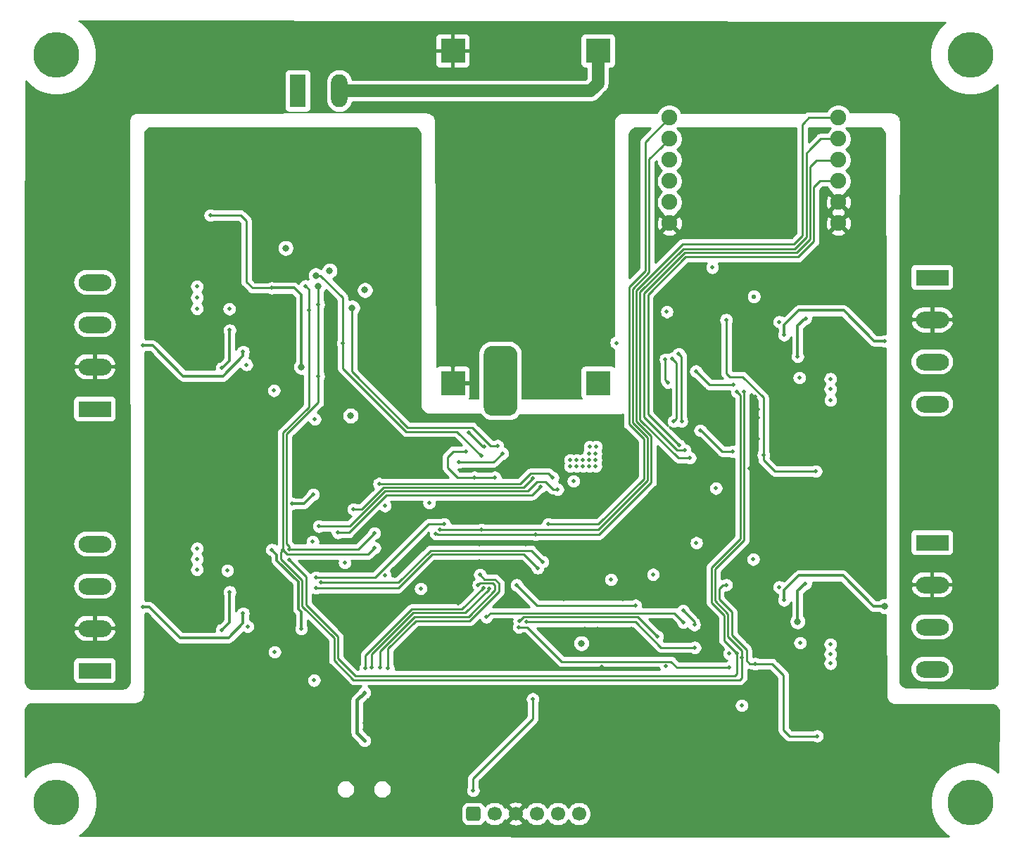
<source format=gbr>
%TF.GenerationSoftware,KiCad,Pcbnew,(5.1.9)-1*%
%TF.CreationDate,2021-03-04T00:36:31+01:00*%
%TF.ProjectId,IO_LINK,494f5f4c-494e-44b2-9e6b-696361645f70,rev?*%
%TF.SameCoordinates,Original*%
%TF.FileFunction,Copper,L4,Bot*%
%TF.FilePolarity,Positive*%
%FSLAX46Y46*%
G04 Gerber Fmt 4.6, Leading zero omitted, Abs format (unit mm)*
G04 Created by KiCad (PCBNEW (5.1.9)-1) date 2021-03-04 00:36:31*
%MOMM*%
%LPD*%
G01*
G04 APERTURE LIST*
%TA.AperFunction,ComponentPad*%
%ADD10O,1.980000X3.960000*%
%TD*%
%TA.AperFunction,ComponentPad*%
%ADD11R,1.980000X3.960000*%
%TD*%
%TA.AperFunction,ComponentPad*%
%ADD12C,1.900000*%
%TD*%
%TA.AperFunction,ComponentPad*%
%ADD13R,3.960000X1.980000*%
%TD*%
%TA.AperFunction,ComponentPad*%
%ADD14O,3.960000X1.980000*%
%TD*%
%TA.AperFunction,ComponentPad*%
%ADD15C,1.700000*%
%TD*%
%TA.AperFunction,ComponentPad*%
%ADD16R,3.000000X3.000000*%
%TD*%
%TA.AperFunction,ConnectorPad*%
%ADD17C,5.500000*%
%TD*%
%TA.AperFunction,ComponentPad*%
%ADD18C,3.600000*%
%TD*%
%TA.AperFunction,ViaPad*%
%ADD19C,0.500000*%
%TD*%
%TA.AperFunction,ViaPad*%
%ADD20C,0.800000*%
%TD*%
%TA.AperFunction,ViaPad*%
%ADD21C,0.550000*%
%TD*%
%TA.AperFunction,Conductor*%
%ADD22C,1.500000*%
%TD*%
%TA.AperFunction,Conductor*%
%ADD23C,0.250000*%
%TD*%
%TA.AperFunction,Conductor*%
%ADD24C,0.300000*%
%TD*%
%TA.AperFunction,Conductor*%
%ADD25C,0.400000*%
%TD*%
%TA.AperFunction,Conductor*%
%ADD26C,0.200000*%
%TD*%
%TA.AperFunction,Conductor*%
%ADD27C,0.100000*%
%TD*%
%TA.AperFunction,Conductor*%
%ADD28C,0.254000*%
%TD*%
G04 APERTURE END LIST*
D10*
%TO.P,J1,2*%
%TO.N,VCC*%
X89056000Y-59358600D03*
D11*
%TO.P,J1,1*%
%TO.N,Net-(D1-Pad1)*%
X84056000Y-59358600D03*
%TD*%
D12*
%TO.P,M1,6*%
%TO.N,INT_ETH*%
X149072700Y-62573200D03*
%TO.P,M1,5*%
%TO.N,CS_ETH*%
X149072700Y-65113200D03*
%TO.P,M1,4*%
%TO.N,SCLK*%
X149072700Y-67653200D03*
%TO.P,M1,3*%
%TO.N,MOSI*%
X149072700Y-70193200D03*
%TO.P,M1,2*%
%TO.N,GND*%
X149072700Y-72733200D03*
%TO.P,M1,1*%
X149072700Y-75273200D03*
%TO.P,M1,12*%
X128752700Y-75273200D03*
%TO.P,M1,10*%
%TO.N,3V3*%
X128752700Y-70193200D03*
%TO.P,M1,11*%
X128752700Y-72733200D03*
%TO.P,M1,9*%
%TO.N,N/C*%
X128752700Y-67653200D03*
%TO.P,M1,8*%
%TO.N,RST_ETH*%
X128752700Y-65113200D03*
%TO.P,M1,7*%
%TO.N,MISO*%
X128752700Y-62573200D03*
%TD*%
D13*
%TO.P,J7,1*%
%TO.N,Net-(C78-Pad1)*%
X160360660Y-113724880D03*
D14*
%TO.P,J7,2*%
%TO.N,G*%
X160360660Y-118804880D03*
%TO.P,J7,3*%
%TO.N,Net-(C73-Pad1)*%
X160360660Y-123884880D03*
%TO.P,J7,4*%
%TO.N,Net-(C74-Pad1)*%
X160360660Y-128964880D03*
%TD*%
D13*
%TO.P,J6,1*%
%TO.N,Net-(C77-Pad1)*%
X160366020Y-81813240D03*
D14*
%TO.P,J6,2*%
%TO.N,G*%
X160366020Y-86893240D03*
%TO.P,J6,3*%
%TO.N,Net-(C59-Pad1)*%
X160366020Y-91973240D03*
%TO.P,J6,4*%
%TO.N,Net-(C60-Pad1)*%
X160366020Y-97053240D03*
%TD*%
D15*
%TO.P,J3,6*%
%TO.N,N/C*%
X117848500Y-146356700D03*
%TO.P,J3,5*%
%TO.N,RST*%
X115308500Y-146356700D03*
%TO.P,J3,4*%
%TO.N,SWDIO*%
X112768500Y-146356700D03*
%TO.P,J3,3*%
%TO.N,GND*%
X110228500Y-146356700D03*
%TO.P,J3,2*%
%TO.N,SWCLK*%
X107688500Y-146356700D03*
%TO.P,J3,1*%
%TO.N,3V3*%
%TA.AperFunction,ComponentPad*%
G36*
G01*
X105748500Y-147206700D02*
X104548500Y-147206700D01*
G75*
G02*
X104298500Y-146956700I0J250000D01*
G01*
X104298500Y-145756700D01*
G75*
G02*
X104548500Y-145506700I250000J0D01*
G01*
X105748500Y-145506700D01*
G75*
G02*
X105998500Y-145756700I0J-250000D01*
G01*
X105998500Y-146956700D01*
G75*
G02*
X105748500Y-147206700I-250000J0D01*
G01*
G37*
%TD.AperFunction*%
%TD*%
D14*
%TO.P,J5,4*%
%TO.N,Net-(C46-Pad1)*%
X59634000Y-113893100D03*
%TO.P,J5,3*%
%TO.N,Net-(C45-Pad1)*%
X59634000Y-118973100D03*
%TO.P,J5,2*%
%TO.N,G*%
X59634000Y-124053100D03*
D13*
%TO.P,J5,1*%
%TO.N,Net-(C76-Pad1)*%
X59634000Y-129133100D03*
%TD*%
D14*
%TO.P,J4,4*%
%TO.N,Net-(C32-Pad1)*%
X59634000Y-82393100D03*
%TO.P,J4,3*%
%TO.N,Net-(C31-Pad1)*%
X59634000Y-87473100D03*
%TO.P,J4,2*%
%TO.N,G*%
X59634000Y-92553100D03*
D13*
%TO.P,J4,1*%
%TO.N,Net-(C75-Pad1)*%
X59634000Y-97633100D03*
%TD*%
D16*
%TO.P,M2,2*%
%TO.N,G*%
X102692300Y-54534100D03*
%TO.P,M2,4*%
%TO.N,Net-(C18-Pad1)*%
X120192300Y-94534100D03*
%TO.P,M2,3*%
%TO.N,G*%
X102692300Y-94534100D03*
%TO.P,M2,1*%
%TO.N,VCC*%
X120192300Y-54534100D03*
%TD*%
D17*
%TO.P,H1,1*%
%TO.N,N/C*%
X55000000Y-55000000D03*
D18*
X55000000Y-55000000D03*
%TD*%
%TO.P,H2,1*%
%TO.N,N/C*%
X55000000Y-145000000D03*
D17*
X55000000Y-145000000D03*
%TD*%
D18*
%TO.P,H3,1*%
%TO.N,N/C*%
X165000000Y-55000000D03*
D17*
X165000000Y-55000000D03*
%TD*%
%TO.P,H4,1*%
%TO.N,N/C*%
X165000000Y-145000000D03*
D18*
X165000000Y-145000000D03*
%TD*%
D19*
%TO.N,VCC*%
X148090000Y-128270000D03*
X148100000Y-125960000D03*
X148110000Y-96570000D03*
X148090000Y-93993000D03*
X71900000Y-116950000D03*
X71890000Y-114400000D03*
X71889300Y-85529100D03*
X71899300Y-82869100D03*
X141948000Y-87135000D03*
X144361000Y-93862340D03*
X71901200Y-84210700D03*
X71901200Y-115710700D03*
X148094820Y-95240000D03*
X148089460Y-127148780D03*
X75780000Y-85580000D03*
X141962220Y-119057780D03*
X77976300Y-123801700D03*
X75552800Y-117081200D03*
X144452720Y-125778280D03*
X77860000Y-92300000D03*
D20*
%TO.N,3V3*%
X82569200Y-78264000D03*
X87858700Y-80975500D03*
X92100500Y-83312300D03*
D19*
X99823200Y-108939800D03*
D20*
X118142520Y-125840720D03*
D19*
X94488100Y-109296500D03*
X94513500Y-117653100D03*
X85826700Y-113589100D03*
X98807200Y-119252200D03*
X105119300Y-143569100D03*
X85989300Y-130299100D03*
X133899300Y-80599100D03*
X86079300Y-98849100D03*
X112289300Y-132539100D03*
X83378300Y-109012100D03*
D20*
X90386000Y-98438000D03*
D19*
X122390000Y-89675000D03*
X132428198Y-100221198D03*
X136360000Y-102756000D03*
X135920000Y-127090000D03*
X121721400Y-118156600D03*
X126769300Y-117553700D03*
X131983600Y-113746600D03*
X137421460Y-133317540D03*
X89662100Y-116134121D03*
X85890000Y-107910000D03*
X117183000Y-106312000D03*
X128429300Y-85921700D03*
X134330000Y-107180000D03*
X107404000Y-90564000D03*
X108166000Y-90564000D03*
X108928000Y-90564000D03*
X109690000Y-90564000D03*
X107150000Y-97930000D03*
X107912000Y-97930000D03*
X108674000Y-97930000D03*
X109436000Y-97930000D03*
X128310000Y-128604010D03*
%TO.N,SCL*%
X93243500Y-112573100D03*
D20*
X86512500Y-82829700D03*
D19*
X136857840Y-95534780D03*
X136859300Y-127029100D03*
X82974394Y-114511006D03*
X82974394Y-115804006D03*
X86512500Y-85039500D03*
X86512500Y-93675500D03*
%TO.N,SDA*%
X93268900Y-114351100D03*
X84937700Y-82829700D03*
X82245300Y-114579700D03*
X137720364Y-95551484D03*
X137434310Y-127600357D03*
X85337699Y-85706301D03*
D20*
%TO.N,T0_UC_IRQ*%
X90576500Y-85445900D03*
D19*
X108051700Y-102057500D03*
%TO.N,UC_T0_ENL+*%
X106476900Y-102159100D03*
X104610000Y-100470000D03*
%TO.N,UC_T0_ENCQ*%
X108635900Y-102971900D03*
X103403500Y-104013300D03*
%TO.N,UC_T0_RST*%
X106095900Y-103276700D03*
D20*
X86195000Y-81547000D03*
D19*
X89458900Y-89713100D03*
%TO.N,8V*%
X81170000Y-95410000D03*
D21*
X138900000Y-84087000D03*
D19*
X138830000Y-115720000D03*
X81242000Y-126886000D03*
X116802000Y-103772000D03*
X117564000Y-103772000D03*
X118326000Y-103772000D03*
X119088000Y-103772000D03*
X119850000Y-103772000D03*
X119850000Y-104534000D03*
X119088000Y-104534000D03*
X118326000Y-104534000D03*
X117564000Y-104534000D03*
X116802000Y-104534000D03*
X119088000Y-103010000D03*
X119850000Y-103010000D03*
X119156900Y-102179100D03*
X119918900Y-102179100D03*
%TO.N,G*%
X115532000Y-66180000D03*
X107404000Y-67704000D03*
X112992000Y-72276000D03*
X118580000Y-77356000D03*
X105372000Y-76340000D03*
X112992000Y-80404000D03*
X118072000Y-84468000D03*
X104356000Y-82944000D03*
X109944000Y-85992000D03*
X116548000Y-90056000D03*
X111468000Y-93104000D03*
X61430000Y-130950000D03*
X58890000Y-130950000D03*
X56350000Y-130950000D03*
X53810000Y-130950000D03*
X52032000Y-130950000D03*
X51651000Y-128410000D03*
X51651000Y-125870000D03*
X51651000Y-123330000D03*
X51651000Y-120790000D03*
X51651000Y-118250000D03*
X51651000Y-115710000D03*
X51651000Y-113170000D03*
X51651000Y-110630000D03*
X51651000Y-108217000D03*
X51651000Y-105550000D03*
X51651000Y-103010000D03*
X51651000Y-100470000D03*
X51651000Y-97930000D03*
X51651000Y-95390000D03*
X51651000Y-92850000D03*
X51651000Y-90310000D03*
X51651000Y-87770000D03*
X51651000Y-85230000D03*
X51651000Y-82690000D03*
X51651000Y-80150000D03*
X51651000Y-77610000D03*
X51651000Y-74943000D03*
X54490000Y-60590000D03*
X55970000Y-60590000D03*
X57740000Y-60590000D03*
X60500000Y-54970000D03*
X60500000Y-53270000D03*
X60500000Y-51448000D03*
X62700000Y-51448000D03*
X65240000Y-51448000D03*
X68288000Y-51448000D03*
X71336000Y-51448000D03*
X74384000Y-51448000D03*
X77432000Y-51448000D03*
X80988000Y-51448000D03*
X85052000Y-51448000D03*
X88608000Y-51448000D03*
X92164000Y-51448000D03*
X95720000Y-51448000D03*
X99276000Y-51448000D03*
X102832000Y-51448000D03*
X106388000Y-51448000D03*
X109436000Y-51448000D03*
X112484000Y-51448000D03*
X115532000Y-51448000D03*
X118072000Y-51448000D03*
X120612000Y-51448000D03*
X123660000Y-51448000D03*
X127724000Y-51448000D03*
X131788000Y-51448000D03*
X135344000Y-51448000D03*
X138900000Y-51448000D03*
X142456000Y-51448000D03*
X146012000Y-51448000D03*
X149568000Y-51448000D03*
X153124000Y-51448000D03*
X156172000Y-51448000D03*
X159220000Y-51448000D03*
X159210000Y-54170000D03*
X159220000Y-52680000D03*
X159210000Y-55590000D03*
X159210000Y-57090000D03*
X159210000Y-58800000D03*
X165316000Y-60592000D03*
X167710000Y-60590000D03*
X167856000Y-63132000D03*
X167856000Y-66688000D03*
X167856000Y-69736000D03*
X167856000Y-73292000D03*
X167856000Y-75832000D03*
X167856000Y-78880000D03*
X167856000Y-82436000D03*
X167856000Y-86500000D03*
X167856000Y-90564000D03*
X167856000Y-94628000D03*
X167856000Y-97676000D03*
X167856000Y-100724000D03*
X167856000Y-103264000D03*
X167856000Y-105804000D03*
X167856000Y-108852000D03*
X167856000Y-112408000D03*
X167856000Y-115964000D03*
X167856000Y-119012000D03*
X167856000Y-122568000D03*
X167856000Y-125616000D03*
X167856000Y-128664000D03*
X167856000Y-130696000D03*
X165570000Y-130950000D03*
X163030000Y-130950000D03*
X160740000Y-130950000D03*
X158077000Y-130823000D03*
X157061000Y-130061000D03*
X157188000Y-127902000D03*
X157188000Y-126378000D03*
X157188000Y-124981000D03*
X157188000Y-118123000D03*
X157188000Y-116472000D03*
X157188000Y-115075000D03*
X157188000Y-112535000D03*
X157188000Y-110503000D03*
X157188000Y-108471000D03*
X157188000Y-106058000D03*
X157188000Y-103772000D03*
X157188000Y-101486000D03*
X157188000Y-99327000D03*
X157188000Y-95644000D03*
X157188000Y-93358000D03*
X157061000Y-83579000D03*
X157061000Y-85992000D03*
X157061000Y-80404000D03*
X157061000Y-78245000D03*
X157061000Y-75959000D03*
X157061000Y-73927000D03*
X157061000Y-71768000D03*
X156934000Y-65164000D03*
X156426000Y-61862000D03*
X151092000Y-61100000D03*
X148552000Y-60084000D03*
X146520000Y-61100000D03*
X130772000Y-60592000D03*
X127724000Y-60084000D03*
X121628000Y-65672000D03*
X121628000Y-67196000D03*
X121628000Y-69228000D03*
X121628000Y-71260000D03*
X121628000Y-73292000D03*
X121628000Y-75324000D03*
X121628000Y-77356000D03*
X121628000Y-79388000D03*
X121628000Y-81420000D03*
X121628000Y-83452000D03*
X121628000Y-84976000D03*
X121628000Y-86500000D03*
X121628000Y-88532000D03*
X121120000Y-91072000D03*
X118580000Y-92088000D03*
X117056000Y-93612000D03*
X116040000Y-95644000D03*
X113373000Y-95771000D03*
X101308000Y-91580000D03*
X101308000Y-89548000D03*
X101308000Y-87516000D03*
X101308000Y-84976000D03*
X101308000Y-82944000D03*
X101308000Y-80404000D03*
X101308000Y-76848000D03*
X101308000Y-74308000D03*
X101308000Y-71768000D03*
X101308000Y-68720000D03*
X101308000Y-65672000D03*
X97244000Y-61608000D03*
X86940000Y-61690000D03*
X86510000Y-59330000D03*
X82050000Y-61730000D03*
X79260000Y-61690000D03*
X76700000Y-61680000D03*
X74280000Y-61680000D03*
X64859000Y-61227000D03*
X63335000Y-63132000D03*
X63462000Y-66688000D03*
X63380000Y-69150000D03*
X63500000Y-71280000D03*
X63570000Y-73380000D03*
X63480000Y-75790000D03*
X63550000Y-78380000D03*
X63490000Y-80930000D03*
X63540000Y-103250000D03*
X63500000Y-105320000D03*
X63500000Y-107310000D03*
X63530000Y-109890000D03*
X63470000Y-112250000D03*
X63480000Y-115964000D03*
X63450000Y-117510000D03*
X63550000Y-123080000D03*
X63540000Y-124600000D03*
X63600000Y-126150000D03*
X63540000Y-127990000D03*
X167348000Y-84468000D03*
X53130000Y-60590000D03*
X51778000Y-60600000D03*
X51651000Y-62243000D03*
X51651000Y-64275000D03*
X51651000Y-68212000D03*
X51651000Y-70020000D03*
X51651000Y-72022000D03*
X63470000Y-54960000D03*
X81650000Y-54160000D03*
X57660000Y-68080000D03*
X62120000Y-76540000D03*
X59840000Y-85050000D03*
X54130000Y-89460000D03*
X60140000Y-90010000D03*
X53730000Y-94670000D03*
X59840000Y-95320000D03*
X53360000Y-99070000D03*
X53410000Y-110390000D03*
X59610000Y-126410000D03*
X157940000Y-60660000D03*
X158590000Y-64970000D03*
X162250000Y-66520000D03*
X158240000Y-69730000D03*
X166350000Y-73680000D03*
X164510000Y-88840000D03*
X159870000Y-84160000D03*
X164420000Y-99000000D03*
X165640000Y-107150000D03*
X162410000Y-109130000D03*
X165290000Y-113890000D03*
X160420000Y-116290000D03*
X165560000Y-119240000D03*
X160140000Y-121540000D03*
X160380000Y-126570000D03*
X123530000Y-56540000D03*
X127680000Y-53720000D03*
X139040000Y-53960000D03*
X165920000Y-103830000D03*
X162720000Y-104810000D03*
X159470000Y-101040000D03*
X158460000Y-106260000D03*
X158890000Y-110000000D03*
X164570000Y-94350000D03*
X161500000Y-94390000D03*
X160290000Y-73060000D03*
X162880000Y-77490000D03*
X164390000Y-70110000D03*
X166050000Y-125430000D03*
X128310000Y-58220000D03*
X131620000Y-54430000D03*
X136670000Y-56050000D03*
X133270000Y-58680000D03*
X140270000Y-58610000D03*
X143970000Y-54610000D03*
X150630000Y-53710000D03*
X148190000Y-57240000D03*
X144260000Y-60230000D03*
X154220000Y-57710000D03*
X156080000Y-54640000D03*
X96610000Y-56440000D03*
X114470000Y-54540000D03*
X76000000Y-58820000D03*
X75180000Y-55970000D03*
X66640000Y-59490000D03*
X70010000Y-56450000D03*
X54480000Y-63840000D03*
X59330000Y-64050000D03*
X61550000Y-68020000D03*
X54200000Y-68190000D03*
X51651000Y-66230000D03*
X54180000Y-73800000D03*
X60030000Y-73960000D03*
X57770000Y-79510000D03*
X54220000Y-80640000D03*
X54550000Y-84790000D03*
X54920000Y-126850000D03*
X54650000Y-122080000D03*
X55330000Y-116540000D03*
X59080000Y-116340000D03*
X55830000Y-112040000D03*
X60140000Y-109420000D03*
X56420000Y-106700000D03*
X58550000Y-102830000D03*
X56340000Y-76230000D03*
X125692000Y-61608000D03*
X123660000Y-61227000D03*
X166630000Y-60590000D03*
X164160000Y-60610000D03*
X162970000Y-60610000D03*
X161340000Y-60590000D03*
X159210000Y-60530000D03*
X160340000Y-60610000D03*
X60510000Y-56650000D03*
X60510000Y-58310000D03*
X60510000Y-60590000D03*
X59200000Y-60600000D03*
%TO.N,3V3_T0*%
X80918200Y-83067700D03*
D20*
X84442450Y-92560950D03*
D19*
X73495000Y-74308000D03*
%TO.N,Net-(C31-Pad1)*%
X77457450Y-90719450D03*
X65360700Y-89989200D03*
%TO.N,T1_UC_IRQ*%
X90726700Y-109700700D03*
X112318900Y-105943700D03*
%TO.N,UC_T1_ENL+*%
X113258700Y-106959700D03*
X88823900Y-112522300D03*
%TO.N,UC_T1_ENCQ*%
X93802300Y-106629500D03*
X114695402Y-105885004D03*
%TO.N,UC_T1_RST*%
X115290700Y-107289898D03*
X86563300Y-111760300D03*
%TO.N,3V3_T1*%
X84442450Y-124060950D03*
X80918200Y-114567700D03*
%TO.N,Net-(C45-Pad1)*%
X65360700Y-121489200D03*
X77457450Y-122219450D03*
%TO.N,T2_UC_IRQ*%
X136401910Y-94733410D03*
X131907380Y-93065900D03*
%TO.N,UC_T2_ENCQ*%
X128259300Y-91669100D03*
X128569300Y-94419100D03*
%TO.N,3V3_T2*%
X135553570Y-86882590D03*
X146354820Y-105130820D03*
X140043000Y-103137000D03*
%TO.N,Net-(C59-Pad1)*%
X142538570Y-88724090D03*
X154635320Y-89454340D03*
%TO.N,T3_UC_IRQ*%
X131789300Y-126339100D03*
X111579300Y-123224110D03*
%TO.N,UC_T3_ENL+*%
X127299300Y-125049100D03*
X110672868Y-123185689D03*
%TO.N,UC_T3_ENCQ*%
X124639300Y-121279098D03*
X110350400Y-118808800D03*
%TO.N,UC_T3_RST*%
X110628197Y-123884274D03*
X135939300Y-128740700D03*
%TO.N,3V3_T3*%
X139072460Y-128291780D03*
X135548210Y-118798530D03*
X146476460Y-137002460D03*
%TO.N,Net-(C73-Pad1)*%
X142533210Y-120640030D03*
D20*
X154629960Y-121370280D03*
D19*
%TO.N,USB_DM*%
X107049300Y-119279100D03*
X92939300Y-128739100D03*
%TO.N,USB_DP*%
X106339959Y-119167341D03*
X92189300Y-128819100D03*
%TO.N,5V*%
X92069300Y-131759100D03*
X92039274Y-137549068D03*
%TO.N,Net-(D5-Pad1)*%
X74885700Y-92719700D03*
X75838200Y-88147700D03*
%TO.N,Net-(D10-Pad1)*%
X75838200Y-119647700D03*
X74885700Y-124219700D03*
%TO.N,Net-(D15-Pad1)*%
X144157820Y-91295840D03*
X145110320Y-86723840D03*
%TO.N,Net-(D20-Pad1)*%
X145104960Y-118639780D03*
D20*
X144152460Y-123211780D03*
D19*
%TO.N,SWDIO*%
X105737192Y-118814755D03*
X93919300Y-128769100D03*
%TO.N,SWCLK*%
X105929300Y-117559100D03*
X94899300Y-128869100D03*
%TO.N,INT_ETH*%
X100633136Y-112647149D03*
X112670820Y-112729180D03*
%TO.N,CS_ETH*%
X131199302Y-103499100D03*
%TO.N,SCLK*%
X130589300Y-102609100D03*
%TO.N,MOSI*%
X129918389Y-102034090D03*
%TO.N,RST_ETH*%
X101130123Y-112154179D03*
X106133821Y-112154179D03*
%TO.N,MISO*%
X114139300Y-111499100D03*
%TO.N,T3_UC_SIO*%
X106739300Y-122679098D03*
X130419300Y-123309100D03*
%TO.N,T3_UC_DATA*%
X131733499Y-123610111D03*
X130379296Y-121919100D03*
%TO.N,UC_T1_DATA*%
X112889300Y-116769100D03*
X86207700Y-119180011D03*
%TO.N,T1_UC_DATA*%
X113479300Y-116019100D03*
X86850000Y-118520000D03*
%TO.N,UC_T2_DATA*%
X129865218Y-90975480D03*
X130210660Y-99083160D03*
%TO.N,T2_UC_DATA*%
X129098140Y-91552060D03*
X129273400Y-99100940D03*
%TO.N,T0_UC_DATA*%
X104241700Y-102717900D03*
X107746900Y-105867500D03*
X105308500Y-105867500D03*
%TO.N,T1_UC_SIO*%
X101650900Y-111480900D03*
X86200000Y-117930000D03*
%TO.N,GND*%
X154140000Y-65926000D03*
X82639000Y-88278000D03*
X82639000Y-86855600D03*
X79692600Y-86881000D03*
X140210000Y-92490000D03*
X137410000Y-92490000D03*
X137410000Y-91240000D03*
X82512000Y-119774000D03*
X82512000Y-118377000D03*
X79718000Y-118377000D03*
X140170000Y-124346000D03*
X138773000Y-123711000D03*
X137376000Y-124346000D03*
X137376000Y-123076000D03*
X92037000Y-136157000D03*
X92037000Y-135395000D03*
X148089300Y-133820000D03*
X148089300Y-132580000D03*
X148080000Y-131390000D03*
X148110000Y-102040000D03*
X148099300Y-100639100D03*
X148109300Y-99289100D03*
X71889300Y-111610000D03*
X71880000Y-110300000D03*
X71889300Y-108930000D03*
X71890000Y-80070000D03*
X71900000Y-78780000D03*
X71900000Y-77610000D03*
X83147000Y-95440800D03*
X66002000Y-84087000D03*
D20*
X83077200Y-90941700D03*
D19*
X83110000Y-122490000D03*
X137122000Y-88405000D03*
X139077820Y-96137620D03*
X153378000Y-91961000D03*
X153378000Y-93580000D03*
X153378000Y-95390000D03*
X149187000Y-119774000D03*
X149187000Y-121425000D03*
X149187000Y-123076000D03*
X154380000Y-123460000D03*
X154390000Y-125080000D03*
X154390000Y-126710000D03*
X95720000Y-117742000D03*
X66002000Y-91961000D03*
X65875000Y-92723000D03*
X66891000Y-92342000D03*
X70701000Y-88590000D03*
X70701000Y-89929000D03*
X70701000Y-91961000D03*
X72390000Y-88570000D03*
X71844000Y-89929000D03*
X137097804Y-120233436D03*
X65830000Y-115180000D03*
X65800000Y-116730000D03*
X65840000Y-118240000D03*
X65780000Y-119670000D03*
X65780000Y-123270000D03*
X65800000Y-124150000D03*
X66870000Y-123790000D03*
X70701000Y-119647000D03*
X140210000Y-123070000D03*
X154510000Y-119970000D03*
X154520000Y-118520000D03*
X153640000Y-119170000D03*
X147770000Y-121420000D03*
X147750000Y-123100000D03*
X153220000Y-126010000D03*
X153230000Y-124230000D03*
X70700000Y-121390000D03*
X70690000Y-123210000D03*
X71410000Y-122240000D03*
X71410000Y-120520000D03*
X66580000Y-115970000D03*
X66570000Y-117560000D03*
X66560000Y-118990000D03*
X81184900Y-119063500D03*
X79718006Y-119774000D03*
X107912000Y-123711000D03*
X106642500Y-125107500D03*
X102630400Y-126833600D03*
X154370000Y-92710000D03*
X154370000Y-94450000D03*
X153080000Y-87160000D03*
X154480000Y-87840000D03*
X154280000Y-86710000D03*
X149270000Y-87630000D03*
X149240000Y-89480000D03*
X149210000Y-91250000D03*
X147940000Y-89480000D03*
X147200000Y-91220000D03*
X140210000Y-91220000D03*
X138709960Y-91880040D03*
X66000000Y-85420000D03*
X66000000Y-87320000D03*
X66860000Y-86290000D03*
X66910000Y-84650000D03*
X81172200Y-87576200D03*
X79692600Y-88252600D03*
X66256000Y-65164000D03*
X66256000Y-67196000D03*
X66256000Y-69228000D03*
X66256000Y-71260000D03*
X66256000Y-73292000D03*
X66256000Y-75324000D03*
X66256000Y-77356000D03*
X66891000Y-64148000D03*
X76416000Y-64402000D03*
X78321000Y-64402000D03*
X80480000Y-64402000D03*
X82512000Y-64402000D03*
X84544000Y-64402000D03*
X87084000Y-64402000D03*
X89116000Y-64402000D03*
X89624000Y-66180000D03*
X89624000Y-68720000D03*
X89624000Y-70752000D03*
X93688000Y-70752000D03*
X96736000Y-69736000D03*
X96736000Y-72276000D03*
X96228000Y-64148000D03*
X96228000Y-66180000D03*
X98260000Y-64148000D03*
X98260000Y-65164000D03*
X98514000Y-78880000D03*
X98514000Y-81420000D03*
X98514000Y-83960000D03*
X98514000Y-87516000D03*
X98514000Y-92596000D03*
X98514000Y-96152000D03*
X52580000Y-133720000D03*
X51524000Y-134252000D03*
X51524000Y-135776000D03*
X51524000Y-137300000D03*
X51524000Y-138824000D03*
X51560000Y-139640000D03*
X53000000Y-139660000D03*
X54230000Y-139650000D03*
X55680000Y-139640000D03*
X57610000Y-139650000D03*
X59300000Y-139670000D03*
X60770000Y-140820000D03*
X60770000Y-143020000D03*
X60840000Y-146080000D03*
X60880000Y-148550000D03*
X62192000Y-148476000D03*
X64224000Y-148476000D03*
X65748000Y-148476000D03*
X67780000Y-148476000D03*
X69304000Y-148476000D03*
X71844000Y-148476000D03*
X73876000Y-148476000D03*
X75908000Y-148476000D03*
X77432000Y-148476000D03*
X79972000Y-148476000D03*
X81496000Y-148476000D03*
X83020000Y-148476000D03*
X83020000Y-145428000D03*
X83020000Y-146952000D03*
X83020000Y-143904000D03*
X83020000Y-140856000D03*
X83020000Y-142380000D03*
X83020000Y-139332000D03*
X83528000Y-138316000D03*
X84544000Y-137300000D03*
X86068000Y-137300000D03*
X88100000Y-137300000D03*
X89116000Y-136284000D03*
X94704000Y-132220000D03*
X98260000Y-134760000D03*
X100292000Y-135268000D03*
X102324000Y-135268000D03*
X105372000Y-135268000D03*
X106388000Y-136284000D03*
X106388000Y-138316000D03*
X106388000Y-142888000D03*
X106388000Y-144920000D03*
X99784000Y-137300000D03*
X101308000Y-138316000D03*
X102324000Y-142888000D03*
X102324000Y-144412000D03*
X101816000Y-146444000D03*
X101816000Y-148476000D03*
X103340000Y-148476000D03*
X105880000Y-148476000D03*
X107912000Y-148476000D03*
X110452000Y-148476000D03*
X112484000Y-148476000D03*
X114516000Y-148476000D03*
X117056000Y-148476000D03*
X119596000Y-148476000D03*
X122136000Y-148476000D03*
X124168000Y-148476000D03*
X127216000Y-148476000D03*
X129756000Y-148476000D03*
X132296000Y-148476000D03*
X134836000Y-148476000D03*
X137884000Y-148476000D03*
X140424000Y-148476000D03*
X142964000Y-148476000D03*
X145504000Y-148476000D03*
X149060000Y-148476000D03*
X151600000Y-148476000D03*
X155664000Y-148476000D03*
X158204000Y-148476000D03*
X159510000Y-148720000D03*
X159500000Y-147280000D03*
X159500000Y-145640000D03*
X159500000Y-143860000D03*
X159500000Y-141240000D03*
X159500000Y-139140000D03*
X162370000Y-139130000D03*
X165200000Y-139130000D03*
X167348000Y-134252000D03*
X167348000Y-136284000D03*
X167340000Y-139130000D03*
X165951000Y-133744000D03*
X163792000Y-133744000D03*
X161760000Y-133744000D03*
X159347000Y-133744000D03*
X156807000Y-133744000D03*
X154775000Y-133744000D03*
X124549000Y-69863000D03*
X125692000Y-64148000D03*
X130772000Y-64148000D03*
X132804000Y-64148000D03*
X134836000Y-64148000D03*
X136868000Y-64148000D03*
X138900000Y-64148000D03*
X140932000Y-64148000D03*
X142964000Y-64148000D03*
X151092000Y-64148000D03*
X153124000Y-64148000D03*
X154140000Y-64656000D03*
X154140000Y-67196000D03*
X154140000Y-68212000D03*
X154140000Y-69736000D03*
X154140000Y-71768000D03*
X154140000Y-73800000D03*
X154140000Y-75324000D03*
X154140000Y-77356000D03*
X154140000Y-79896000D03*
X154140000Y-100216000D03*
X154140000Y-101232000D03*
X154140000Y-102248000D03*
X154140000Y-103772000D03*
X154140000Y-105296000D03*
X154140000Y-106820000D03*
X154140000Y-108344000D03*
X154140000Y-109868000D03*
X154140000Y-111900000D03*
X124549000Y-65672000D03*
X124549000Y-67831000D03*
X122136000Y-100724000D03*
X124168000Y-102248000D03*
X123152000Y-105296000D03*
X119088000Y-106312000D03*
X121120000Y-106312000D03*
X120104000Y-108344000D03*
X113500000Y-100216000D03*
X114516000Y-101740000D03*
X115024000Y-103772000D03*
X112484000Y-102756000D03*
X110960000Y-101232000D03*
X108420000Y-100216000D03*
X98960000Y-110710000D03*
X103840000Y-98930000D03*
X100350000Y-98930000D03*
X97752000Y-98184000D03*
X97752000Y-94120000D03*
X96736000Y-90564000D03*
X95212000Y-88532000D03*
X92672000Y-88024000D03*
X92810000Y-91680000D03*
X68796000Y-68212000D03*
X71844000Y-72784000D03*
X68796000Y-74816000D03*
X68796000Y-78372000D03*
X69812000Y-82436000D03*
X69812000Y-85484000D03*
X74892000Y-82944000D03*
X73876000Y-79388000D03*
X75400000Y-77356000D03*
X78956000Y-72276000D03*
X74892000Y-69228000D03*
X80988000Y-80404000D03*
X83528000Y-69736000D03*
X95212000Y-82436000D03*
X93180000Y-80912000D03*
X90640000Y-80912000D03*
X94196000Y-77864000D03*
X130772000Y-88532000D03*
X132804000Y-85484000D03*
X131788000Y-80912000D03*
X137376000Y-81420000D03*
X140932000Y-80912000D03*
X141440000Y-82944000D03*
X146012000Y-64275000D03*
X146520000Y-81420000D03*
X150076000Y-80912000D03*
X153124000Y-81928000D03*
X153124000Y-83960000D03*
X150584000Y-94120000D03*
X150584000Y-97168000D03*
X144996000Y-97676000D03*
X144996000Y-95644000D03*
X139408000Y-97676000D03*
X139408000Y-98692000D03*
X139408000Y-101232000D03*
X138900000Y-102756000D03*
X135852000Y-103772000D03*
X135852000Y-101232000D03*
X135852000Y-106312000D03*
X138392000Y-104788000D03*
X132296000Y-109868000D03*
X130772000Y-111392000D03*
X129756000Y-112916000D03*
X128740000Y-113932000D03*
X127216000Y-114440000D03*
X125692000Y-115456000D03*
X123152000Y-120536000D03*
X122136000Y-119520000D03*
X124168000Y-117488000D03*
X115024000Y-120028000D03*
X117056000Y-120028000D03*
X116040000Y-120536000D03*
X141440000Y-113932000D03*
X143472000Y-113424000D03*
X147028000Y-113424000D03*
X79972000Y-97168000D03*
X88100000Y-100216000D03*
X92672000Y-101232000D03*
X88608000Y-91580000D03*
X88100000Y-95644000D03*
X91656000Y-96660000D03*
X91656000Y-99200000D03*
X92672000Y-97676000D03*
X94196000Y-102248000D03*
X95212000Y-103772000D03*
X97244000Y-104280000D03*
X99784000Y-104280000D03*
X97990000Y-111820000D03*
X89770000Y-113480000D03*
X89116000Y-110884000D03*
X91650000Y-112610000D03*
X109436000Y-117996000D03*
X73876000Y-64402000D03*
X111468000Y-113932000D03*
X110452000Y-116472000D03*
X111468000Y-117996000D03*
X112484000Y-119012000D03*
X89116000Y-121552000D03*
X88608000Y-129680000D03*
X83020000Y-130696000D03*
X83020000Y-128156000D03*
X99276000Y-126124000D03*
X103340000Y-121044000D03*
X94196000Y-123584000D03*
X91656000Y-121552000D03*
X76416000Y-129172000D03*
X78956000Y-128664000D03*
X67272000Y-130696000D03*
X70828000Y-131204000D03*
X75908000Y-131204000D03*
X110452000Y-133744000D03*
X110452000Y-140348000D03*
X114008000Y-139332000D03*
X113500000Y-134252000D03*
X55780000Y-133650000D03*
X58370000Y-133760000D03*
X61610000Y-133740000D03*
X64000000Y-133890000D03*
X65748000Y-131712000D03*
X104356000Y-131712000D03*
X114008000Y-128156000D03*
X110452000Y-125108000D03*
X118072000Y-133744000D03*
X118072000Y-135776000D03*
X118072000Y-139332000D03*
X123152000Y-139332000D03*
X118580000Y-124092000D03*
X120104000Y-124092000D03*
X124168000Y-124092000D03*
X139408000Y-134252000D03*
X139408000Y-130188000D03*
X144996000Y-128156000D03*
X150076000Y-129680000D03*
X150076000Y-125616000D03*
X150584000Y-134252000D03*
X153124000Y-133236000D03*
X148044000Y-136284000D03*
X105880000Y-115964000D03*
X105880000Y-113932000D03*
X78448000Y-84468000D03*
X79972000Y-74308000D03*
X86068000Y-79896000D03*
X85052000Y-77864000D03*
X55588000Y-135268000D03*
X60160000Y-139840000D03*
X65748000Y-134760000D03*
X71336000Y-138824000D03*
X75908000Y-134252000D03*
X78448000Y-139332000D03*
X78448000Y-144412000D03*
X68796000Y-145428000D03*
X80988000Y-134760000D03*
X120612000Y-128664000D03*
X127216000Y-133744000D03*
X136360000Y-135776000D03*
X129756000Y-141364000D03*
X125692000Y-145936000D03*
X140424000Y-138824000D03*
X135852000Y-143396000D03*
X132296000Y-146444000D03*
X149060000Y-139840000D03*
X145504000Y-144920000D03*
X159220000Y-135776000D03*
X154648000Y-142380000D03*
X151600000Y-146952000D03*
X72860000Y-99708000D03*
X84036000Y-103264000D03*
X89624000Y-104788000D03*
X136360000Y-109360000D03*
X142964000Y-110884000D03*
X146520000Y-108344000D03*
X148552000Y-104280000D03*
X145504000Y-100216000D03*
X131280000Y-117488000D03*
X139916000Y-66688000D03*
X138570000Y-69230000D03*
X136570000Y-72360000D03*
X134990000Y-66980000D03*
X132930000Y-69930000D03*
X131820000Y-66950000D03*
X143510000Y-73650000D03*
X128780000Y-82870000D03*
X147180000Y-79140000D03*
X151710000Y-78950000D03*
X143599000Y-69736000D03*
X78920000Y-66630000D03*
X151400000Y-100330000D03*
X69720000Y-116550000D03*
X69300000Y-112600000D03*
X68820000Y-107860000D03*
X68310000Y-104170000D03*
X67830000Y-100480000D03*
X71980000Y-103180000D03*
X76770000Y-101300000D03*
X77740000Y-98030000D03*
X80140000Y-102970000D03*
X80880000Y-109100000D03*
X98514000Y-76721000D03*
X124549000Y-72276000D03*
X124549000Y-74435000D03*
X124549000Y-76975000D03*
X124549000Y-79515000D03*
X160860000Y-139130000D03*
X159500000Y-142650000D03*
X163700000Y-139120000D03*
X166260000Y-139140000D03*
%TD*%
D22*
%TO.N,VCC*%
X89056000Y-59358600D02*
X93905400Y-59358600D01*
X119229200Y-59358600D02*
X120154800Y-58433000D01*
X120154800Y-58433000D02*
X120154800Y-54419800D01*
X99493400Y-59358600D02*
X107113400Y-59358600D01*
X93905400Y-59358600D02*
X99493400Y-59358600D01*
X107113400Y-59358600D02*
X111551400Y-59358600D01*
X112701400Y-59358600D02*
X114651400Y-59358600D01*
X116257400Y-59358600D02*
X119229200Y-59358600D01*
X111791400Y-59358600D02*
X112701400Y-59358600D01*
X111551400Y-59358600D02*
X111791400Y-59358600D01*
X114651400Y-59358600D02*
X116257400Y-59358600D01*
D23*
%TO.N,3V3*%
X112289300Y-132539100D02*
X112289300Y-134929100D01*
X105119300Y-142099100D02*
X105119300Y-143569100D01*
X112289300Y-134929100D02*
X106375200Y-140843200D01*
X132555198Y-100221198D02*
X135090000Y-102756000D01*
X135090000Y-102756000D02*
X136360000Y-102756000D01*
X132428198Y-100221198D02*
X132555198Y-100221198D01*
D24*
X84787900Y-109012100D02*
X85890000Y-107910000D01*
X83378300Y-109012100D02*
X84787900Y-109012100D01*
D23*
X106375200Y-140843200D02*
X105119300Y-142099100D01*
%TO.N,SCL*%
X82695310Y-113878369D02*
X82974394Y-114157453D01*
X82974394Y-114157453D02*
X82974394Y-114511006D01*
X82695310Y-100669100D02*
X82695310Y-113878369D01*
X86512500Y-96851910D02*
X82695310Y-100669100D01*
X86512500Y-82829700D02*
X86512500Y-85039500D01*
X137270354Y-95947294D02*
X136857840Y-95534780D01*
X137270354Y-113231636D02*
X137270354Y-95947294D01*
X133799290Y-120915500D02*
X133799290Y-116702700D01*
X135344000Y-122460210D02*
X133799290Y-120915500D01*
X133799290Y-116702700D02*
X137270354Y-113231636D01*
X135344000Y-125513800D02*
X135344000Y-122460210D01*
X136859300Y-127029100D02*
X135344000Y-125513800D01*
X82974394Y-115824394D02*
X82974394Y-115804006D01*
X85010000Y-117860000D02*
X82974394Y-115824394D01*
X85010000Y-121209799D02*
X85010000Y-117860000D01*
X88839300Y-125039099D02*
X85010000Y-121209799D01*
X88839300Y-127679100D02*
X88839300Y-125039099D01*
X136560911Y-129779089D02*
X90939289Y-129779089D01*
X136859300Y-129480700D02*
X136560911Y-129779089D01*
X90939289Y-129779089D02*
X88839300Y-127679100D01*
X136859300Y-127029100D02*
X136859300Y-129480700D01*
X86512500Y-85039500D02*
X86512500Y-93675500D01*
X86512500Y-93675500D02*
X86512500Y-96851910D01*
X90374396Y-114511006D02*
X82974394Y-114511006D01*
X91305594Y-114511006D02*
X90374396Y-114511006D01*
X93243500Y-112573100D02*
X91305594Y-114511006D01*
%TO.N,SDA*%
X82245300Y-100482700D02*
X82245300Y-114579700D01*
X85337699Y-97390301D02*
X82245300Y-100482700D01*
X85337699Y-83229699D02*
X85337699Y-85706301D01*
X84937700Y-82829700D02*
X85337699Y-83229699D01*
X137434310Y-130000501D02*
X137434310Y-127600357D01*
X137205711Y-130229100D02*
X137434310Y-130000501D01*
X88389289Y-127865500D02*
X90752889Y-130229100D01*
X82245300Y-114579700D02*
X81995301Y-114829699D01*
X88389289Y-125225499D02*
X88389289Y-127865500D01*
X90752889Y-130229100D02*
X137205711Y-130229100D01*
X137434301Y-127600348D02*
X137434310Y-127600357D01*
X137434301Y-126690301D02*
X137434301Y-127600348D01*
X135794010Y-125050010D02*
X137434301Y-126690301D01*
X135794010Y-122273810D02*
X135794010Y-125050010D01*
X134249300Y-120729100D02*
X135794010Y-122273810D01*
X137720364Y-113418036D02*
X134249300Y-116889100D01*
X134249300Y-116889100D02*
X134249300Y-120729100D01*
X137720364Y-95551484D02*
X137720364Y-113418036D01*
X82759300Y-115109100D02*
X82245300Y-114595100D01*
X92510900Y-115109100D02*
X90986900Y-115109100D01*
X93268900Y-114351100D02*
X92510900Y-115109100D01*
X82245300Y-114595100D02*
X82245300Y-114579700D01*
X84559990Y-121396199D02*
X84561896Y-121398105D01*
X84559990Y-118240604D02*
X84559990Y-121396199D01*
X81995301Y-115675915D02*
X84559990Y-118240604D01*
X81995301Y-114829699D02*
X81995301Y-115675915D01*
X84559990Y-121396200D02*
X88389289Y-125225499D01*
X84559990Y-121396199D02*
X84559990Y-121396200D01*
X85337699Y-85706301D02*
X85337699Y-97390301D01*
X90986900Y-115109100D02*
X82759300Y-115109100D01*
D24*
%TO.N,T0_UC_IRQ*%
X90576500Y-85471300D02*
X90576500Y-85445900D01*
D23*
X90576500Y-87147700D02*
X90576500Y-85471300D01*
X90576500Y-93142100D02*
X90576500Y-87147700D01*
X97269400Y-99835000D02*
X90576500Y-93142100D01*
X104991000Y-99835000D02*
X97269400Y-99835000D01*
X107213500Y-102057500D02*
X104991000Y-99835000D01*
X108051700Y-102057500D02*
X107213500Y-102057500D01*
%TO.N,UC_T0_ENL+*%
X106299100Y-102159100D02*
X106476900Y-102159100D01*
X104610000Y-100470000D02*
X106299100Y-102159100D01*
%TO.N,UC_T0_ENCQ*%
X103403500Y-104013300D02*
X107594500Y-104013300D01*
X107594500Y-104013300D02*
X108635900Y-102971900D01*
%TO.N,UC_T0_RST*%
X89458900Y-84245215D02*
X86760685Y-81547000D01*
X97066200Y-100343000D02*
X89458900Y-92735700D01*
X103162200Y-100343000D02*
X97066200Y-100343000D01*
X106095900Y-103276700D02*
X103162200Y-100343000D01*
X86760685Y-81547000D02*
X86195000Y-81547000D01*
X89458900Y-92735700D02*
X89458900Y-89713100D01*
X89458900Y-89713100D02*
X89458900Y-84245215D01*
%TO.N,3V3_T0*%
X73495000Y-74308000D02*
X77178000Y-74308000D01*
X77178000Y-74308000D02*
X77813000Y-74943000D01*
X77813000Y-74943000D02*
X77813000Y-82309000D01*
X78571700Y-83067700D02*
X80918200Y-83067700D01*
X77813000Y-82309000D02*
X78571700Y-83067700D01*
D24*
X80918200Y-83067700D02*
X83600900Y-83067700D01*
X84442450Y-83909250D02*
X84442450Y-92560950D01*
X83600900Y-83067700D02*
X84442450Y-83909250D01*
%TO.N,Net-(C31-Pad1)*%
X66565000Y-89984000D02*
X65357300Y-89984000D01*
X70248000Y-93667000D02*
X66565000Y-89984000D01*
X75053000Y-93667000D02*
X70248000Y-93667000D01*
X77454050Y-91265950D02*
X75053000Y-93667000D01*
X77454050Y-90714250D02*
X77454050Y-91265950D01*
D23*
%TO.N,T1_UC_IRQ*%
X111183090Y-107079510D02*
X112318900Y-105943700D01*
X94342890Y-107079510D02*
X111183090Y-107079510D01*
X91721700Y-109700700D02*
X94342890Y-107079510D01*
X90726700Y-109700700D02*
X91721700Y-109700700D01*
%TO.N,UC_T1_ENL+*%
X113258700Y-106959700D02*
X112238870Y-107979530D01*
X112238870Y-107979530D02*
X111865579Y-107979530D01*
X111865579Y-107979530D02*
X94715690Y-107979530D01*
X94715690Y-107979530D02*
X90172920Y-112522300D01*
X90172920Y-112522300D02*
X88823900Y-112522300D01*
X88823900Y-112522300D02*
X88798500Y-112522300D01*
%TO.N,UC_T1_ENCQ*%
X93802300Y-106629500D02*
X110782098Y-106629500D01*
X114179097Y-105368699D02*
X114695402Y-105885004D01*
X110782098Y-106629500D02*
X112042899Y-105368699D01*
X112042899Y-105368699D02*
X114179097Y-105368699D01*
%TO.N,UC_T1_RST*%
X114731898Y-107289898D02*
X115290700Y-107289898D01*
X113826699Y-106384699D02*
X114731898Y-107289898D01*
X112824000Y-106384699D02*
X113826699Y-106384699D01*
X111679179Y-107529520D02*
X112824000Y-106384699D01*
X94529290Y-107529520D02*
X111679179Y-107529520D01*
X90298510Y-111760300D02*
X94529290Y-107529520D01*
X86563300Y-111760300D02*
X90298510Y-111760300D01*
D24*
%TO.N,3V3_T1*%
X84439050Y-122069050D02*
X84439050Y-124055750D01*
X84084980Y-118437358D02*
X84084980Y-121714980D01*
X81520291Y-115872670D02*
X84084980Y-118437358D01*
X81520291Y-115169791D02*
X81520291Y-115872670D01*
X84084980Y-121714980D02*
X84439050Y-122069050D01*
X80918200Y-114567700D02*
X81520291Y-115169791D01*
%TO.N,Net-(C45-Pad1)*%
X66188000Y-121484000D02*
X65357300Y-121484000D01*
X69871000Y-125167000D02*
X66188000Y-121484000D01*
X75707800Y-125167000D02*
X69871000Y-125167000D01*
X77454050Y-123420750D02*
X75707800Y-125167000D01*
X77454050Y-122214250D02*
X77454050Y-123420750D01*
D23*
%TO.N,T2_UC_IRQ*%
X133574890Y-94733410D02*
X131907380Y-93065900D01*
X136401910Y-94733410D02*
X133574890Y-94733410D01*
%TO.N,UC_T2_ENCQ*%
X128259300Y-91669100D02*
X128259300Y-94109100D01*
X128259300Y-94109100D02*
X128569300Y-94419100D01*
X128569300Y-94419100D02*
X128569300Y-94419100D01*
%TO.N,3V3_T2*%
X135553570Y-86882590D02*
X135553570Y-93313570D01*
X135553570Y-93313570D02*
X135979000Y-93739000D01*
X137530202Y-93739000D02*
X140043000Y-96251798D01*
X135979000Y-93739000D02*
X137530202Y-93739000D01*
X140043000Y-96251798D02*
X140043000Y-103137000D01*
X141401820Y-105130820D02*
X146354820Y-105130820D01*
X140043000Y-103772000D02*
X141401820Y-105130820D01*
X140043000Y-103137000D02*
X140043000Y-103772000D01*
D24*
%TO.N,Net-(C59-Pad1)*%
X142538570Y-88724090D02*
X142538570Y-87517590D01*
X142538570Y-87517590D02*
X144284820Y-85771340D01*
X144284820Y-85771340D02*
X149701340Y-85771340D01*
X149701340Y-85771340D02*
X153384340Y-89454340D01*
X153384340Y-89454340D02*
X154635320Y-89454340D01*
D23*
%TO.N,T3_UC_IRQ*%
X124623308Y-123224110D02*
X122495890Y-123224110D01*
X131789300Y-126339100D02*
X127738298Y-126339100D01*
X127738298Y-126339100D02*
X124623308Y-123224110D01*
X122495890Y-123224110D02*
X111579300Y-123224110D01*
%TO.N,UC_T3_ENL+*%
X111209457Y-122649100D02*
X110672868Y-123185689D01*
X127299300Y-125049100D02*
X124899300Y-122649100D01*
X124899300Y-122649100D02*
X111209457Y-122649100D01*
%TO.N,UC_T3_ENCQ*%
X112820698Y-121279098D02*
X110350400Y-118808800D01*
X124639300Y-121279098D02*
X112820698Y-121279098D01*
%TO.N,UC_T3_RST*%
X129629500Y-128740700D02*
X135939300Y-128740700D01*
X128917800Y-128029000D02*
X129629500Y-128740700D01*
X115759868Y-128029000D02*
X117691000Y-128029000D01*
X111615142Y-123884274D02*
X115709434Y-127978566D01*
X110628197Y-123884274D02*
X111615142Y-123884274D01*
X115709434Y-127978566D02*
X115759868Y-128029000D01*
X117691000Y-128029000D02*
X128917800Y-128029000D01*
%TO.N,3V3_T3*%
X136244020Y-124863610D02*
X138011000Y-126630590D01*
X136244020Y-122087410D02*
X136244020Y-124863610D01*
X134699310Y-120542700D02*
X136244020Y-122087410D01*
X135176470Y-118798530D02*
X134699310Y-119275690D01*
X134699310Y-119275690D02*
X134699310Y-120542700D01*
X135548210Y-118798530D02*
X135176470Y-118798530D01*
X138011000Y-127902000D02*
X138400780Y-128291780D01*
X138011000Y-126630590D02*
X138011000Y-127902000D01*
X139072460Y-128291780D02*
X138400780Y-128291780D01*
X143174460Y-137002460D02*
X146476460Y-137002460D01*
X142456000Y-136284000D02*
X143174460Y-137002460D01*
X142456000Y-129680000D02*
X142456000Y-136284000D01*
X141067780Y-128291780D02*
X142456000Y-129680000D01*
X139072460Y-128291780D02*
X141067780Y-128291780D01*
D24*
%TO.N,Net-(C73-Pad1)*%
X153280280Y-121370280D02*
X154629960Y-121370280D01*
X149597280Y-117687280D02*
X153280280Y-121370280D01*
X144279460Y-117687280D02*
X149597280Y-117687280D01*
X142533210Y-119433530D02*
X144279460Y-117687280D01*
X142533210Y-120640030D02*
X142533210Y-119433530D01*
D23*
%TO.N,USB_DM*%
X107049300Y-119309002D02*
X104189192Y-122169110D01*
X107049300Y-119279100D02*
X107049300Y-119309002D01*
X104189192Y-122169110D02*
X103974600Y-122169110D01*
X103974600Y-122169110D02*
X97925700Y-122169110D01*
X97925700Y-122169110D02*
X92939300Y-127155510D01*
X92939300Y-127155510D02*
X92939300Y-128739100D01*
X92939300Y-128739100D02*
X92939300Y-128739100D01*
%TO.N,USB_DP*%
X106339959Y-119167341D02*
X103788200Y-121719100D01*
X103788200Y-121719100D02*
X97739300Y-121719100D01*
X97739300Y-121719100D02*
X92189300Y-127269100D01*
X92189300Y-127269100D02*
X92189300Y-128819100D01*
X92189300Y-128819100D02*
X92189300Y-128819100D01*
D25*
%TO.N,5V*%
X92069300Y-131759100D02*
X92069300Y-131759100D01*
X91148000Y-136657800D02*
X92039268Y-137549068D01*
X91148000Y-132680400D02*
X91148000Y-136657800D01*
X92069300Y-131759100D02*
X91148000Y-132680400D01*
D24*
%TO.N,Net-(D5-Pad1)*%
X75834800Y-91825500D02*
X75834800Y-88142500D01*
X74945800Y-92714500D02*
X75834800Y-91825500D01*
%TO.N,Net-(D10-Pad1)*%
X75834800Y-123325500D02*
X75834800Y-119642500D01*
X74945800Y-124214500D02*
X75834800Y-123325500D01*
%TO.N,Net-(D15-Pad1)*%
X145046820Y-86723840D02*
X144157820Y-87612840D01*
X145110320Y-86723840D02*
X145046820Y-86723840D01*
X144157820Y-87612840D02*
X144157820Y-91295840D01*
%TO.N,Net-(D20-Pad1)*%
X145104960Y-118639780D02*
X145041460Y-118639780D01*
X144152460Y-119528780D02*
X144152460Y-123211780D01*
X145041460Y-118639780D02*
X144152460Y-119528780D01*
D23*
%TO.N,SWDIO*%
X93919300Y-128769100D02*
X93919300Y-128769100D01*
X93919300Y-126811920D02*
X93919300Y-128769100D01*
X98112100Y-122619120D02*
X93919300Y-126811920D01*
X104560282Y-122619120D02*
X98112100Y-122619120D01*
X107766789Y-119412613D02*
X104560282Y-122619120D01*
X107766789Y-118841389D02*
X107766789Y-119412613D01*
X107505600Y-118580200D02*
X107766789Y-118841389D01*
X105971747Y-118580200D02*
X107505600Y-118580200D01*
X105737192Y-118814755D02*
X105971747Y-118580200D01*
%TO.N,SWCLK*%
X94899300Y-128869100D02*
X94899300Y-128869100D01*
X108216800Y-119621600D02*
X104719300Y-123119100D01*
X108216800Y-118605600D02*
X108216800Y-119621600D01*
X94899300Y-126468330D02*
X94899300Y-128869100D01*
X98248530Y-123119100D02*
X94899300Y-126468330D01*
X107734200Y-118123000D02*
X108216800Y-118605600D01*
X106493200Y-118123000D02*
X107734200Y-118123000D01*
X104719300Y-123119100D02*
X98248530Y-123119100D01*
X105929300Y-117559100D02*
X106493200Y-118123000D01*
%TO.N,INT_ETH*%
X144729300Y-63369100D02*
X145009300Y-63089100D01*
X144729300Y-76772690D02*
X144729300Y-63369100D01*
X143741095Y-77760895D02*
X144729300Y-76772690D01*
X130341095Y-77760895D02*
X142051105Y-77760895D01*
X145529300Y-62569100D02*
X149019300Y-62569100D01*
X124759281Y-99095491D02*
X124759282Y-83342708D01*
X126559300Y-106449100D02*
X126559300Y-100895510D01*
X100854122Y-112729180D02*
X112670820Y-112729180D01*
X120279220Y-112729180D02*
X126559300Y-106449100D01*
X124759282Y-83342708D02*
X130341095Y-77760895D01*
X145009300Y-63089100D02*
X145529300Y-62569100D01*
X126559300Y-100895510D02*
X124759281Y-99095491D01*
X100772091Y-112647149D02*
X100854122Y-112729180D01*
X100633136Y-112647149D02*
X100772091Y-112647149D01*
X142051105Y-77760895D02*
X143741095Y-77760895D01*
X112670820Y-112729180D02*
X120279220Y-112729180D01*
%TO.N,CS_ETH*%
X146969300Y-65069100D02*
X145681200Y-66357200D01*
X149089300Y-65069100D02*
X146969300Y-65069100D01*
X129799300Y-103499100D02*
X131199302Y-103499100D01*
X125209291Y-98909091D02*
X129799300Y-103499100D01*
X130392515Y-78345885D02*
X125209291Y-83529109D01*
X143792515Y-78345885D02*
X130392515Y-78345885D01*
X145209280Y-76929120D02*
X143792515Y-78345885D01*
X125209291Y-83529109D02*
X125209291Y-98909091D01*
X145209280Y-66829120D02*
X145209280Y-76929120D01*
X145681200Y-66357200D02*
X145209280Y-66829120D01*
%TO.N,SCLK*%
X146459300Y-67669100D02*
X145659290Y-68469110D01*
X149019300Y-67669100D02*
X146459300Y-67669100D01*
X145659290Y-68469110D02*
X145659290Y-77189110D01*
X129649300Y-102609100D02*
X130589300Y-102609100D01*
X125659300Y-83742689D02*
X125659300Y-98619100D01*
X130606095Y-78795895D02*
X125659300Y-83742689D01*
X144052505Y-78795895D02*
X130606095Y-78795895D01*
X145659290Y-77189110D02*
X144052505Y-78795895D01*
X125659300Y-98619100D02*
X129649300Y-102609100D01*
%TO.N,MOSI*%
X146109300Y-77459100D02*
X144229300Y-79339100D01*
X126149300Y-98265001D02*
X129918389Y-102034090D01*
X126149300Y-83889100D02*
X126149300Y-98265001D01*
X146849300Y-70189100D02*
X146109300Y-70929100D01*
X149069300Y-70189100D02*
X146849300Y-70189100D01*
X130699300Y-79339100D02*
X126149300Y-83889100D01*
X146109300Y-70929100D02*
X146109300Y-77459100D01*
X144229300Y-79339100D02*
X130699300Y-79339100D01*
%TO.N,RST_ETH*%
X127802701Y-66063199D02*
X128752700Y-65113200D01*
X126309300Y-67556600D02*
X127802701Y-66063199D01*
X126309300Y-81156280D02*
X126309300Y-67556600D01*
X124309272Y-99281890D02*
X124309273Y-83156307D01*
X126109290Y-101081910D02*
X124309272Y-99281890D01*
X126109290Y-106262700D02*
X126109290Y-101081910D01*
X120217811Y-112154179D02*
X126109290Y-106262700D01*
X124309273Y-83156307D02*
X126309300Y-81156280D01*
X101130123Y-112154179D02*
X106133821Y-112154179D01*
X106133821Y-112154179D02*
X120217811Y-112154179D01*
%TO.N,MISO*%
X120209300Y-111499100D02*
X114139300Y-111499100D01*
X125659280Y-106049120D02*
X120209300Y-111499100D01*
X125659280Y-101268309D02*
X125659280Y-106049120D01*
X123859263Y-99468290D02*
X125659280Y-101268309D01*
X123889106Y-82940064D02*
X123859264Y-82940064D01*
X125859290Y-80969880D02*
X123889106Y-82940064D01*
X125859290Y-65466610D02*
X125859290Y-66012710D01*
X128752700Y-62573200D02*
X125859290Y-65466610D01*
X123859264Y-82940064D02*
X123859263Y-99468290D01*
X125859290Y-66012710D02*
X125859290Y-80969880D01*
%TO.N,T3_UC_SIO*%
X130169301Y-123059101D02*
X130419300Y-123309100D01*
X129304288Y-122194088D02*
X130169301Y-123059101D01*
X107224310Y-122194088D02*
X129304288Y-122194088D01*
X106739300Y-122679098D02*
X107224310Y-122194088D01*
%TO.N,T3_UC_DATA*%
X130400294Y-121919100D02*
X130379296Y-121919100D01*
X131733499Y-123252305D02*
X130400294Y-121919100D01*
X131733499Y-123610111D02*
X131733499Y-123252305D01*
%TO.N,UC_T1_DATA*%
X112889300Y-116769100D02*
X111220600Y-115100400D01*
X96098389Y-119180011D02*
X86207700Y-119180011D01*
X111220600Y-115100400D02*
X100178000Y-115100400D01*
X100178000Y-115100400D02*
X96098389Y-119180011D01*
%TO.N,T1_UC_DATA*%
X96121989Y-118520000D02*
X86850000Y-118520000D01*
X99991600Y-114650389D02*
X96121989Y-118520000D01*
X112110589Y-114650389D02*
X99991600Y-114650389D01*
X113479300Y-116019100D02*
X112110589Y-114650389D01*
%TO.N,UC_T2_DATA*%
X129865218Y-90975480D02*
X130203040Y-91313302D01*
X130203040Y-99075540D02*
X130210660Y-99083160D01*
X130203040Y-91313302D02*
X130203040Y-99075540D01*
%TO.N,T2_UC_DATA*%
X129098140Y-91552060D02*
X129611220Y-92065140D01*
X129611220Y-98763120D02*
X129273400Y-99100940D01*
X129611220Y-92065140D02*
X129611220Y-98763120D01*
%TO.N,T0_UC_DATA*%
X107746900Y-105867500D02*
X105308500Y-105867500D01*
X103220700Y-105867500D02*
X102047300Y-104694100D01*
X102047300Y-104694100D02*
X102047300Y-103424100D01*
X102753500Y-102717900D02*
X104241700Y-102717900D01*
X102047300Y-103424100D02*
X102753500Y-102717900D01*
X105308500Y-105867500D02*
X103220700Y-105867500D01*
%TO.N,T1_UC_SIO*%
X101650900Y-111480900D02*
X99745900Y-111480900D01*
X99745900Y-111480900D02*
X93296800Y-117930000D01*
X93296800Y-117930000D02*
X86200000Y-117930000D01*
%TD*%
D26*
%TO.N,3V3*%
X109627485Y-90173768D02*
X109796229Y-90224955D01*
X109951745Y-90308080D01*
X110088054Y-90419946D01*
X110199920Y-90556255D01*
X110283045Y-90711771D01*
X110334232Y-90880515D01*
X110352000Y-91060908D01*
X110352000Y-97433092D01*
X110334232Y-97613485D01*
X110283045Y-97782229D01*
X110199920Y-97937745D01*
X110088054Y-98074054D01*
X109951745Y-98185920D01*
X109796229Y-98269045D01*
X109627485Y-98320232D01*
X109447092Y-98338000D01*
X107392908Y-98338000D01*
X107212515Y-98320232D01*
X107043771Y-98269045D01*
X106888255Y-98185920D01*
X106751946Y-98074054D01*
X106640080Y-97937745D01*
X106556955Y-97782229D01*
X106505768Y-97613485D01*
X106488000Y-97433092D01*
X106488000Y-91060908D01*
X106505768Y-90880515D01*
X106556955Y-90711771D01*
X106640080Y-90556255D01*
X106751946Y-90419946D01*
X106888255Y-90308080D01*
X107043771Y-90224955D01*
X107212515Y-90173768D01*
X107392908Y-90156000D01*
X109447092Y-90156000D01*
X109627485Y-90173768D01*
%TA.AperFunction,Conductor*%
D27*
G36*
X109627485Y-90173768D02*
G01*
X109796229Y-90224955D01*
X109951745Y-90308080D01*
X110088054Y-90419946D01*
X110199920Y-90556255D01*
X110283045Y-90711771D01*
X110334232Y-90880515D01*
X110352000Y-91060908D01*
X110352000Y-97433092D01*
X110334232Y-97613485D01*
X110283045Y-97782229D01*
X110199920Y-97937745D01*
X110088054Y-98074054D01*
X109951745Y-98185920D01*
X109796229Y-98269045D01*
X109627485Y-98320232D01*
X109447092Y-98338000D01*
X107392908Y-98338000D01*
X107212515Y-98320232D01*
X107043771Y-98269045D01*
X106888255Y-98185920D01*
X106751946Y-98074054D01*
X106640080Y-97937745D01*
X106556955Y-97782229D01*
X106505768Y-97613485D01*
X106488000Y-97433092D01*
X106488000Y-91060908D01*
X106505768Y-90880515D01*
X106556955Y-90711771D01*
X106640080Y-90556255D01*
X106751946Y-90419946D01*
X106888255Y-90308080D01*
X107043771Y-90224955D01*
X107212515Y-90173768D01*
X107392908Y-90156000D01*
X109447092Y-90156000D01*
X109627485Y-90173768D01*
G37*
%TD.AperFunction*%
%TD*%
D28*
%TO.N,GND*%
X98065189Y-63784376D02*
X98228850Y-63834022D01*
X98379672Y-63914638D01*
X98511870Y-64023130D01*
X98620362Y-64155328D01*
X98700978Y-64306150D01*
X98750624Y-64469811D01*
X98768000Y-64646234D01*
X98768000Y-97154798D01*
X98768610Y-97167226D01*
X98787763Y-97362003D01*
X98792604Y-97386383D01*
X98849328Y-97573700D01*
X98858825Y-97596670D01*
X98950947Y-97769350D01*
X98964737Y-97790030D01*
X99088730Y-97941460D01*
X99106283Y-97959058D01*
X99257396Y-98083437D01*
X99278042Y-98097280D01*
X99450487Y-98189842D01*
X99473432Y-98199398D01*
X99660603Y-98256600D01*
X99684970Y-98261503D01*
X99879698Y-98281153D01*
X99892125Y-98281795D01*
X106009086Y-98297399D01*
X106071852Y-98391334D01*
X106196215Y-98542871D01*
X106283129Y-98629785D01*
X106434666Y-98754148D01*
X106536864Y-98822435D01*
X106709751Y-98914845D01*
X106823311Y-98961882D01*
X107010904Y-99018787D01*
X107131452Y-99042766D01*
X107326542Y-99061981D01*
X107388000Y-99065000D01*
X109452000Y-99065000D01*
X109513458Y-99061981D01*
X109708548Y-99042766D01*
X109829096Y-99018787D01*
X110016689Y-98961882D01*
X110130249Y-98914845D01*
X110303136Y-98822435D01*
X110405334Y-98754148D01*
X110556871Y-98629785D01*
X110643785Y-98542871D01*
X110768148Y-98391334D01*
X110822709Y-98309679D01*
X122784125Y-98340192D01*
X122796595Y-98339610D01*
X122992047Y-98320832D01*
X123016515Y-98316022D01*
X123107263Y-98288699D01*
X123107263Y-99431354D01*
X123103625Y-99468290D01*
X123107263Y-99505225D01*
X123107263Y-99505227D01*
X123118144Y-99615707D01*
X123161145Y-99757459D01*
X123230973Y-99888099D01*
X123324946Y-100002606D01*
X123353642Y-100026156D01*
X124907280Y-101579798D01*
X124907281Y-105737631D01*
X119897812Y-110747100D01*
X114592410Y-110747100D01*
X114554715Y-110721913D01*
X114395111Y-110655803D01*
X114225677Y-110622100D01*
X114052923Y-110622100D01*
X113883489Y-110655803D01*
X113723885Y-110721913D01*
X113580245Y-110817890D01*
X113458090Y-110940045D01*
X113362113Y-111083685D01*
X113296003Y-111243289D01*
X113264397Y-111402179D01*
X106586931Y-111402179D01*
X106549236Y-111376992D01*
X106389632Y-111310882D01*
X106220198Y-111277179D01*
X106047444Y-111277179D01*
X105878010Y-111310882D01*
X105718406Y-111376992D01*
X105680711Y-111402179D01*
X102527900Y-111402179D01*
X102527900Y-111394523D01*
X102494197Y-111225089D01*
X102428087Y-111065485D01*
X102332110Y-110921845D01*
X102209955Y-110799690D01*
X102066315Y-110703713D01*
X101906711Y-110637603D01*
X101737277Y-110603900D01*
X101564523Y-110603900D01*
X101395089Y-110637603D01*
X101235485Y-110703713D01*
X101197790Y-110728900D01*
X99782835Y-110728900D01*
X99745900Y-110725262D01*
X99708964Y-110728900D01*
X99708962Y-110728900D01*
X99598482Y-110739781D01*
X99456730Y-110782782D01*
X99326090Y-110852610D01*
X99211583Y-110946583D01*
X99188033Y-110975279D01*
X92985312Y-117178000D01*
X86653110Y-117178000D01*
X86615415Y-117152813D01*
X86455811Y-117086703D01*
X86286377Y-117053000D01*
X86113623Y-117053000D01*
X85944189Y-117086703D01*
X85784585Y-117152813D01*
X85640945Y-117248790D01*
X85553213Y-117336522D01*
X85544317Y-117325683D01*
X85515621Y-117302133D01*
X84074588Y-115861100D01*
X88825932Y-115861100D01*
X88818803Y-115878310D01*
X88785100Y-116047744D01*
X88785100Y-116220498D01*
X88818803Y-116389932D01*
X88884913Y-116549536D01*
X88980890Y-116693176D01*
X89103045Y-116815331D01*
X89246685Y-116911308D01*
X89406289Y-116977418D01*
X89575723Y-117011121D01*
X89748477Y-117011121D01*
X89917911Y-116977418D01*
X90077515Y-116911308D01*
X90221155Y-116815331D01*
X90343310Y-116693176D01*
X90439287Y-116549536D01*
X90505397Y-116389932D01*
X90539100Y-116220498D01*
X90539100Y-116047744D01*
X90505397Y-115878310D01*
X90498268Y-115861100D01*
X92473965Y-115861100D01*
X92510900Y-115864738D01*
X92547835Y-115861100D01*
X92547838Y-115861100D01*
X92658318Y-115850219D01*
X92800070Y-115807218D01*
X92930710Y-115737390D01*
X93045217Y-115643417D01*
X93068767Y-115614721D01*
X93480247Y-115203242D01*
X93524711Y-115194397D01*
X93684315Y-115128287D01*
X93827955Y-115032310D01*
X93950110Y-114910155D01*
X94046087Y-114766515D01*
X94112197Y-114606911D01*
X94145900Y-114437477D01*
X94145900Y-114264723D01*
X94112197Y-114095289D01*
X94046087Y-113935685D01*
X93950110Y-113792045D01*
X93827955Y-113669890D01*
X93684315Y-113573913D01*
X93524711Y-113507803D01*
X93397575Y-113482514D01*
X93454847Y-113425242D01*
X93499311Y-113416397D01*
X93658915Y-113350287D01*
X93802555Y-113254310D01*
X93924710Y-113132155D01*
X94020687Y-112988515D01*
X94086797Y-112828911D01*
X94120500Y-112659477D01*
X94120500Y-112486723D01*
X94086797Y-112317289D01*
X94020687Y-112157685D01*
X93924710Y-112014045D01*
X93802555Y-111891890D01*
X93658915Y-111795913D01*
X93499311Y-111729803D01*
X93329877Y-111696100D01*
X93157123Y-111696100D01*
X92987689Y-111729803D01*
X92828085Y-111795913D01*
X92684445Y-111891890D01*
X92562290Y-112014045D01*
X92466313Y-112157685D01*
X92400203Y-112317289D01*
X92391358Y-112361753D01*
X90994106Y-113759006D01*
X86687085Y-113759006D01*
X86703700Y-113675477D01*
X86703700Y-113502723D01*
X86669997Y-113333289D01*
X86603887Y-113173685D01*
X86507910Y-113030045D01*
X86385755Y-112907890D01*
X86242115Y-112811913D01*
X86082511Y-112745803D01*
X85913077Y-112712100D01*
X85740323Y-112712100D01*
X85570889Y-112745803D01*
X85411285Y-112811913D01*
X85267645Y-112907890D01*
X85145490Y-113030045D01*
X85049513Y-113173685D01*
X84983403Y-113333289D01*
X84949700Y-113502723D01*
X84949700Y-113675477D01*
X84966315Y-113759006D01*
X83614103Y-113759006D01*
X83602684Y-113737643D01*
X83508711Y-113623136D01*
X83480016Y-113599587D01*
X83447310Y-113566881D01*
X83447310Y-109889100D01*
X83464677Y-109889100D01*
X83634111Y-109855397D01*
X83793715Y-109789287D01*
X83793995Y-109789100D01*
X84749737Y-109789100D01*
X84787900Y-109792859D01*
X84826063Y-109789100D01*
X84826066Y-109789100D01*
X84940219Y-109777857D01*
X85086684Y-109733427D01*
X85221666Y-109661277D01*
X85339980Y-109564180D01*
X85364312Y-109534531D01*
X86145481Y-108753363D01*
X86145811Y-108753297D01*
X86305415Y-108687187D01*
X86449055Y-108591210D01*
X86571210Y-108469055D01*
X86667187Y-108325415D01*
X86733297Y-108165811D01*
X86767000Y-107996377D01*
X86767000Y-107823623D01*
X86733297Y-107654189D01*
X86667187Y-107494585D01*
X86571210Y-107350945D01*
X86449055Y-107228790D01*
X86305415Y-107132813D01*
X86145811Y-107066703D01*
X85976377Y-107033000D01*
X85803623Y-107033000D01*
X85634189Y-107066703D01*
X85474585Y-107132813D01*
X85330945Y-107228790D01*
X85208790Y-107350945D01*
X85112813Y-107494585D01*
X85046703Y-107654189D01*
X85046637Y-107654519D01*
X84466057Y-108235100D01*
X83793995Y-108235100D01*
X83793715Y-108234913D01*
X83634111Y-108168803D01*
X83464677Y-108135100D01*
X83447310Y-108135100D01*
X83447310Y-100980588D01*
X85261480Y-99166418D01*
X85302113Y-99264515D01*
X85398090Y-99408155D01*
X85520245Y-99530310D01*
X85663885Y-99626287D01*
X85823489Y-99692397D01*
X85992923Y-99726100D01*
X86165677Y-99726100D01*
X86335111Y-99692397D01*
X86494715Y-99626287D01*
X86638355Y-99530310D01*
X86760510Y-99408155D01*
X86856487Y-99264515D01*
X86922597Y-99104911D01*
X86956300Y-98935477D01*
X86956300Y-98762723D01*
X86922597Y-98593289D01*
X86856487Y-98433685D01*
X86791784Y-98336849D01*
X89359000Y-98336849D01*
X89359000Y-98539151D01*
X89398467Y-98737565D01*
X89475885Y-98924467D01*
X89588277Y-99092674D01*
X89731326Y-99235723D01*
X89899533Y-99348115D01*
X90086435Y-99425533D01*
X90284849Y-99465000D01*
X90487151Y-99465000D01*
X90685565Y-99425533D01*
X90872467Y-99348115D01*
X91040674Y-99235723D01*
X91183723Y-99092674D01*
X91296115Y-98924467D01*
X91373533Y-98737565D01*
X91413000Y-98539151D01*
X91413000Y-98336849D01*
X91373533Y-98138435D01*
X91296115Y-97951533D01*
X91183723Y-97783326D01*
X91040674Y-97640277D01*
X90872467Y-97527885D01*
X90685565Y-97450467D01*
X90487151Y-97411000D01*
X90284849Y-97411000D01*
X90086435Y-97450467D01*
X89899533Y-97527885D01*
X89731326Y-97640277D01*
X89588277Y-97783326D01*
X89475885Y-97951533D01*
X89398467Y-98138435D01*
X89359000Y-98336849D01*
X86791784Y-98336849D01*
X86760510Y-98290045D01*
X86638355Y-98167890D01*
X86494715Y-98071913D01*
X86396619Y-98031280D01*
X87018126Y-97409773D01*
X87046817Y-97386227D01*
X87140790Y-97271720D01*
X87210618Y-97141080D01*
X87253619Y-96999328D01*
X87264500Y-96888848D01*
X87264500Y-96888846D01*
X87268138Y-96851910D01*
X87264500Y-96814975D01*
X87264500Y-94128610D01*
X87289687Y-94090915D01*
X87355797Y-93931311D01*
X87389500Y-93761877D01*
X87389500Y-93589123D01*
X87355797Y-93419689D01*
X87289687Y-93260085D01*
X87264500Y-93222390D01*
X87264500Y-85492610D01*
X87289687Y-85454915D01*
X87355797Y-85295311D01*
X87389500Y-85125877D01*
X87389500Y-84953123D01*
X87355797Y-84783689D01*
X87289687Y-84624085D01*
X87264500Y-84586390D01*
X87264500Y-83530097D01*
X87310223Y-83484374D01*
X87422615Y-83316167D01*
X87435429Y-83285232D01*
X88706901Y-84556705D01*
X88706900Y-89259990D01*
X88681713Y-89297685D01*
X88615603Y-89457289D01*
X88581900Y-89626723D01*
X88581900Y-89799477D01*
X88615603Y-89968911D01*
X88681713Y-90128515D01*
X88706901Y-90166211D01*
X88706900Y-92698764D01*
X88703262Y-92735700D01*
X88706900Y-92772635D01*
X88706900Y-92772637D01*
X88717781Y-92883117D01*
X88757267Y-93013283D01*
X88760782Y-93024869D01*
X88830610Y-93155510D01*
X88870966Y-93204684D01*
X88924583Y-93270017D01*
X88953279Y-93293567D01*
X96508336Y-100848625D01*
X96531883Y-100877317D01*
X96646390Y-100971290D01*
X96777030Y-101041118D01*
X96918782Y-101084119D01*
X97029262Y-101095000D01*
X97029264Y-101095000D01*
X97066200Y-101098638D01*
X97103135Y-101095000D01*
X102850712Y-101095000D01*
X103721612Y-101965900D01*
X102790435Y-101965900D01*
X102753500Y-101962262D01*
X102716564Y-101965900D01*
X102716562Y-101965900D01*
X102606082Y-101976781D01*
X102464330Y-102019782D01*
X102333690Y-102089610D01*
X102219183Y-102183583D01*
X102195633Y-102212279D01*
X101541675Y-102866237D01*
X101512984Y-102889783D01*
X101489438Y-102918474D01*
X101489437Y-102918475D01*
X101419010Y-103004290D01*
X101349182Y-103134931D01*
X101319226Y-103233682D01*
X101307548Y-103272181D01*
X101306182Y-103276683D01*
X101291662Y-103424100D01*
X101295301Y-103461045D01*
X101295300Y-104657164D01*
X101291662Y-104694100D01*
X101295300Y-104731035D01*
X101295300Y-104731037D01*
X101306181Y-104841517D01*
X101342337Y-104960703D01*
X101349182Y-104983269D01*
X101419010Y-105113910D01*
X101426298Y-105122790D01*
X101512983Y-105228417D01*
X101541679Y-105251967D01*
X102167211Y-105877500D01*
X94255410Y-105877500D01*
X94217715Y-105852313D01*
X94058111Y-105786203D01*
X93888677Y-105752500D01*
X93715923Y-105752500D01*
X93546489Y-105786203D01*
X93386885Y-105852313D01*
X93243245Y-105948290D01*
X93121090Y-106070445D01*
X93025113Y-106214085D01*
X92959003Y-106373689D01*
X92925300Y-106543123D01*
X92925300Y-106715877D01*
X92959003Y-106885311D01*
X93025113Y-107044915D01*
X93121090Y-107188555D01*
X93145723Y-107213188D01*
X91410212Y-108948700D01*
X91179810Y-108948700D01*
X91142115Y-108923513D01*
X90982511Y-108857403D01*
X90813077Y-108823700D01*
X90640323Y-108823700D01*
X90470889Y-108857403D01*
X90311285Y-108923513D01*
X90167645Y-109019490D01*
X90045490Y-109141645D01*
X89949513Y-109285285D01*
X89883403Y-109444889D01*
X89849700Y-109614323D01*
X89849700Y-109787077D01*
X89883403Y-109956511D01*
X89949513Y-110116115D01*
X90045490Y-110259755D01*
X90167645Y-110381910D01*
X90311285Y-110477887D01*
X90457055Y-110538267D01*
X89987022Y-111008300D01*
X87016410Y-111008300D01*
X86978715Y-110983113D01*
X86819111Y-110917003D01*
X86649677Y-110883300D01*
X86476923Y-110883300D01*
X86307489Y-110917003D01*
X86147885Y-110983113D01*
X86004245Y-111079090D01*
X85882090Y-111201245D01*
X85786113Y-111344885D01*
X85720003Y-111504489D01*
X85686300Y-111673923D01*
X85686300Y-111846677D01*
X85720003Y-112016111D01*
X85786113Y-112175715D01*
X85882090Y-112319355D01*
X86004245Y-112441510D01*
X86147885Y-112537487D01*
X86307489Y-112603597D01*
X86476923Y-112637300D01*
X86649677Y-112637300D01*
X86819111Y-112603597D01*
X86978715Y-112537487D01*
X87016410Y-112512300D01*
X87946900Y-112512300D01*
X87946900Y-112608677D01*
X87980603Y-112778111D01*
X88046713Y-112937715D01*
X88142690Y-113081355D01*
X88264845Y-113203510D01*
X88408485Y-113299487D01*
X88568089Y-113365597D01*
X88737523Y-113399300D01*
X88910277Y-113399300D01*
X89079711Y-113365597D01*
X89239315Y-113299487D01*
X89277010Y-113274300D01*
X90135985Y-113274300D01*
X90172920Y-113277938D01*
X90209855Y-113274300D01*
X90209858Y-113274300D01*
X90320338Y-113263419D01*
X90462090Y-113220418D01*
X90592730Y-113150590D01*
X90707237Y-113056617D01*
X90730787Y-113027921D01*
X93855022Y-109903687D01*
X93929045Y-109977710D01*
X94072685Y-110073687D01*
X94232289Y-110139797D01*
X94401723Y-110173500D01*
X94574477Y-110173500D01*
X94743911Y-110139797D01*
X94903515Y-110073687D01*
X95047155Y-109977710D01*
X95169310Y-109855555D01*
X95265287Y-109711915D01*
X95331397Y-109552311D01*
X95365100Y-109382877D01*
X95365100Y-109210123D01*
X95331397Y-109040689D01*
X95265287Y-108881085D01*
X95169310Y-108737445D01*
X95163395Y-108731530D01*
X98970446Y-108731530D01*
X98946200Y-108853423D01*
X98946200Y-109026177D01*
X98979903Y-109195611D01*
X99046013Y-109355215D01*
X99141990Y-109498855D01*
X99264145Y-109621010D01*
X99407785Y-109716987D01*
X99567389Y-109783097D01*
X99736823Y-109816800D01*
X99909577Y-109816800D01*
X100079011Y-109783097D01*
X100238615Y-109716987D01*
X100382255Y-109621010D01*
X100504410Y-109498855D01*
X100600387Y-109355215D01*
X100666497Y-109195611D01*
X100700200Y-109026177D01*
X100700200Y-108853423D01*
X100675954Y-108731530D01*
X112201935Y-108731530D01*
X112238870Y-108735168D01*
X112275805Y-108731530D01*
X112275808Y-108731530D01*
X112386288Y-108720649D01*
X112528040Y-108677648D01*
X112658680Y-108607820D01*
X112773187Y-108513847D01*
X112796737Y-108485151D01*
X113470047Y-107811842D01*
X113514511Y-107802997D01*
X113674115Y-107736887D01*
X113817755Y-107640910D01*
X113918589Y-107540077D01*
X114174031Y-107795519D01*
X114197581Y-107824215D01*
X114312088Y-107918188D01*
X114442728Y-107988016D01*
X114584480Y-108031017D01*
X114694960Y-108041898D01*
X114694962Y-108041898D01*
X114731898Y-108045536D01*
X114768833Y-108041898D01*
X114837590Y-108041898D01*
X114875285Y-108067085D01*
X115034889Y-108133195D01*
X115204323Y-108166898D01*
X115377077Y-108166898D01*
X115546511Y-108133195D01*
X115706115Y-108067085D01*
X115849755Y-107971108D01*
X115971910Y-107848953D01*
X116067887Y-107705313D01*
X116133997Y-107545709D01*
X116167700Y-107376275D01*
X116167700Y-107203521D01*
X116133997Y-107034087D01*
X116067887Y-106874483D01*
X115971910Y-106730843D01*
X115849755Y-106608688D01*
X115706115Y-106512711D01*
X115546511Y-106446601D01*
X115395045Y-106416472D01*
X115472589Y-106300419D01*
X115503570Y-106225623D01*
X116306000Y-106225623D01*
X116306000Y-106398377D01*
X116339703Y-106567811D01*
X116405813Y-106727415D01*
X116501790Y-106871055D01*
X116623945Y-106993210D01*
X116767585Y-107089187D01*
X116927189Y-107155297D01*
X117096623Y-107189000D01*
X117269377Y-107189000D01*
X117438811Y-107155297D01*
X117598415Y-107089187D01*
X117742055Y-106993210D01*
X117864210Y-106871055D01*
X117960187Y-106727415D01*
X118026297Y-106567811D01*
X118060000Y-106398377D01*
X118060000Y-106225623D01*
X118026297Y-106056189D01*
X117960187Y-105896585D01*
X117864210Y-105752945D01*
X117742055Y-105630790D01*
X117598415Y-105534813D01*
X117438811Y-105468703D01*
X117269377Y-105435000D01*
X117096623Y-105435000D01*
X116927189Y-105468703D01*
X116767585Y-105534813D01*
X116623945Y-105630790D01*
X116501790Y-105752945D01*
X116405813Y-105896585D01*
X116339703Y-106056189D01*
X116306000Y-106225623D01*
X115503570Y-106225623D01*
X115538699Y-106140815D01*
X115572402Y-105971381D01*
X115572402Y-105798627D01*
X115538699Y-105629193D01*
X115472589Y-105469589D01*
X115376612Y-105325949D01*
X115254457Y-105203794D01*
X115110817Y-105107817D01*
X114951213Y-105041707D01*
X114906748Y-105032862D01*
X114736964Y-104863078D01*
X114713414Y-104834382D01*
X114598907Y-104740409D01*
X114468267Y-104670581D01*
X114326515Y-104627580D01*
X114216035Y-104616699D01*
X114216032Y-104616699D01*
X114179097Y-104613061D01*
X114142162Y-104616699D01*
X112079834Y-104616699D01*
X112042899Y-104613061D01*
X112005963Y-104616699D01*
X112005961Y-104616699D01*
X111895481Y-104627580D01*
X111753729Y-104670581D01*
X111623089Y-104740409D01*
X111508582Y-104834382D01*
X111485036Y-104863073D01*
X110470610Y-105877500D01*
X108623900Y-105877500D01*
X108623900Y-105781123D01*
X108590197Y-105611689D01*
X108524087Y-105452085D01*
X108428110Y-105308445D01*
X108305955Y-105186290D01*
X108162315Y-105090313D01*
X108002711Y-105024203D01*
X107833277Y-104990500D01*
X107660523Y-104990500D01*
X107491089Y-105024203D01*
X107331485Y-105090313D01*
X107293790Y-105115500D01*
X105761610Y-105115500D01*
X105723915Y-105090313D01*
X105564311Y-105024203D01*
X105394877Y-104990500D01*
X105222123Y-104990500D01*
X105052689Y-105024203D01*
X104893085Y-105090313D01*
X104855390Y-105115500D01*
X103532189Y-105115500D01*
X103304472Y-104887784D01*
X103317123Y-104890300D01*
X103489877Y-104890300D01*
X103659311Y-104856597D01*
X103818915Y-104790487D01*
X103856610Y-104765300D01*
X107557565Y-104765300D01*
X107594500Y-104768938D01*
X107631435Y-104765300D01*
X107631438Y-104765300D01*
X107741918Y-104754419D01*
X107883670Y-104711418D01*
X108014310Y-104641590D01*
X108128817Y-104547617D01*
X108152367Y-104518921D01*
X108847247Y-103824042D01*
X108891711Y-103815197D01*
X109051315Y-103749087D01*
X109146295Y-103685623D01*
X115925000Y-103685623D01*
X115925000Y-103858377D01*
X115958703Y-104027811D01*
X116010558Y-104153000D01*
X115958703Y-104278189D01*
X115925000Y-104447623D01*
X115925000Y-104620377D01*
X115958703Y-104789811D01*
X116024813Y-104949415D01*
X116120790Y-105093055D01*
X116242945Y-105215210D01*
X116386585Y-105311187D01*
X116546189Y-105377297D01*
X116715623Y-105411000D01*
X116888377Y-105411000D01*
X117057811Y-105377297D01*
X117183000Y-105325442D01*
X117308189Y-105377297D01*
X117477623Y-105411000D01*
X117650377Y-105411000D01*
X117819811Y-105377297D01*
X117945000Y-105325442D01*
X118070189Y-105377297D01*
X118239623Y-105411000D01*
X118412377Y-105411000D01*
X118581811Y-105377297D01*
X118707000Y-105325442D01*
X118832189Y-105377297D01*
X119001623Y-105411000D01*
X119174377Y-105411000D01*
X119343811Y-105377297D01*
X119469000Y-105325442D01*
X119594189Y-105377297D01*
X119763623Y-105411000D01*
X119936377Y-105411000D01*
X120105811Y-105377297D01*
X120265415Y-105311187D01*
X120409055Y-105215210D01*
X120531210Y-105093055D01*
X120627187Y-104949415D01*
X120693297Y-104789811D01*
X120727000Y-104620377D01*
X120727000Y-104447623D01*
X120693297Y-104278189D01*
X120641442Y-104153000D01*
X120693297Y-104027811D01*
X120727000Y-103858377D01*
X120727000Y-103685623D01*
X120693297Y-103516189D01*
X120641442Y-103391000D01*
X120693297Y-103265811D01*
X120727000Y-103096377D01*
X120727000Y-102923623D01*
X120693297Y-102754189D01*
X120653536Y-102658197D01*
X120696087Y-102594515D01*
X120762197Y-102434911D01*
X120795900Y-102265477D01*
X120795900Y-102092723D01*
X120762197Y-101923289D01*
X120696087Y-101763685D01*
X120600110Y-101620045D01*
X120477955Y-101497890D01*
X120334315Y-101401913D01*
X120174711Y-101335803D01*
X120005277Y-101302100D01*
X119832523Y-101302100D01*
X119663089Y-101335803D01*
X119537900Y-101387658D01*
X119412711Y-101335803D01*
X119243277Y-101302100D01*
X119070523Y-101302100D01*
X118901089Y-101335803D01*
X118741485Y-101401913D01*
X118597845Y-101497890D01*
X118475690Y-101620045D01*
X118379713Y-101763685D01*
X118313603Y-101923289D01*
X118279900Y-102092723D01*
X118279900Y-102265477D01*
X118313603Y-102434911D01*
X118353364Y-102530903D01*
X118310813Y-102594585D01*
X118244703Y-102754189D01*
X118215749Y-102899749D01*
X118070189Y-102928703D01*
X117945000Y-102980558D01*
X117819811Y-102928703D01*
X117650377Y-102895000D01*
X117477623Y-102895000D01*
X117308189Y-102928703D01*
X117183000Y-102980558D01*
X117057811Y-102928703D01*
X116888377Y-102895000D01*
X116715623Y-102895000D01*
X116546189Y-102928703D01*
X116386585Y-102994813D01*
X116242945Y-103090790D01*
X116120790Y-103212945D01*
X116024813Y-103356585D01*
X115958703Y-103516189D01*
X115925000Y-103685623D01*
X109146295Y-103685623D01*
X109194955Y-103653110D01*
X109317110Y-103530955D01*
X109413087Y-103387315D01*
X109479197Y-103227711D01*
X109512900Y-103058277D01*
X109512900Y-102885523D01*
X109479197Y-102716089D01*
X109413087Y-102556485D01*
X109317110Y-102412845D01*
X109194955Y-102290690D01*
X109051315Y-102194713D01*
X108928691Y-102143921D01*
X108928700Y-102143877D01*
X108928700Y-101971123D01*
X108894997Y-101801689D01*
X108828887Y-101642085D01*
X108732910Y-101498445D01*
X108610755Y-101376290D01*
X108467115Y-101280313D01*
X108307511Y-101214203D01*
X108138077Y-101180500D01*
X107965323Y-101180500D01*
X107795889Y-101214203D01*
X107636285Y-101280313D01*
X107598590Y-101305500D01*
X107524988Y-101305500D01*
X105548867Y-99329379D01*
X105525317Y-99300683D01*
X105410810Y-99206710D01*
X105280170Y-99136882D01*
X105138418Y-99093881D01*
X105027938Y-99083000D01*
X105027935Y-99083000D01*
X104991000Y-99079362D01*
X104954065Y-99083000D01*
X97580889Y-99083000D01*
X91328500Y-92830612D01*
X91328500Y-86146297D01*
X91374223Y-86100574D01*
X91486615Y-85932367D01*
X91564033Y-85745465D01*
X91603500Y-85547051D01*
X91603500Y-85344749D01*
X91564033Y-85146335D01*
X91486615Y-84959433D01*
X91374223Y-84791226D01*
X91231174Y-84648177D01*
X91062967Y-84535785D01*
X90876065Y-84458367D01*
X90677651Y-84418900D01*
X90475349Y-84418900D01*
X90276935Y-84458367D01*
X90210900Y-84485720D01*
X90210900Y-84282150D01*
X90214538Y-84245214D01*
X90209711Y-84196203D01*
X90200019Y-84097797D01*
X90157018Y-83956045D01*
X90109645Y-83867415D01*
X90087190Y-83825404D01*
X90016763Y-83739589D01*
X89993217Y-83710898D01*
X89964526Y-83687352D01*
X89488323Y-83211149D01*
X91073500Y-83211149D01*
X91073500Y-83413451D01*
X91112967Y-83611865D01*
X91190385Y-83798767D01*
X91302777Y-83966974D01*
X91445826Y-84110023D01*
X91614033Y-84222415D01*
X91800935Y-84299833D01*
X91999349Y-84339300D01*
X92201651Y-84339300D01*
X92400065Y-84299833D01*
X92586967Y-84222415D01*
X92755174Y-84110023D01*
X92898223Y-83966974D01*
X93010615Y-83798767D01*
X93088033Y-83611865D01*
X93127500Y-83413451D01*
X93127500Y-83211149D01*
X93088033Y-83012735D01*
X93010615Y-82825833D01*
X92898223Y-82657626D01*
X92755174Y-82514577D01*
X92586967Y-82402185D01*
X92400065Y-82324767D01*
X92201651Y-82285300D01*
X91999349Y-82285300D01*
X91800935Y-82324767D01*
X91614033Y-82402185D01*
X91445826Y-82514577D01*
X91302777Y-82657626D01*
X91190385Y-82825833D01*
X91112967Y-83012735D01*
X91073500Y-83211149D01*
X89488323Y-83211149D01*
X88216206Y-81939033D01*
X88345167Y-81885615D01*
X88513374Y-81773223D01*
X88656423Y-81630174D01*
X88768815Y-81461967D01*
X88846233Y-81275065D01*
X88885700Y-81076651D01*
X88885700Y-80874349D01*
X88846233Y-80675935D01*
X88768815Y-80489033D01*
X88656423Y-80320826D01*
X88513374Y-80177777D01*
X88345167Y-80065385D01*
X88158265Y-79987967D01*
X87959851Y-79948500D01*
X87757549Y-79948500D01*
X87559135Y-79987967D01*
X87372233Y-80065385D01*
X87204026Y-80177777D01*
X87060977Y-80320826D01*
X86948585Y-80489033D01*
X86871167Y-80675935D01*
X86855433Y-80755036D01*
X86849674Y-80749277D01*
X86681467Y-80636885D01*
X86494565Y-80559467D01*
X86296151Y-80520000D01*
X86093849Y-80520000D01*
X85895435Y-80559467D01*
X85708533Y-80636885D01*
X85540326Y-80749277D01*
X85397277Y-80892326D01*
X85284885Y-81060533D01*
X85207467Y-81247435D01*
X85168000Y-81445849D01*
X85168000Y-81648151D01*
X85207467Y-81846565D01*
X85280277Y-82022343D01*
X85193511Y-81986403D01*
X85024077Y-81952700D01*
X84851323Y-81952700D01*
X84681889Y-81986403D01*
X84522285Y-82052513D01*
X84378645Y-82148490D01*
X84256490Y-82270645D01*
X84160513Y-82414285D01*
X84127276Y-82494526D01*
X84034666Y-82418523D01*
X83899684Y-82346373D01*
X83753219Y-82301943D01*
X83639066Y-82290700D01*
X83639063Y-82290700D01*
X83600900Y-82286941D01*
X83562737Y-82290700D01*
X81333895Y-82290700D01*
X81333615Y-82290513D01*
X81174011Y-82224403D01*
X81004577Y-82190700D01*
X80831823Y-82190700D01*
X80662389Y-82224403D01*
X80502785Y-82290513D01*
X80465090Y-82315700D01*
X78883189Y-82315700D01*
X78565000Y-81997512D01*
X78565000Y-78162849D01*
X81542200Y-78162849D01*
X81542200Y-78365151D01*
X81581667Y-78563565D01*
X81659085Y-78750467D01*
X81771477Y-78918674D01*
X81914526Y-79061723D01*
X82082733Y-79174115D01*
X82269635Y-79251533D01*
X82468049Y-79291000D01*
X82670351Y-79291000D01*
X82868765Y-79251533D01*
X83055667Y-79174115D01*
X83223874Y-79061723D01*
X83366923Y-78918674D01*
X83479315Y-78750467D01*
X83556733Y-78563565D01*
X83596200Y-78365151D01*
X83596200Y-78162849D01*
X83556733Y-77964435D01*
X83479315Y-77777533D01*
X83366923Y-77609326D01*
X83223874Y-77466277D01*
X83055667Y-77353885D01*
X82868765Y-77276467D01*
X82670351Y-77237000D01*
X82468049Y-77237000D01*
X82269635Y-77276467D01*
X82082733Y-77353885D01*
X81914526Y-77466277D01*
X81771477Y-77609326D01*
X81659085Y-77777533D01*
X81581667Y-77964435D01*
X81542200Y-78162849D01*
X78565000Y-78162849D01*
X78565000Y-74979935D01*
X78568638Y-74943000D01*
X78565000Y-74906062D01*
X78554119Y-74795582D01*
X78511118Y-74653830D01*
X78441290Y-74523190D01*
X78347317Y-74408683D01*
X78318622Y-74385134D01*
X77735867Y-73802379D01*
X77712317Y-73773683D01*
X77597810Y-73679710D01*
X77467170Y-73609882D01*
X77325418Y-73566881D01*
X77214938Y-73556000D01*
X77214935Y-73556000D01*
X77178000Y-73552362D01*
X77141065Y-73556000D01*
X73948110Y-73556000D01*
X73910415Y-73530813D01*
X73750811Y-73464703D01*
X73581377Y-73431000D01*
X73408623Y-73431000D01*
X73239189Y-73464703D01*
X73079585Y-73530813D01*
X72935945Y-73626790D01*
X72813790Y-73748945D01*
X72717813Y-73892585D01*
X72651703Y-74052189D01*
X72618000Y-74221623D01*
X72618000Y-74394377D01*
X72651703Y-74563811D01*
X72717813Y-74723415D01*
X72813790Y-74867055D01*
X72935945Y-74989210D01*
X73079585Y-75085187D01*
X73239189Y-75151297D01*
X73408623Y-75185000D01*
X73581377Y-75185000D01*
X73750811Y-75151297D01*
X73910415Y-75085187D01*
X73948110Y-75060000D01*
X76866512Y-75060000D01*
X77061000Y-75254488D01*
X77061001Y-82272054D01*
X77057362Y-82309000D01*
X77067732Y-82414285D01*
X77071882Y-82456418D01*
X77082461Y-82491291D01*
X77114882Y-82598169D01*
X77184710Y-82728810D01*
X77245794Y-82803240D01*
X77278684Y-82843317D01*
X77307375Y-82866863D01*
X78013837Y-83573326D01*
X78037383Y-83602017D01*
X78151890Y-83695990D01*
X78282530Y-83765818D01*
X78424282Y-83808819D01*
X78534762Y-83819700D01*
X78534764Y-83819700D01*
X78571700Y-83823338D01*
X78608635Y-83819700D01*
X80465090Y-83819700D01*
X80502785Y-83844887D01*
X80662389Y-83910997D01*
X80831823Y-83944700D01*
X81004577Y-83944700D01*
X81174011Y-83910997D01*
X81333615Y-83844887D01*
X81333895Y-83844700D01*
X83279057Y-83844700D01*
X83665450Y-84231094D01*
X83665451Y-91885552D01*
X83644727Y-91906276D01*
X83532335Y-92074483D01*
X83454917Y-92261385D01*
X83415450Y-92459799D01*
X83415450Y-92662101D01*
X83454917Y-92860515D01*
X83532335Y-93047417D01*
X83644727Y-93215624D01*
X83787776Y-93358673D01*
X83955983Y-93471065D01*
X84142885Y-93548483D01*
X84341299Y-93587950D01*
X84543601Y-93587950D01*
X84585700Y-93579576D01*
X84585700Y-97078812D01*
X81739679Y-99924833D01*
X81710983Y-99948383D01*
X81683052Y-99982418D01*
X81617010Y-100062890D01*
X81563501Y-100163000D01*
X81547182Y-100193531D01*
X81504181Y-100335283D01*
X81493300Y-100445762D01*
X81489662Y-100482700D01*
X81493300Y-100519636D01*
X81493301Y-113902536D01*
X81477255Y-113886490D01*
X81333615Y-113790513D01*
X81174011Y-113724403D01*
X81004577Y-113690700D01*
X80831823Y-113690700D01*
X80662389Y-113724403D01*
X80502785Y-113790513D01*
X80359145Y-113886490D01*
X80236990Y-114008645D01*
X80141013Y-114152285D01*
X80074903Y-114311889D01*
X80041200Y-114481323D01*
X80041200Y-114654077D01*
X80074903Y-114823511D01*
X80141013Y-114983115D01*
X80236990Y-115126755D01*
X80359145Y-115248910D01*
X80502785Y-115344887D01*
X80662389Y-115410997D01*
X80662719Y-115411063D01*
X80743291Y-115491635D01*
X80743291Y-115834507D01*
X80739532Y-115872670D01*
X80743291Y-115910833D01*
X80743291Y-115910836D01*
X80754534Y-116024989D01*
X80781404Y-116113564D01*
X80798964Y-116171453D01*
X80871114Y-116306436D01*
X80941261Y-116391910D01*
X80968212Y-116424750D01*
X80997856Y-116449078D01*
X83307980Y-118759202D01*
X83307981Y-121676807D01*
X83304221Y-121714980D01*
X83316122Y-121835801D01*
X83319224Y-121867299D01*
X83322471Y-121878002D01*
X83363653Y-122013763D01*
X83435803Y-122148746D01*
X83508127Y-122236873D01*
X83532901Y-122267060D01*
X83562545Y-122291388D01*
X83662050Y-122390893D01*
X83662051Y-123653290D01*
X83599153Y-123805139D01*
X83565450Y-123974573D01*
X83565450Y-124147327D01*
X83599153Y-124316761D01*
X83665263Y-124476365D01*
X83761240Y-124620005D01*
X83883395Y-124742160D01*
X84027035Y-124838137D01*
X84186639Y-124904247D01*
X84356073Y-124937950D01*
X84528827Y-124937950D01*
X84698261Y-124904247D01*
X84857865Y-124838137D01*
X85001505Y-124742160D01*
X85123660Y-124620005D01*
X85219637Y-124476365D01*
X85285747Y-124316761D01*
X85319450Y-124147327D01*
X85319450Y-123974573D01*
X85285747Y-123805139D01*
X85219637Y-123645535D01*
X85216050Y-123640167D01*
X85216050Y-123115748D01*
X87637289Y-125536987D01*
X87637290Y-127828555D01*
X87633651Y-127865500D01*
X87644788Y-127978566D01*
X87648171Y-128012918D01*
X87653049Y-128028999D01*
X87691171Y-128154669D01*
X87760999Y-128285310D01*
X87819002Y-128355986D01*
X87854973Y-128399817D01*
X87883664Y-128423363D01*
X90195026Y-130734726D01*
X90218572Y-130763417D01*
X90247263Y-130786963D01*
X90333078Y-130857390D01*
X90402906Y-130894713D01*
X90463719Y-130927218D01*
X90605471Y-130970219D01*
X90715951Y-130981100D01*
X90715953Y-130981100D01*
X90752888Y-130984738D01*
X90789824Y-130981100D01*
X91655848Y-130981100D01*
X91653885Y-130981913D01*
X91510245Y-131077890D01*
X91388090Y-131200045D01*
X91292113Y-131343685D01*
X91275815Y-131383031D01*
X90591952Y-132066895D01*
X90560394Y-132092794D01*
X90534498Y-132124349D01*
X90457048Y-132218721D01*
X90440367Y-132249930D01*
X90380255Y-132362391D01*
X90332966Y-132518281D01*
X90321000Y-132639777D01*
X90321000Y-132639786D01*
X90317000Y-132680400D01*
X90321000Y-132721014D01*
X90321001Y-136617176D01*
X90317000Y-136657800D01*
X90332967Y-136819920D01*
X90380256Y-136975810D01*
X90457048Y-137119479D01*
X90534498Y-137213851D01*
X90560395Y-137245406D01*
X90591947Y-137271300D01*
X91245794Y-137925149D01*
X91262087Y-137964483D01*
X91358064Y-138108123D01*
X91480219Y-138230278D01*
X91623859Y-138326255D01*
X91783463Y-138392365D01*
X91952897Y-138426068D01*
X92125651Y-138426068D01*
X92295085Y-138392365D01*
X92454689Y-138326255D01*
X92598329Y-138230278D01*
X92720484Y-138108123D01*
X92816461Y-137964483D01*
X92882571Y-137804879D01*
X92916274Y-137635445D01*
X92916274Y-137462691D01*
X92882571Y-137293257D01*
X92816461Y-137133653D01*
X92720484Y-136990013D01*
X92598329Y-136867858D01*
X92454689Y-136771881D01*
X92415334Y-136755580D01*
X91975000Y-136315246D01*
X91975000Y-133022953D01*
X92445369Y-132552585D01*
X92484715Y-132536287D01*
X92628355Y-132440310D01*
X92750510Y-132318155D01*
X92846487Y-132174515D01*
X92912597Y-132014911D01*
X92946300Y-131845477D01*
X92946300Y-131672723D01*
X92912597Y-131503289D01*
X92846487Y-131343685D01*
X92750510Y-131200045D01*
X92628355Y-131077890D01*
X92484715Y-130981913D01*
X92482752Y-130981100D01*
X137168776Y-130981100D01*
X137205711Y-130984738D01*
X137242646Y-130981100D01*
X137242649Y-130981100D01*
X137353129Y-130970219D01*
X137494881Y-130927218D01*
X137625521Y-130857390D01*
X137740028Y-130763417D01*
X137763578Y-130734721D01*
X137939932Y-130558367D01*
X137968627Y-130534818D01*
X138062600Y-130420311D01*
X138132428Y-130289671D01*
X138175429Y-130147919D01*
X138186310Y-130037439D01*
X138186310Y-130037437D01*
X138189948Y-130000501D01*
X138186310Y-129963566D01*
X138186310Y-129012559D01*
X138253362Y-129032899D01*
X138363842Y-129043780D01*
X138363844Y-129043780D01*
X138400779Y-129047418D01*
X138437715Y-129043780D01*
X138619350Y-129043780D01*
X138657045Y-129068967D01*
X138816649Y-129135077D01*
X138986083Y-129168780D01*
X139158837Y-129168780D01*
X139328271Y-129135077D01*
X139487875Y-129068967D01*
X139525570Y-129043780D01*
X140756292Y-129043780D01*
X141704000Y-129991488D01*
X141704001Y-136247054D01*
X141700362Y-136284000D01*
X141713620Y-136418607D01*
X141714882Y-136431418D01*
X141726023Y-136468143D01*
X141757882Y-136573169D01*
X141827710Y-136703810D01*
X141883575Y-136771881D01*
X141921684Y-136818317D01*
X141950375Y-136841863D01*
X142616597Y-137508086D01*
X142640143Y-137536777D01*
X142754650Y-137630750D01*
X142885290Y-137700578D01*
X143027042Y-137743579D01*
X143137522Y-137754460D01*
X143137524Y-137754460D01*
X143174460Y-137758098D01*
X143211395Y-137754460D01*
X146023350Y-137754460D01*
X146061045Y-137779647D01*
X146220649Y-137845757D01*
X146390083Y-137879460D01*
X146562837Y-137879460D01*
X146732271Y-137845757D01*
X146891875Y-137779647D01*
X147035515Y-137683670D01*
X147157670Y-137561515D01*
X147253647Y-137417875D01*
X147319757Y-137258271D01*
X147353460Y-137088837D01*
X147353460Y-136916083D01*
X147319757Y-136746649D01*
X147253647Y-136587045D01*
X147157670Y-136443405D01*
X147035515Y-136321250D01*
X146891875Y-136225273D01*
X146732271Y-136159163D01*
X146562837Y-136125460D01*
X146390083Y-136125460D01*
X146220649Y-136159163D01*
X146061045Y-136225273D01*
X146023350Y-136250460D01*
X143485949Y-136250460D01*
X143208000Y-135972512D01*
X143208000Y-129716935D01*
X143211638Y-129680000D01*
X143205837Y-129621100D01*
X143197119Y-129532582D01*
X143154118Y-129390830D01*
X143084290Y-129260190D01*
X142990317Y-129145683D01*
X142961622Y-129122134D01*
X141625647Y-127786159D01*
X141602097Y-127757463D01*
X141487590Y-127663490D01*
X141356950Y-127593662D01*
X141215198Y-127550661D01*
X141104718Y-127539780D01*
X141104715Y-127539780D01*
X141067780Y-127536142D01*
X141030845Y-127539780D01*
X139525570Y-127539780D01*
X139487875Y-127514593D01*
X139328271Y-127448483D01*
X139158837Y-127414780D01*
X138986083Y-127414780D01*
X138816649Y-127448483D01*
X138763000Y-127470705D01*
X138763000Y-127062403D01*
X147212460Y-127062403D01*
X147212460Y-127235157D01*
X147246163Y-127404591D01*
X147312273Y-127564195D01*
X147408250Y-127707835D01*
X147410075Y-127709660D01*
X147408790Y-127710945D01*
X147312813Y-127854585D01*
X147246703Y-128014189D01*
X147213000Y-128183623D01*
X147213000Y-128356377D01*
X147246703Y-128525811D01*
X147312813Y-128685415D01*
X147408790Y-128829055D01*
X147530945Y-128951210D01*
X147674585Y-129047187D01*
X147834189Y-129113297D01*
X148003623Y-129147000D01*
X148176377Y-129147000D01*
X148345811Y-129113297D01*
X148505415Y-129047187D01*
X148649055Y-128951210D01*
X148771210Y-128829055D01*
X148867187Y-128685415D01*
X148933297Y-128525811D01*
X148967000Y-128356377D01*
X148967000Y-128183623D01*
X148933297Y-128014189D01*
X148867187Y-127854585D01*
X148771210Y-127710945D01*
X148769385Y-127709120D01*
X148770670Y-127707835D01*
X148866647Y-127564195D01*
X148932757Y-127404591D01*
X148966460Y-127235157D01*
X148966460Y-127062403D01*
X148932757Y-126892969D01*
X148866647Y-126733365D01*
X148770670Y-126589725D01*
X148740605Y-126559660D01*
X148781210Y-126519055D01*
X148877187Y-126375415D01*
X148943297Y-126215811D01*
X148977000Y-126046377D01*
X148977000Y-125873623D01*
X148943297Y-125704189D01*
X148877187Y-125544585D01*
X148781210Y-125400945D01*
X148659055Y-125278790D01*
X148515415Y-125182813D01*
X148355811Y-125116703D01*
X148186377Y-125083000D01*
X148013623Y-125083000D01*
X147844189Y-125116703D01*
X147684585Y-125182813D01*
X147540945Y-125278790D01*
X147418790Y-125400945D01*
X147322813Y-125544585D01*
X147256703Y-125704189D01*
X147223000Y-125873623D01*
X147223000Y-126046377D01*
X147256703Y-126215811D01*
X147322813Y-126375415D01*
X147418790Y-126519055D01*
X147448855Y-126549120D01*
X147408250Y-126589725D01*
X147312273Y-126733365D01*
X147246163Y-126892969D01*
X147212460Y-127062403D01*
X138763000Y-127062403D01*
X138763000Y-126667525D01*
X138766638Y-126630589D01*
X138759239Y-126555467D01*
X138752119Y-126483172D01*
X138709118Y-126341420D01*
X138652972Y-126236377D01*
X138639290Y-126210779D01*
X138568863Y-126124964D01*
X138545317Y-126096273D01*
X138516627Y-126072728D01*
X138135802Y-125691903D01*
X143575720Y-125691903D01*
X143575720Y-125864657D01*
X143609423Y-126034091D01*
X143675533Y-126193695D01*
X143771510Y-126337335D01*
X143893665Y-126459490D01*
X144037305Y-126555467D01*
X144196909Y-126621577D01*
X144366343Y-126655280D01*
X144539097Y-126655280D01*
X144708531Y-126621577D01*
X144868135Y-126555467D01*
X145011775Y-126459490D01*
X145133930Y-126337335D01*
X145229907Y-126193695D01*
X145296017Y-126034091D01*
X145329720Y-125864657D01*
X145329720Y-125691903D01*
X145296017Y-125522469D01*
X145229907Y-125362865D01*
X145133930Y-125219225D01*
X145011775Y-125097070D01*
X144868135Y-125001093D01*
X144708531Y-124934983D01*
X144539097Y-124901280D01*
X144366343Y-124901280D01*
X144196909Y-124934983D01*
X144037305Y-125001093D01*
X143893665Y-125097070D01*
X143771510Y-125219225D01*
X143675533Y-125362865D01*
X143609423Y-125522469D01*
X143575720Y-125691903D01*
X138135802Y-125691903D01*
X136996020Y-124552122D01*
X136996020Y-122124345D01*
X136999658Y-122087410D01*
X136996020Y-122050472D01*
X136985139Y-121939992D01*
X136942138Y-121798240D01*
X136872310Y-121667600D01*
X136778337Y-121553093D01*
X136749647Y-121529548D01*
X135451310Y-120231212D01*
X135451310Y-119673437D01*
X135461833Y-119675530D01*
X135634587Y-119675530D01*
X135804021Y-119641827D01*
X135963625Y-119575717D01*
X136107265Y-119479740D01*
X136229420Y-119357585D01*
X136325397Y-119213945D01*
X136391507Y-119054341D01*
X136425210Y-118884907D01*
X136425210Y-118712153D01*
X136391507Y-118542719D01*
X136325397Y-118383115D01*
X136229420Y-118239475D01*
X136107265Y-118117320D01*
X135963625Y-118021343D01*
X135804021Y-117955233D01*
X135634587Y-117921530D01*
X135461833Y-117921530D01*
X135292399Y-117955233D01*
X135132795Y-118021343D01*
X135087418Y-118051663D01*
X135029052Y-118057411D01*
X135001300Y-118065830D01*
X135001300Y-117200588D01*
X136568265Y-115633623D01*
X137953000Y-115633623D01*
X137953000Y-115806377D01*
X137986703Y-115975811D01*
X138052813Y-116135415D01*
X138148790Y-116279055D01*
X138270945Y-116401210D01*
X138414585Y-116497187D01*
X138574189Y-116563297D01*
X138743623Y-116597000D01*
X138916377Y-116597000D01*
X139085811Y-116563297D01*
X139245415Y-116497187D01*
X139389055Y-116401210D01*
X139511210Y-116279055D01*
X139607187Y-116135415D01*
X139673297Y-115975811D01*
X139707000Y-115806377D01*
X139707000Y-115633623D01*
X139673297Y-115464189D01*
X139607187Y-115304585D01*
X139511210Y-115160945D01*
X139389055Y-115038790D01*
X139245415Y-114942813D01*
X139085811Y-114876703D01*
X138916377Y-114843000D01*
X138743623Y-114843000D01*
X138574189Y-114876703D01*
X138414585Y-114942813D01*
X138270945Y-115038790D01*
X138148790Y-115160945D01*
X138052813Y-115304585D01*
X137986703Y-115464189D01*
X137953000Y-115633623D01*
X136568265Y-115633623D01*
X138225990Y-113975899D01*
X138254681Y-113952353D01*
X138348654Y-113837846D01*
X138418482Y-113707206D01*
X138461483Y-113565454D01*
X138472364Y-113454974D01*
X138472364Y-113454972D01*
X138476002Y-113418036D01*
X138472364Y-113381101D01*
X138472364Y-96004594D01*
X138497551Y-95966899D01*
X138555269Y-95827555D01*
X139291000Y-96563287D01*
X139291001Y-102683889D01*
X139265813Y-102721585D01*
X139199703Y-102881189D01*
X139166000Y-103050623D01*
X139166000Y-103223377D01*
X139199703Y-103392811D01*
X139265813Y-103552415D01*
X139291000Y-103590110D01*
X139291000Y-103735065D01*
X139287362Y-103772000D01*
X139291000Y-103808935D01*
X139291000Y-103808938D01*
X139301881Y-103919418D01*
X139344882Y-104061170D01*
X139365465Y-104099677D01*
X139414710Y-104191810D01*
X139465601Y-104253820D01*
X139508684Y-104306317D01*
X139537375Y-104329863D01*
X140843953Y-105636441D01*
X140867503Y-105665137D01*
X140982010Y-105759110D01*
X141112650Y-105828938D01*
X141254402Y-105871939D01*
X141364882Y-105882820D01*
X141364884Y-105882820D01*
X141401820Y-105886458D01*
X141438755Y-105882820D01*
X145901710Y-105882820D01*
X145939405Y-105908007D01*
X146099009Y-105974117D01*
X146268443Y-106007820D01*
X146441197Y-106007820D01*
X146610631Y-105974117D01*
X146770235Y-105908007D01*
X146913875Y-105812030D01*
X147036030Y-105689875D01*
X147132007Y-105546235D01*
X147198117Y-105386631D01*
X147231820Y-105217197D01*
X147231820Y-105044443D01*
X147198117Y-104875009D01*
X147132007Y-104715405D01*
X147036030Y-104571765D01*
X146913875Y-104449610D01*
X146770235Y-104353633D01*
X146610631Y-104287523D01*
X146441197Y-104253820D01*
X146268443Y-104253820D01*
X146099009Y-104287523D01*
X145939405Y-104353633D01*
X145901710Y-104378820D01*
X141713308Y-104378820D01*
X140839728Y-103505240D01*
X140886297Y-103392811D01*
X140920000Y-103223377D01*
X140920000Y-103050623D01*
X140886297Y-102881189D01*
X140820187Y-102721585D01*
X140795000Y-102683890D01*
X140795000Y-96288733D01*
X140798638Y-96251797D01*
X140793241Y-96197000D01*
X140784119Y-96104380D01*
X140741118Y-95962628D01*
X140736822Y-95954590D01*
X140671290Y-95831987D01*
X140600863Y-95746172D01*
X140577317Y-95717481D01*
X140548627Y-95693936D01*
X138630654Y-93775963D01*
X143484000Y-93775963D01*
X143484000Y-93948717D01*
X143517703Y-94118151D01*
X143583813Y-94277755D01*
X143679790Y-94421395D01*
X143801945Y-94543550D01*
X143945585Y-94639527D01*
X144105189Y-94705637D01*
X144274623Y-94739340D01*
X144447377Y-94739340D01*
X144616811Y-94705637D01*
X144776415Y-94639527D01*
X144920055Y-94543550D01*
X145042210Y-94421395D01*
X145138187Y-94277755D01*
X145204297Y-94118151D01*
X145238000Y-93948717D01*
X145238000Y-93906623D01*
X147213000Y-93906623D01*
X147213000Y-94079377D01*
X147246703Y-94248811D01*
X147312813Y-94408415D01*
X147408790Y-94552055D01*
X147475645Y-94618910D01*
X147413610Y-94680945D01*
X147317633Y-94824585D01*
X147251523Y-94984189D01*
X147217820Y-95153623D01*
X147217820Y-95326377D01*
X147251523Y-95495811D01*
X147317633Y-95655415D01*
X147413610Y-95799055D01*
X147527145Y-95912590D01*
X147428790Y-96010945D01*
X147332813Y-96154585D01*
X147266703Y-96314189D01*
X147233000Y-96483623D01*
X147233000Y-96656377D01*
X147266703Y-96825811D01*
X147332813Y-96985415D01*
X147428790Y-97129055D01*
X147550945Y-97251210D01*
X147694585Y-97347187D01*
X147854189Y-97413297D01*
X148023623Y-97447000D01*
X148196377Y-97447000D01*
X148365811Y-97413297D01*
X148525415Y-97347187D01*
X148669055Y-97251210D01*
X148791210Y-97129055D01*
X148887187Y-96985415D01*
X148953297Y-96825811D01*
X148987000Y-96656377D01*
X148987000Y-96483623D01*
X148953297Y-96314189D01*
X148887187Y-96154585D01*
X148791210Y-96010945D01*
X148677675Y-95897410D01*
X148776030Y-95799055D01*
X148872007Y-95655415D01*
X148938117Y-95495811D01*
X148971820Y-95326377D01*
X148971820Y-95153623D01*
X148938117Y-94984189D01*
X148872007Y-94824585D01*
X148776030Y-94680945D01*
X148709175Y-94614090D01*
X148771210Y-94552055D01*
X148867187Y-94408415D01*
X148933297Y-94248811D01*
X148967000Y-94079377D01*
X148967000Y-93906623D01*
X148933297Y-93737189D01*
X148867187Y-93577585D01*
X148771210Y-93433945D01*
X148649055Y-93311790D01*
X148505415Y-93215813D01*
X148345811Y-93149703D01*
X148176377Y-93116000D01*
X148003623Y-93116000D01*
X147834189Y-93149703D01*
X147674585Y-93215813D01*
X147530945Y-93311790D01*
X147408790Y-93433945D01*
X147312813Y-93577585D01*
X147246703Y-93737189D01*
X147213000Y-93906623D01*
X145238000Y-93906623D01*
X145238000Y-93775963D01*
X145204297Y-93606529D01*
X145138187Y-93446925D01*
X145042210Y-93303285D01*
X144920055Y-93181130D01*
X144776415Y-93085153D01*
X144616811Y-93019043D01*
X144447377Y-92985340D01*
X144274623Y-92985340D01*
X144105189Y-93019043D01*
X143945585Y-93085153D01*
X143801945Y-93181130D01*
X143679790Y-93303285D01*
X143583813Y-93446925D01*
X143517703Y-93606529D01*
X143484000Y-93775963D01*
X138630654Y-93775963D01*
X138088069Y-93233379D01*
X138064519Y-93204683D01*
X137950012Y-93110710D01*
X137819372Y-93040882D01*
X137677620Y-92997881D01*
X137567140Y-92987000D01*
X137567137Y-92987000D01*
X137530202Y-92983362D01*
X137493267Y-92987000D01*
X136305570Y-92987000D01*
X136305570Y-87335700D01*
X136330757Y-87298005D01*
X136396867Y-87138401D01*
X136430570Y-86968967D01*
X136430570Y-86796213D01*
X136396867Y-86626779D01*
X136330757Y-86467175D01*
X136234780Y-86323535D01*
X136112625Y-86201380D01*
X135968985Y-86105403D01*
X135809381Y-86039293D01*
X135639947Y-86005590D01*
X135467193Y-86005590D01*
X135297759Y-86039293D01*
X135138155Y-86105403D01*
X134994515Y-86201380D01*
X134872360Y-86323535D01*
X134776383Y-86467175D01*
X134710273Y-86626779D01*
X134676570Y-86796213D01*
X134676570Y-86968967D01*
X134710273Y-87138401D01*
X134776383Y-87298005D01*
X134801570Y-87335700D01*
X134801571Y-93276624D01*
X134797932Y-93313570D01*
X134809974Y-93435827D01*
X134812452Y-93460988D01*
X134818297Y-93480256D01*
X134855452Y-93602739D01*
X134925280Y-93733380D01*
X134995707Y-93819195D01*
X135019254Y-93847887D01*
X135047945Y-93871433D01*
X135157922Y-93981410D01*
X133886379Y-93981410D01*
X132759522Y-92854553D01*
X132750677Y-92810089D01*
X132684567Y-92650485D01*
X132588590Y-92506845D01*
X132466435Y-92384690D01*
X132322795Y-92288713D01*
X132163191Y-92222603D01*
X131993757Y-92188900D01*
X131821003Y-92188900D01*
X131651569Y-92222603D01*
X131491965Y-92288713D01*
X131348325Y-92384690D01*
X131226170Y-92506845D01*
X131130193Y-92650485D01*
X131064083Y-92810089D01*
X131030380Y-92979523D01*
X131030380Y-93152277D01*
X131064083Y-93321711D01*
X131130193Y-93481315D01*
X131226170Y-93624955D01*
X131348325Y-93747110D01*
X131491965Y-93843087D01*
X131651569Y-93909197D01*
X131696033Y-93918042D01*
X133017027Y-95239036D01*
X133040573Y-95267727D01*
X133069264Y-95291273D01*
X133155079Y-95361700D01*
X133203092Y-95387363D01*
X133285720Y-95431528D01*
X133427472Y-95474529D01*
X133537952Y-95485410D01*
X133537954Y-95485410D01*
X133574889Y-95489048D01*
X133611825Y-95485410D01*
X135948800Y-95485410D01*
X135980840Y-95506818D01*
X135980840Y-95621157D01*
X136014543Y-95790591D01*
X136080653Y-95950195D01*
X136176630Y-96093835D01*
X136298785Y-96215990D01*
X136442425Y-96311967D01*
X136518355Y-96343418D01*
X136518355Y-101893317D01*
X136446377Y-101879000D01*
X136273623Y-101879000D01*
X136104189Y-101912703D01*
X135944585Y-101978813D01*
X135906890Y-102004000D01*
X135401489Y-102004000D01*
X133206880Y-99809392D01*
X133205385Y-99805783D01*
X133109408Y-99662143D01*
X132987253Y-99539988D01*
X132843613Y-99444011D01*
X132684009Y-99377901D01*
X132514575Y-99344198D01*
X132341821Y-99344198D01*
X132172387Y-99377901D01*
X132012783Y-99444011D01*
X131869143Y-99539988D01*
X131746988Y-99662143D01*
X131651011Y-99805783D01*
X131584901Y-99965387D01*
X131551198Y-100134821D01*
X131551198Y-100307575D01*
X131584901Y-100477009D01*
X131651011Y-100636613D01*
X131746988Y-100780253D01*
X131869143Y-100902408D01*
X132012783Y-100998385D01*
X132172387Y-101064495D01*
X132341821Y-101098198D01*
X132368710Y-101098198D01*
X134532137Y-103261626D01*
X134555683Y-103290317D01*
X134584374Y-103313863D01*
X134670189Y-103384290D01*
X134697916Y-103399110D01*
X134800830Y-103454118D01*
X134942582Y-103497119D01*
X135053062Y-103508000D01*
X135053064Y-103508000D01*
X135089999Y-103511638D01*
X135126935Y-103508000D01*
X135906890Y-103508000D01*
X135944585Y-103533187D01*
X136104189Y-103599297D01*
X136273623Y-103633000D01*
X136446377Y-103633000D01*
X136518355Y-103618683D01*
X136518354Y-112920147D01*
X133293665Y-116144837D01*
X133264974Y-116168383D01*
X133241428Y-116197074D01*
X133241427Y-116197075D01*
X133171000Y-116282890D01*
X133101172Y-116413531D01*
X133058172Y-116555283D01*
X133043652Y-116702700D01*
X133047291Y-116739645D01*
X133047290Y-120878564D01*
X133043652Y-120915500D01*
X133047290Y-120952435D01*
X133047290Y-120952437D01*
X133058171Y-121062917D01*
X133095140Y-121184783D01*
X133101172Y-121204669D01*
X133171000Y-121335310D01*
X133204519Y-121376153D01*
X133264973Y-121449817D01*
X133293669Y-121473367D01*
X134592001Y-122771700D01*
X134592000Y-125476864D01*
X134588362Y-125513800D01*
X134592000Y-125550735D01*
X134592000Y-125550737D01*
X134602881Y-125661217D01*
X134635945Y-125770212D01*
X134645882Y-125802969D01*
X134715710Y-125933610D01*
X134748037Y-125973000D01*
X134809683Y-126048117D01*
X134838379Y-126071667D01*
X135268223Y-126501512D01*
X135238790Y-126530945D01*
X135142813Y-126674585D01*
X135076703Y-126834189D01*
X135043000Y-127003623D01*
X135043000Y-127176377D01*
X135076703Y-127345811D01*
X135142813Y-127505415D01*
X135238790Y-127649055D01*
X135360945Y-127771210D01*
X135504585Y-127867187D01*
X135630511Y-127919347D01*
X135523885Y-127963513D01*
X135486190Y-127988700D01*
X129940989Y-127988700D01*
X129475667Y-127523379D01*
X129452117Y-127494683D01*
X129337610Y-127400710D01*
X129206970Y-127330882D01*
X129065218Y-127287881D01*
X128954738Y-127277000D01*
X128954735Y-127277000D01*
X128917800Y-127273362D01*
X128880865Y-127277000D01*
X116071357Y-127277000D01*
X114533926Y-125739569D01*
X117115520Y-125739569D01*
X117115520Y-125941871D01*
X117154987Y-126140285D01*
X117232405Y-126327187D01*
X117344797Y-126495394D01*
X117487846Y-126638443D01*
X117656053Y-126750835D01*
X117842955Y-126828253D01*
X118041369Y-126867720D01*
X118243671Y-126867720D01*
X118442085Y-126828253D01*
X118628987Y-126750835D01*
X118797194Y-126638443D01*
X118940243Y-126495394D01*
X119052635Y-126327187D01*
X119130053Y-126140285D01*
X119169520Y-125941871D01*
X119169520Y-125739569D01*
X119130053Y-125541155D01*
X119052635Y-125354253D01*
X118940243Y-125186046D01*
X118797194Y-125042997D01*
X118628987Y-124930605D01*
X118442085Y-124853187D01*
X118243671Y-124813720D01*
X118041369Y-124813720D01*
X117842955Y-124853187D01*
X117656053Y-124930605D01*
X117487846Y-125042997D01*
X117344797Y-125186046D01*
X117232405Y-125354253D01*
X117154987Y-125541155D01*
X117115520Y-125739569D01*
X114533926Y-125739569D01*
X112770466Y-123976110D01*
X124311820Y-123976110D01*
X127180435Y-126844726D01*
X127203981Y-126873417D01*
X127232672Y-126896963D01*
X127318487Y-126967390D01*
X127363993Y-126991712D01*
X127449128Y-127037218D01*
X127590880Y-127080219D01*
X127701360Y-127091100D01*
X127701362Y-127091100D01*
X127738297Y-127094738D01*
X127775233Y-127091100D01*
X131336190Y-127091100D01*
X131373885Y-127116287D01*
X131533489Y-127182397D01*
X131702923Y-127216100D01*
X131875677Y-127216100D01*
X132045111Y-127182397D01*
X132204715Y-127116287D01*
X132348355Y-127020310D01*
X132470510Y-126898155D01*
X132566487Y-126754515D01*
X132632597Y-126594911D01*
X132666300Y-126425477D01*
X132666300Y-126252723D01*
X132632597Y-126083289D01*
X132566487Y-125923685D01*
X132470510Y-125780045D01*
X132348355Y-125657890D01*
X132204715Y-125561913D01*
X132045111Y-125495803D01*
X131875677Y-125462100D01*
X131702923Y-125462100D01*
X131533489Y-125495803D01*
X131373885Y-125561913D01*
X131336190Y-125587100D01*
X128049787Y-125587100D01*
X128016692Y-125554005D01*
X128076487Y-125464515D01*
X128142597Y-125304911D01*
X128176300Y-125135477D01*
X128176300Y-124962723D01*
X128142597Y-124793289D01*
X128076487Y-124633685D01*
X127980510Y-124490045D01*
X127858355Y-124367890D01*
X127714715Y-124271913D01*
X127555111Y-124205803D01*
X127510646Y-124196958D01*
X126259776Y-122946088D01*
X128992800Y-122946088D01*
X129567159Y-123520447D01*
X129576003Y-123564911D01*
X129642113Y-123724515D01*
X129738090Y-123868155D01*
X129860245Y-123990310D01*
X130003885Y-124086287D01*
X130163489Y-124152397D01*
X130332923Y-124186100D01*
X130505677Y-124186100D01*
X130675111Y-124152397D01*
X130834715Y-124086287D01*
X130949665Y-124009480D01*
X130956312Y-124025526D01*
X131052289Y-124169166D01*
X131174444Y-124291321D01*
X131318084Y-124387298D01*
X131477688Y-124453408D01*
X131647122Y-124487111D01*
X131819876Y-124487111D01*
X131989310Y-124453408D01*
X132148914Y-124387298D01*
X132292554Y-124291321D01*
X132414709Y-124169166D01*
X132510686Y-124025526D01*
X132576796Y-123865922D01*
X132610499Y-123696488D01*
X132610499Y-123523734D01*
X132576796Y-123354300D01*
X132510686Y-123194696D01*
X132478757Y-123146910D01*
X132474618Y-123104888D01*
X132431617Y-122963135D01*
X132361789Y-122832495D01*
X132267816Y-122717988D01*
X132239120Y-122694438D01*
X131226224Y-121681542D01*
X131222593Y-121663289D01*
X131156483Y-121503685D01*
X131060506Y-121360045D01*
X130938351Y-121237890D01*
X130794711Y-121141913D01*
X130635107Y-121075803D01*
X130465673Y-121042100D01*
X130292919Y-121042100D01*
X130123485Y-121075803D01*
X129963881Y-121141913D01*
X129820241Y-121237890D01*
X129698086Y-121360045D01*
X129603631Y-121501407D01*
X129593458Y-121495970D01*
X129451706Y-121452969D01*
X129341226Y-121442088D01*
X129341223Y-121442088D01*
X129304288Y-121438450D01*
X129267353Y-121442088D01*
X125501061Y-121442088D01*
X125516300Y-121365475D01*
X125516300Y-121192721D01*
X125482597Y-121023287D01*
X125416487Y-120863683D01*
X125320510Y-120720043D01*
X125198355Y-120597888D01*
X125054715Y-120501911D01*
X124895111Y-120435801D01*
X124725677Y-120402098D01*
X124552923Y-120402098D01*
X124383489Y-120435801D01*
X124223885Y-120501911D01*
X124186190Y-120527098D01*
X113132187Y-120527098D01*
X111202542Y-118597454D01*
X111193697Y-118552989D01*
X111127587Y-118393385D01*
X111031610Y-118249745D01*
X110909455Y-118127590D01*
X110823600Y-118070223D01*
X120844400Y-118070223D01*
X120844400Y-118242977D01*
X120878103Y-118412411D01*
X120944213Y-118572015D01*
X121040190Y-118715655D01*
X121162345Y-118837810D01*
X121305985Y-118933787D01*
X121465589Y-118999897D01*
X121635023Y-119033600D01*
X121807777Y-119033600D01*
X121977211Y-118999897D01*
X122136815Y-118933787D01*
X122280455Y-118837810D01*
X122402610Y-118715655D01*
X122498587Y-118572015D01*
X122564697Y-118412411D01*
X122598400Y-118242977D01*
X122598400Y-118070223D01*
X122564697Y-117900789D01*
X122498587Y-117741185D01*
X122402610Y-117597545D01*
X122280455Y-117475390D01*
X122268382Y-117467323D01*
X125892300Y-117467323D01*
X125892300Y-117640077D01*
X125926003Y-117809511D01*
X125992113Y-117969115D01*
X126088090Y-118112755D01*
X126210245Y-118234910D01*
X126353885Y-118330887D01*
X126513489Y-118396997D01*
X126682923Y-118430700D01*
X126855677Y-118430700D01*
X127025111Y-118396997D01*
X127184715Y-118330887D01*
X127328355Y-118234910D01*
X127450510Y-118112755D01*
X127546487Y-117969115D01*
X127612597Y-117809511D01*
X127646300Y-117640077D01*
X127646300Y-117467323D01*
X127612597Y-117297889D01*
X127546487Y-117138285D01*
X127450510Y-116994645D01*
X127328355Y-116872490D01*
X127184715Y-116776513D01*
X127025111Y-116710403D01*
X126855677Y-116676700D01*
X126682923Y-116676700D01*
X126513489Y-116710403D01*
X126353885Y-116776513D01*
X126210245Y-116872490D01*
X126088090Y-116994645D01*
X125992113Y-117138285D01*
X125926003Y-117297889D01*
X125892300Y-117467323D01*
X122268382Y-117467323D01*
X122136815Y-117379413D01*
X121977211Y-117313303D01*
X121807777Y-117279600D01*
X121635023Y-117279600D01*
X121465589Y-117313303D01*
X121305985Y-117379413D01*
X121162345Y-117475390D01*
X121040190Y-117597545D01*
X120944213Y-117741185D01*
X120878103Y-117900789D01*
X120844400Y-118070223D01*
X110823600Y-118070223D01*
X110765815Y-118031613D01*
X110606211Y-117965503D01*
X110436777Y-117931800D01*
X110264023Y-117931800D01*
X110094589Y-117965503D01*
X109934985Y-118031613D01*
X109791345Y-118127590D01*
X109669190Y-118249745D01*
X109573213Y-118393385D01*
X109507103Y-118552989D01*
X109473400Y-118722423D01*
X109473400Y-118895177D01*
X109507103Y-119064611D01*
X109573213Y-119224215D01*
X109669190Y-119367855D01*
X109791345Y-119490010D01*
X109934985Y-119585987D01*
X110094589Y-119652097D01*
X110139054Y-119660942D01*
X111920199Y-121442088D01*
X107459801Y-121442088D01*
X108722426Y-120179463D01*
X108751117Y-120155917D01*
X108845090Y-120041410D01*
X108914918Y-119910770D01*
X108957919Y-119769018D01*
X108968800Y-119658538D01*
X108968800Y-119658536D01*
X108972438Y-119621600D01*
X108968800Y-119584665D01*
X108968800Y-118642535D01*
X108972438Y-118605599D01*
X108967843Y-118558944D01*
X108957919Y-118458182D01*
X108914918Y-118316430D01*
X108874422Y-118240667D01*
X108845090Y-118185789D01*
X108802214Y-118133545D01*
X108751117Y-118071283D01*
X108722422Y-118047734D01*
X108292067Y-117617379D01*
X108268517Y-117588683D01*
X108154010Y-117494710D01*
X108023370Y-117424882D01*
X107881618Y-117381881D01*
X107771138Y-117371000D01*
X107771135Y-117371000D01*
X107734200Y-117367362D01*
X107697265Y-117371000D01*
X106804689Y-117371000D01*
X106781442Y-117347753D01*
X106772597Y-117303289D01*
X106706487Y-117143685D01*
X106610510Y-117000045D01*
X106488355Y-116877890D01*
X106344715Y-116781913D01*
X106185111Y-116715803D01*
X106015677Y-116682100D01*
X105842923Y-116682100D01*
X105673489Y-116715803D01*
X105513885Y-116781913D01*
X105370245Y-116877890D01*
X105248090Y-117000045D01*
X105152113Y-117143685D01*
X105086003Y-117303289D01*
X105052300Y-117472723D01*
X105052300Y-117645477D01*
X105086003Y-117814911D01*
X105152113Y-117974515D01*
X105233608Y-118096481D01*
X105178137Y-118133545D01*
X105055982Y-118255700D01*
X104960005Y-118399340D01*
X104893895Y-118558944D01*
X104860192Y-118728378D01*
X104860192Y-118901132D01*
X104893895Y-119070566D01*
X104960005Y-119230170D01*
X105055982Y-119373810D01*
X105062992Y-119380820D01*
X103476712Y-120967100D01*
X97776235Y-120967100D01*
X97739299Y-120963462D01*
X97702364Y-120967100D01*
X97702362Y-120967100D01*
X97591882Y-120977981D01*
X97450130Y-121020982D01*
X97395403Y-121050234D01*
X97319489Y-121090810D01*
X97233674Y-121161237D01*
X97204983Y-121184783D01*
X97181437Y-121213474D01*
X91683679Y-126711233D01*
X91654983Y-126734783D01*
X91606866Y-126793415D01*
X91561010Y-126849290D01*
X91513604Y-126937982D01*
X91491182Y-126979931D01*
X91448181Y-127121683D01*
X91439537Y-127209448D01*
X91433662Y-127269100D01*
X91437300Y-127306036D01*
X91437301Y-128365989D01*
X91412113Y-128403685D01*
X91346003Y-128563289D01*
X91312300Y-128732723D01*
X91312300Y-128905477D01*
X91336490Y-129027089D01*
X91250778Y-129027089D01*
X89591300Y-127367612D01*
X89591300Y-125076034D01*
X89594938Y-125039099D01*
X89591195Y-125001093D01*
X89580419Y-124891681D01*
X89537418Y-124749929D01*
X89467590Y-124619289D01*
X89449470Y-124597209D01*
X89397163Y-124533473D01*
X89373617Y-124504782D01*
X89344926Y-124481236D01*
X85762000Y-120898311D01*
X85762000Y-119936962D01*
X85792285Y-119957198D01*
X85951889Y-120023308D01*
X86121323Y-120057011D01*
X86294077Y-120057011D01*
X86463511Y-120023308D01*
X86623115Y-119957198D01*
X86660810Y-119932011D01*
X96061454Y-119932011D01*
X96098389Y-119935649D01*
X96135324Y-119932011D01*
X96135327Y-119932011D01*
X96245807Y-119921130D01*
X96387559Y-119878129D01*
X96518199Y-119808301D01*
X96632706Y-119714328D01*
X96656256Y-119685632D01*
X97176065Y-119165823D01*
X97930200Y-119165823D01*
X97930200Y-119338577D01*
X97963903Y-119508011D01*
X98030013Y-119667615D01*
X98125990Y-119811255D01*
X98248145Y-119933410D01*
X98391785Y-120029387D01*
X98551389Y-120095497D01*
X98720823Y-120129200D01*
X98893577Y-120129200D01*
X99063011Y-120095497D01*
X99222615Y-120029387D01*
X99366255Y-119933410D01*
X99488410Y-119811255D01*
X99584387Y-119667615D01*
X99650497Y-119508011D01*
X99684200Y-119338577D01*
X99684200Y-119165823D01*
X99650497Y-118996389D01*
X99584387Y-118836785D01*
X99488410Y-118693145D01*
X99366255Y-118570990D01*
X99222615Y-118475013D01*
X99063011Y-118408903D01*
X98893577Y-118375200D01*
X98720823Y-118375200D01*
X98551389Y-118408903D01*
X98391785Y-118475013D01*
X98248145Y-118570990D01*
X98125990Y-118693145D01*
X98030013Y-118836785D01*
X97963903Y-118996389D01*
X97930200Y-119165823D01*
X97176065Y-119165823D01*
X100489489Y-115852400D01*
X110909112Y-115852400D01*
X112037158Y-116980447D01*
X112046003Y-117024911D01*
X112112113Y-117184515D01*
X112208090Y-117328155D01*
X112330245Y-117450310D01*
X112473885Y-117546287D01*
X112633489Y-117612397D01*
X112802923Y-117646100D01*
X112975677Y-117646100D01*
X113145111Y-117612397D01*
X113304715Y-117546287D01*
X113448355Y-117450310D01*
X113570510Y-117328155D01*
X113666487Y-117184515D01*
X113732597Y-117024911D01*
X113766300Y-116855477D01*
X113766300Y-116849478D01*
X113894715Y-116796287D01*
X114038355Y-116700310D01*
X114160510Y-116578155D01*
X114256487Y-116434515D01*
X114322597Y-116274911D01*
X114356300Y-116105477D01*
X114356300Y-115932723D01*
X114322597Y-115763289D01*
X114256487Y-115603685D01*
X114160510Y-115460045D01*
X114038355Y-115337890D01*
X113894715Y-115241913D01*
X113735111Y-115175803D01*
X113690646Y-115166958D01*
X112668456Y-114144768D01*
X112644906Y-114116072D01*
X112530399Y-114022099D01*
X112399759Y-113952271D01*
X112258007Y-113909270D01*
X112147527Y-113898389D01*
X112147524Y-113898389D01*
X112110589Y-113894751D01*
X112073654Y-113898389D01*
X100028535Y-113898389D01*
X99991599Y-113894751D01*
X99954664Y-113898389D01*
X99954662Y-113898389D01*
X99844182Y-113909270D01*
X99702430Y-113952271D01*
X99664107Y-113972755D01*
X99571789Y-114022099D01*
X99523254Y-114061931D01*
X99457283Y-114116072D01*
X99433737Y-114144763D01*
X95810501Y-117768000D01*
X95384826Y-117768000D01*
X95390500Y-117739477D01*
X95390500Y-117566723D01*
X95356797Y-117397289D01*
X95290687Y-117237685D01*
X95195324Y-117094964D01*
X98630065Y-113660223D01*
X131106600Y-113660223D01*
X131106600Y-113832977D01*
X131140303Y-114002411D01*
X131206413Y-114162015D01*
X131302390Y-114305655D01*
X131424545Y-114427810D01*
X131568185Y-114523787D01*
X131727789Y-114589897D01*
X131897223Y-114623600D01*
X132069977Y-114623600D01*
X132239411Y-114589897D01*
X132399015Y-114523787D01*
X132542655Y-114427810D01*
X132664810Y-114305655D01*
X132760787Y-114162015D01*
X132826897Y-114002411D01*
X132860600Y-113832977D01*
X132860600Y-113660223D01*
X132826897Y-113490789D01*
X132760787Y-113331185D01*
X132664810Y-113187545D01*
X132542655Y-113065390D01*
X132399015Y-112969413D01*
X132239411Y-112903303D01*
X132069977Y-112869600D01*
X131897223Y-112869600D01*
X131727789Y-112903303D01*
X131568185Y-112969413D01*
X131424545Y-113065390D01*
X131302390Y-113187545D01*
X131206413Y-113331185D01*
X131140303Y-113490789D01*
X131106600Y-113660223D01*
X98630065Y-113660223D01*
X99762746Y-112527542D01*
X99756136Y-112560772D01*
X99756136Y-112733526D01*
X99789839Y-112902960D01*
X99855949Y-113062564D01*
X99951926Y-113206204D01*
X100074081Y-113328359D01*
X100217721Y-113424336D01*
X100377325Y-113490446D01*
X100546759Y-113524149D01*
X100719513Y-113524149D01*
X100888947Y-113490446D01*
X100911317Y-113481180D01*
X112217710Y-113481180D01*
X112255405Y-113506367D01*
X112415009Y-113572477D01*
X112584443Y-113606180D01*
X112757197Y-113606180D01*
X112926631Y-113572477D01*
X113086235Y-113506367D01*
X113123930Y-113481180D01*
X120242285Y-113481180D01*
X120279220Y-113484818D01*
X120316155Y-113481180D01*
X120316158Y-113481180D01*
X120426638Y-113470299D01*
X120568390Y-113427298D01*
X120699030Y-113357470D01*
X120813537Y-113263497D01*
X120837087Y-113234801D01*
X126978265Y-107093623D01*
X133453000Y-107093623D01*
X133453000Y-107266377D01*
X133486703Y-107435811D01*
X133552813Y-107595415D01*
X133648790Y-107739055D01*
X133770945Y-107861210D01*
X133914585Y-107957187D01*
X134074189Y-108023297D01*
X134243623Y-108057000D01*
X134416377Y-108057000D01*
X134585811Y-108023297D01*
X134745415Y-107957187D01*
X134889055Y-107861210D01*
X135011210Y-107739055D01*
X135107187Y-107595415D01*
X135173297Y-107435811D01*
X135207000Y-107266377D01*
X135207000Y-107093623D01*
X135173297Y-106924189D01*
X135107187Y-106764585D01*
X135011210Y-106620945D01*
X134889055Y-106498790D01*
X134745415Y-106402813D01*
X134585811Y-106336703D01*
X134416377Y-106303000D01*
X134243623Y-106303000D01*
X134074189Y-106336703D01*
X133914585Y-106402813D01*
X133770945Y-106498790D01*
X133648790Y-106620945D01*
X133552813Y-106764585D01*
X133486703Y-106924189D01*
X133453000Y-107093623D01*
X126978265Y-107093623D01*
X127064927Y-107006962D01*
X127093617Y-106983417D01*
X127133352Y-106935000D01*
X127187590Y-106868911D01*
X127232829Y-106784273D01*
X127257418Y-106738270D01*
X127300419Y-106596518D01*
X127311300Y-106486038D01*
X127311300Y-106486036D01*
X127314938Y-106449101D01*
X127311300Y-106412165D01*
X127311300Y-102074589D01*
X129241437Y-104004726D01*
X129264983Y-104033417D01*
X129379490Y-104127390D01*
X129510130Y-104197218D01*
X129651882Y-104240219D01*
X129762362Y-104251100D01*
X129762364Y-104251100D01*
X129799300Y-104254738D01*
X129836235Y-104251100D01*
X130746192Y-104251100D01*
X130783887Y-104276287D01*
X130943491Y-104342397D01*
X131112925Y-104376100D01*
X131285679Y-104376100D01*
X131455113Y-104342397D01*
X131614717Y-104276287D01*
X131758357Y-104180310D01*
X131880512Y-104058155D01*
X131976489Y-103914515D01*
X132042599Y-103754911D01*
X132076302Y-103585477D01*
X132076302Y-103412723D01*
X132042599Y-103243289D01*
X131976489Y-103083685D01*
X131880512Y-102940045D01*
X131758357Y-102817890D01*
X131614717Y-102721913D01*
X131466300Y-102660437D01*
X131466300Y-102522723D01*
X131432597Y-102353289D01*
X131366487Y-102193685D01*
X131270510Y-102050045D01*
X131148355Y-101927890D01*
X131004715Y-101831913D01*
X130845111Y-101765803D01*
X130748563Y-101746598D01*
X130695576Y-101618675D01*
X130599599Y-101475035D01*
X130477444Y-101352880D01*
X130333804Y-101256903D01*
X130174200Y-101190793D01*
X130129736Y-101181949D01*
X128761336Y-99813548D01*
X128857985Y-99878127D01*
X129017589Y-99944237D01*
X129187023Y-99977940D01*
X129359777Y-99977940D01*
X129529211Y-99944237D01*
X129688815Y-99878127D01*
X129755335Y-99833680D01*
X129795245Y-99860347D01*
X129954849Y-99926457D01*
X130124283Y-99960160D01*
X130297037Y-99960160D01*
X130466471Y-99926457D01*
X130626075Y-99860347D01*
X130769715Y-99764370D01*
X130891870Y-99642215D01*
X130987847Y-99498575D01*
X131053957Y-99338971D01*
X131087660Y-99169537D01*
X131087660Y-98996783D01*
X131053957Y-98827349D01*
X130987847Y-98667745D01*
X130955040Y-98618646D01*
X130955040Y-91350237D01*
X130958678Y-91313301D01*
X130952806Y-91253685D01*
X130944159Y-91165884D01*
X130901158Y-91024132D01*
X130831330Y-90893492D01*
X130737357Y-90778985D01*
X130716989Y-90762270D01*
X130708515Y-90719669D01*
X130642405Y-90560065D01*
X130546428Y-90416425D01*
X130424273Y-90294270D01*
X130280633Y-90198293D01*
X130121029Y-90132183D01*
X129951595Y-90098480D01*
X129778841Y-90098480D01*
X129609407Y-90132183D01*
X129449803Y-90198293D01*
X129306163Y-90294270D01*
X129184008Y-90416425D01*
X129088031Y-90560065D01*
X129040399Y-90675060D01*
X129011763Y-90675060D01*
X128842329Y-90708763D01*
X128682725Y-90774873D01*
X128571529Y-90849172D01*
X128515111Y-90825803D01*
X128345677Y-90792100D01*
X128172923Y-90792100D01*
X128003489Y-90825803D01*
X127843885Y-90891913D01*
X127700245Y-90987890D01*
X127578090Y-91110045D01*
X127482113Y-91253685D01*
X127416003Y-91413289D01*
X127382300Y-91582723D01*
X127382300Y-91755477D01*
X127416003Y-91924911D01*
X127482113Y-92084515D01*
X127507300Y-92122210D01*
X127507301Y-94072155D01*
X127503662Y-94109100D01*
X127512526Y-94199093D01*
X127518182Y-94256518D01*
X127522782Y-94271682D01*
X127561182Y-94398269D01*
X127631010Y-94528910D01*
X127699868Y-94612813D01*
X127718060Y-94634980D01*
X127726003Y-94674911D01*
X127792113Y-94834515D01*
X127888090Y-94978155D01*
X128010245Y-95100310D01*
X128153885Y-95196287D01*
X128313489Y-95262397D01*
X128482923Y-95296100D01*
X128655677Y-95296100D01*
X128825111Y-95262397D01*
X128859220Y-95248268D01*
X128859221Y-98323241D01*
X128857985Y-98323753D01*
X128714345Y-98419730D01*
X128592190Y-98541885D01*
X128496213Y-98685525D01*
X128430103Y-98845129D01*
X128396400Y-99014563D01*
X128396400Y-99187317D01*
X128430103Y-99356751D01*
X128496213Y-99516355D01*
X128560792Y-99613005D01*
X126901300Y-97953513D01*
X126901300Y-85835323D01*
X127552300Y-85835323D01*
X127552300Y-86008077D01*
X127586003Y-86177511D01*
X127652113Y-86337115D01*
X127748090Y-86480755D01*
X127870245Y-86602910D01*
X128013885Y-86698887D01*
X128173489Y-86764997D01*
X128342923Y-86798700D01*
X128515677Y-86798700D01*
X128685111Y-86764997D01*
X128844715Y-86698887D01*
X128988355Y-86602910D01*
X129110510Y-86480755D01*
X129206487Y-86337115D01*
X129272597Y-86177511D01*
X129306300Y-86008077D01*
X129306300Y-85835323D01*
X129272597Y-85665889D01*
X129206487Y-85506285D01*
X129110510Y-85362645D01*
X128988355Y-85240490D01*
X128844715Y-85144513D01*
X128685111Y-85078403D01*
X128515677Y-85044700D01*
X128342923Y-85044700D01*
X128173489Y-85078403D01*
X128013885Y-85144513D01*
X127870245Y-85240490D01*
X127748090Y-85362645D01*
X127652113Y-85506285D01*
X127586003Y-85665889D01*
X127552300Y-85835323D01*
X126901300Y-85835323D01*
X126901300Y-84200588D01*
X127103727Y-83998161D01*
X137998000Y-83998161D01*
X137998000Y-84175839D01*
X138032664Y-84350104D01*
X138100658Y-84514257D01*
X138199371Y-84661991D01*
X138325009Y-84787629D01*
X138472743Y-84886342D01*
X138636896Y-84954336D01*
X138811161Y-84989000D01*
X138988839Y-84989000D01*
X139163104Y-84954336D01*
X139327257Y-84886342D01*
X139474991Y-84787629D01*
X139600629Y-84661991D01*
X139699342Y-84514257D01*
X139767336Y-84350104D01*
X139802000Y-84175839D01*
X139802000Y-83998161D01*
X139767336Y-83823896D01*
X139699342Y-83659743D01*
X139600629Y-83512009D01*
X139474991Y-83386371D01*
X139327257Y-83287658D01*
X139163104Y-83219664D01*
X138988839Y-83185000D01*
X138811161Y-83185000D01*
X138636896Y-83219664D01*
X138472743Y-83287658D01*
X138325009Y-83386371D01*
X138199371Y-83512009D01*
X138100658Y-83659743D01*
X138032664Y-83823896D01*
X137998000Y-83998161D01*
X127103727Y-83998161D01*
X131010788Y-80091100D01*
X133183976Y-80091100D01*
X133122113Y-80183685D01*
X133056003Y-80343289D01*
X133022300Y-80512723D01*
X133022300Y-80685477D01*
X133056003Y-80854911D01*
X133122113Y-81014515D01*
X133218090Y-81158155D01*
X133340245Y-81280310D01*
X133483885Y-81376287D01*
X133643489Y-81442397D01*
X133812923Y-81476100D01*
X133985677Y-81476100D01*
X134155111Y-81442397D01*
X134314715Y-81376287D01*
X134458355Y-81280310D01*
X134580510Y-81158155D01*
X134676487Y-81014515D01*
X134742597Y-80854911D01*
X134776300Y-80685477D01*
X134776300Y-80512723D01*
X134742597Y-80343289D01*
X134676487Y-80183685D01*
X134614624Y-80091100D01*
X144192365Y-80091100D01*
X144229300Y-80094738D01*
X144266235Y-80091100D01*
X144266238Y-80091100D01*
X144376718Y-80080219D01*
X144518470Y-80037218D01*
X144649110Y-79967390D01*
X144763617Y-79873417D01*
X144787167Y-79844721D01*
X146614926Y-78016963D01*
X146643617Y-77993417D01*
X146667402Y-77964435D01*
X146737590Y-77878911D01*
X146786170Y-77788022D01*
X146807418Y-77748270D01*
X146850419Y-77606518D01*
X146861300Y-77496038D01*
X146861300Y-77496029D01*
X146864937Y-77459101D01*
X146861300Y-77422173D01*
X146861300Y-76372952D01*
X148152553Y-76372952D01*
X148242279Y-76632242D01*
X148523371Y-76768135D01*
X148825573Y-76846579D01*
X149137273Y-76864559D01*
X149446491Y-76821384D01*
X149741344Y-76718713D01*
X149903121Y-76632242D01*
X149992847Y-76372952D01*
X149072700Y-75452805D01*
X148152553Y-76372952D01*
X146861300Y-76372952D01*
X146861300Y-75337773D01*
X147481341Y-75337773D01*
X147524516Y-75646991D01*
X147627187Y-75941844D01*
X147713658Y-76103621D01*
X147972948Y-76193347D01*
X148893095Y-75273200D01*
X149252305Y-75273200D01*
X150172452Y-76193347D01*
X150431742Y-76103621D01*
X150567635Y-75822529D01*
X150646079Y-75520327D01*
X150664059Y-75208627D01*
X150620884Y-74899409D01*
X150518213Y-74604556D01*
X150431742Y-74442779D01*
X150172452Y-74353053D01*
X149252305Y-75273200D01*
X148893095Y-75273200D01*
X147972948Y-74353053D01*
X147713658Y-74442779D01*
X147577765Y-74723871D01*
X147499321Y-75026073D01*
X147481341Y-75337773D01*
X146861300Y-75337773D01*
X146861300Y-73832952D01*
X148152553Y-73832952D01*
X148211466Y-74003200D01*
X148152553Y-74173448D01*
X149072700Y-75093595D01*
X149992847Y-74173448D01*
X149933934Y-74003200D01*
X149992847Y-73832952D01*
X149072700Y-72912805D01*
X148152553Y-73832952D01*
X146861300Y-73832952D01*
X146861300Y-72797773D01*
X147481341Y-72797773D01*
X147524516Y-73106991D01*
X147627187Y-73401844D01*
X147713658Y-73563621D01*
X147972948Y-73653347D01*
X148893095Y-72733200D01*
X149252305Y-72733200D01*
X150172452Y-73653347D01*
X150431742Y-73563621D01*
X150567635Y-73282529D01*
X150646079Y-72980327D01*
X150664059Y-72668627D01*
X150620884Y-72359409D01*
X150518213Y-72064556D01*
X150431742Y-71902779D01*
X150172452Y-71813053D01*
X149252305Y-72733200D01*
X148893095Y-72733200D01*
X147972948Y-71813053D01*
X147713658Y-71902779D01*
X147577765Y-72183871D01*
X147499321Y-72486073D01*
X147481341Y-72797773D01*
X146861300Y-72797773D01*
X146861300Y-71240588D01*
X147160789Y-70941100D01*
X147675790Y-70941100D01*
X147847764Y-71198479D01*
X148067421Y-71418136D01*
X148197081Y-71504772D01*
X148152553Y-71633448D01*
X149072700Y-72553595D01*
X149992847Y-71633448D01*
X149948319Y-71504772D01*
X150077979Y-71418136D01*
X150297636Y-71198479D01*
X150470219Y-70940189D01*
X150589096Y-70653194D01*
X150649700Y-70348521D01*
X150649700Y-70037879D01*
X150589096Y-69733206D01*
X150470219Y-69446211D01*
X150297636Y-69187921D01*
X150077979Y-68968264D01*
X150010536Y-68923200D01*
X150077979Y-68878136D01*
X150297636Y-68658479D01*
X150470219Y-68400189D01*
X150589096Y-68113194D01*
X150649700Y-67808521D01*
X150649700Y-67497879D01*
X150589096Y-67193206D01*
X150470219Y-66906211D01*
X150297636Y-66647921D01*
X150077979Y-66428264D01*
X150010536Y-66383200D01*
X150077979Y-66338136D01*
X150297636Y-66118479D01*
X150470219Y-65860189D01*
X150589096Y-65573194D01*
X150649700Y-65268521D01*
X150649700Y-64957879D01*
X150589096Y-64653206D01*
X150470219Y-64366211D01*
X150297636Y-64107921D01*
X150077979Y-63888264D01*
X150010536Y-63843200D01*
X150077979Y-63798136D01*
X150099533Y-63776582D01*
X153768799Y-63769063D01*
X153945297Y-63786083D01*
X154109069Y-63835404D01*
X154260072Y-63915733D01*
X154392504Y-64023984D01*
X154501264Y-64155990D01*
X154582179Y-64306685D01*
X154632136Y-64470267D01*
X154649840Y-64646686D01*
X154693589Y-88577340D01*
X154548943Y-88577340D01*
X154379509Y-88611043D01*
X154219905Y-88677153D01*
X154219625Y-88677340D01*
X153706184Y-88677340D01*
X150277753Y-85248910D01*
X150253420Y-85219260D01*
X150135106Y-85122163D01*
X150000124Y-85050013D01*
X149853659Y-85005583D01*
X149739506Y-84994340D01*
X149739503Y-84994340D01*
X149701340Y-84990581D01*
X149663177Y-84994340D01*
X144322975Y-84994340D01*
X144284819Y-84990582D01*
X144246663Y-84994340D01*
X144246654Y-84994340D01*
X144132501Y-85005583D01*
X143999888Y-85045811D01*
X143986036Y-85050013D01*
X143851053Y-85122163D01*
X143799362Y-85164585D01*
X143732740Y-85219260D01*
X143708412Y-85248904D01*
X142504940Y-86452377D01*
X142363415Y-86357813D01*
X142203811Y-86291703D01*
X142034377Y-86258000D01*
X141861623Y-86258000D01*
X141692189Y-86291703D01*
X141532585Y-86357813D01*
X141388945Y-86453790D01*
X141266790Y-86575945D01*
X141170813Y-86719585D01*
X141104703Y-86879189D01*
X141071000Y-87048623D01*
X141071000Y-87221377D01*
X141104703Y-87390811D01*
X141170813Y-87550415D01*
X141266790Y-87694055D01*
X141388945Y-87816210D01*
X141532585Y-87912187D01*
X141692189Y-87978297D01*
X141761571Y-87992098D01*
X141761570Y-88308395D01*
X141761383Y-88308675D01*
X141695273Y-88468279D01*
X141661570Y-88637713D01*
X141661570Y-88810467D01*
X141695273Y-88979901D01*
X141761383Y-89139505D01*
X141857360Y-89283145D01*
X141979515Y-89405300D01*
X142123155Y-89501277D01*
X142282759Y-89567387D01*
X142452193Y-89601090D01*
X142624947Y-89601090D01*
X142794381Y-89567387D01*
X142953985Y-89501277D01*
X143097625Y-89405300D01*
X143219780Y-89283145D01*
X143315757Y-89139505D01*
X143380820Y-88982428D01*
X143380821Y-90880144D01*
X143380633Y-90880425D01*
X143314523Y-91040029D01*
X143280820Y-91209463D01*
X143280820Y-91382217D01*
X143314523Y-91551651D01*
X143380633Y-91711255D01*
X143476610Y-91854895D01*
X143598765Y-91977050D01*
X143742405Y-92073027D01*
X143902009Y-92139137D01*
X144071443Y-92172840D01*
X144244197Y-92172840D01*
X144413631Y-92139137D01*
X144573235Y-92073027D01*
X144716875Y-91977050D01*
X144839030Y-91854895D01*
X144935007Y-91711255D01*
X145001117Y-91551651D01*
X145034820Y-91382217D01*
X145034820Y-91209463D01*
X145001117Y-91040029D01*
X144935007Y-90880425D01*
X144934820Y-90880145D01*
X144934820Y-87934683D01*
X145286533Y-87582970D01*
X145366131Y-87567137D01*
X145525735Y-87501027D01*
X145669375Y-87405050D01*
X145791530Y-87282895D01*
X145887507Y-87139255D01*
X145953617Y-86979651D01*
X145987320Y-86810217D01*
X145987320Y-86637463D01*
X145969592Y-86548340D01*
X149379497Y-86548340D01*
X152807932Y-89976776D01*
X152832260Y-90006420D01*
X152861904Y-90030748D01*
X152861905Y-90030749D01*
X152950574Y-90103518D01*
X153038539Y-90150535D01*
X153085556Y-90175667D01*
X153232021Y-90220097D01*
X153346174Y-90231340D01*
X153346176Y-90231340D01*
X153384340Y-90235099D01*
X153422503Y-90231340D01*
X154219625Y-90231340D01*
X154219905Y-90231527D01*
X154379509Y-90297637D01*
X154548943Y-90331340D01*
X154696795Y-90331340D01*
X154751669Y-120347369D01*
X154731111Y-120343280D01*
X154528809Y-120343280D01*
X154330395Y-120382747D01*
X154143493Y-120460165D01*
X153975286Y-120572557D01*
X153954563Y-120593280D01*
X153602124Y-120593280D01*
X150173693Y-117164850D01*
X150149360Y-117135200D01*
X150031046Y-117038103D01*
X149896064Y-116965953D01*
X149749599Y-116921523D01*
X149635446Y-116910280D01*
X149635443Y-116910280D01*
X149597280Y-116906521D01*
X149559117Y-116910280D01*
X144317615Y-116910280D01*
X144279459Y-116906522D01*
X144241303Y-116910280D01*
X144241294Y-116910280D01*
X144127141Y-116921523D01*
X143980676Y-116965953D01*
X143845693Y-117038103D01*
X143757025Y-117110871D01*
X143727380Y-117135200D01*
X143703052Y-117164844D01*
X142503322Y-118364574D01*
X142377635Y-118280593D01*
X142218031Y-118214483D01*
X142048597Y-118180780D01*
X141875843Y-118180780D01*
X141706409Y-118214483D01*
X141546805Y-118280593D01*
X141403165Y-118376570D01*
X141281010Y-118498725D01*
X141185033Y-118642365D01*
X141118923Y-118801969D01*
X141085220Y-118971403D01*
X141085220Y-119144157D01*
X141118923Y-119313591D01*
X141185033Y-119473195D01*
X141281010Y-119616835D01*
X141403165Y-119738990D01*
X141546805Y-119834967D01*
X141706409Y-119901077D01*
X141756211Y-119910983D01*
X141756210Y-120224335D01*
X141756023Y-120224615D01*
X141689913Y-120384219D01*
X141656210Y-120553653D01*
X141656210Y-120726407D01*
X141689913Y-120895841D01*
X141756023Y-121055445D01*
X141852000Y-121199085D01*
X141974155Y-121321240D01*
X142117795Y-121417217D01*
X142277399Y-121483327D01*
X142446833Y-121517030D01*
X142619587Y-121517030D01*
X142789021Y-121483327D01*
X142948625Y-121417217D01*
X143092265Y-121321240D01*
X143214420Y-121199085D01*
X143310397Y-121055445D01*
X143375460Y-120898368D01*
X143375461Y-122536382D01*
X143354737Y-122557106D01*
X143242345Y-122725313D01*
X143164927Y-122912215D01*
X143125460Y-123110629D01*
X143125460Y-123312931D01*
X143164927Y-123511345D01*
X143242345Y-123698247D01*
X143354737Y-123866454D01*
X143497786Y-124009503D01*
X143665993Y-124121895D01*
X143852895Y-124199313D01*
X144051309Y-124238780D01*
X144253611Y-124238780D01*
X144452025Y-124199313D01*
X144638927Y-124121895D01*
X144807134Y-124009503D01*
X144950183Y-123866454D01*
X145062575Y-123698247D01*
X145139993Y-123511345D01*
X145179460Y-123312931D01*
X145179460Y-123110629D01*
X145139993Y-122912215D01*
X145062575Y-122725313D01*
X144950183Y-122557106D01*
X144929460Y-122536383D01*
X144929460Y-119850623D01*
X145281173Y-119498910D01*
X145360771Y-119483077D01*
X145520375Y-119416967D01*
X145664015Y-119320990D01*
X145786170Y-119198835D01*
X145882147Y-119055195D01*
X145948257Y-118895591D01*
X145981960Y-118726157D01*
X145981960Y-118553403D01*
X145964232Y-118464280D01*
X149275437Y-118464280D01*
X152703872Y-121892716D01*
X152728200Y-121922360D01*
X152757844Y-121946688D01*
X152757845Y-121946689D01*
X152846514Y-122019458D01*
X152925978Y-122061932D01*
X152981496Y-122091607D01*
X153127961Y-122136037D01*
X153242114Y-122147280D01*
X153242116Y-122147280D01*
X153280280Y-122151039D01*
X153318443Y-122147280D01*
X153954563Y-122147280D01*
X153975286Y-122168003D01*
X154143493Y-122280395D01*
X154330395Y-122357813D01*
X154528809Y-122397280D01*
X154731111Y-122397280D01*
X154755408Y-122392447D01*
X154773175Y-132111060D01*
X154773808Y-132123493D01*
X154793335Y-132318324D01*
X154798225Y-132342706D01*
X154855343Y-132529997D01*
X154864891Y-132552958D01*
X154957410Y-132725528D01*
X154971250Y-132746189D01*
X155095624Y-132897422D01*
X155113224Y-132914990D01*
X155264684Y-133039087D01*
X155285370Y-133052888D01*
X155458109Y-133145092D01*
X155481087Y-133154598D01*
X155668482Y-133211374D01*
X155692873Y-133216220D01*
X155887740Y-133235390D01*
X155900174Y-133236000D01*
X167476828Y-133236000D01*
X167654127Y-133253550D01*
X167818526Y-133303686D01*
X167969903Y-133385077D01*
X168102383Y-133494568D01*
X168210828Y-133627907D01*
X168291026Y-133779921D01*
X168339864Y-133944706D01*
X168356019Y-134122146D01*
X168298700Y-141401581D01*
X168108906Y-141211787D01*
X167310126Y-140678058D01*
X166422569Y-140310420D01*
X165480343Y-140123000D01*
X164519657Y-140123000D01*
X163577431Y-140310420D01*
X162689874Y-140678058D01*
X161891094Y-141211787D01*
X161211787Y-141891094D01*
X160678058Y-142689874D01*
X160310420Y-143577431D01*
X160123000Y-144519657D01*
X160123000Y-145480343D01*
X160310420Y-146422569D01*
X160678058Y-147310126D01*
X161211787Y-148108906D01*
X161891094Y-148788213D01*
X162364449Y-149104500D01*
X57805089Y-148991218D01*
X58108906Y-148788213D01*
X58788213Y-148108906D01*
X59321942Y-147310126D01*
X59689580Y-146422569D01*
X59822029Y-145756700D01*
X103668467Y-145756700D01*
X103668467Y-146956700D01*
X103685377Y-147128386D01*
X103735456Y-147293474D01*
X103816779Y-147445620D01*
X103926223Y-147578977D01*
X104059580Y-147688421D01*
X104211726Y-147769744D01*
X104376814Y-147819823D01*
X104548500Y-147836733D01*
X105748500Y-147836733D01*
X105920186Y-147819823D01*
X106085274Y-147769744D01*
X106237420Y-147688421D01*
X106370777Y-147578977D01*
X106480221Y-147445620D01*
X106552814Y-147309808D01*
X106746967Y-147503961D01*
X106988878Y-147665601D01*
X107257675Y-147776940D01*
X107543028Y-147833700D01*
X107833972Y-147833700D01*
X108119325Y-147776940D01*
X108388122Y-147665601D01*
X108630033Y-147503961D01*
X108748897Y-147385097D01*
X109379708Y-147385097D01*
X109457343Y-147634172D01*
X109721383Y-147760071D01*
X110004911Y-147832039D01*
X110297031Y-147847311D01*
X110586519Y-147805299D01*
X110862247Y-147707619D01*
X110999657Y-147634172D01*
X111077292Y-147385097D01*
X110228500Y-146536305D01*
X109379708Y-147385097D01*
X108748897Y-147385097D01*
X108835761Y-147298233D01*
X108950395Y-147126672D01*
X108951028Y-147127857D01*
X109200103Y-147205492D01*
X110048895Y-146356700D01*
X110408105Y-146356700D01*
X111256897Y-147205492D01*
X111505972Y-147127857D01*
X111506566Y-147126612D01*
X111621239Y-147298233D01*
X111826967Y-147503961D01*
X112068878Y-147665601D01*
X112337675Y-147776940D01*
X112623028Y-147833700D01*
X112913972Y-147833700D01*
X113199325Y-147776940D01*
X113468122Y-147665601D01*
X113710033Y-147503961D01*
X113915761Y-147298233D01*
X114038500Y-147114541D01*
X114161239Y-147298233D01*
X114366967Y-147503961D01*
X114608878Y-147665601D01*
X114877675Y-147776940D01*
X115163028Y-147833700D01*
X115453972Y-147833700D01*
X115739325Y-147776940D01*
X116008122Y-147665601D01*
X116250033Y-147503961D01*
X116455761Y-147298233D01*
X116578500Y-147114541D01*
X116701239Y-147298233D01*
X116906967Y-147503961D01*
X117148878Y-147665601D01*
X117417675Y-147776940D01*
X117703028Y-147833700D01*
X117993972Y-147833700D01*
X118279325Y-147776940D01*
X118548122Y-147665601D01*
X118790033Y-147503961D01*
X118995761Y-147298233D01*
X119157401Y-147056322D01*
X119268740Y-146787525D01*
X119325500Y-146502172D01*
X119325500Y-146211228D01*
X119268740Y-145925875D01*
X119157401Y-145657078D01*
X118995761Y-145415167D01*
X118790033Y-145209439D01*
X118548122Y-145047799D01*
X118279325Y-144936460D01*
X117993972Y-144879700D01*
X117703028Y-144879700D01*
X117417675Y-144936460D01*
X117148878Y-145047799D01*
X116906967Y-145209439D01*
X116701239Y-145415167D01*
X116578500Y-145598859D01*
X116455761Y-145415167D01*
X116250033Y-145209439D01*
X116008122Y-145047799D01*
X115739325Y-144936460D01*
X115453972Y-144879700D01*
X115163028Y-144879700D01*
X114877675Y-144936460D01*
X114608878Y-145047799D01*
X114366967Y-145209439D01*
X114161239Y-145415167D01*
X114038500Y-145598859D01*
X113915761Y-145415167D01*
X113710033Y-145209439D01*
X113468122Y-145047799D01*
X113199325Y-144936460D01*
X112913972Y-144879700D01*
X112623028Y-144879700D01*
X112337675Y-144936460D01*
X112068878Y-145047799D01*
X111826967Y-145209439D01*
X111621239Y-145415167D01*
X111506605Y-145586728D01*
X111505972Y-145585543D01*
X111256897Y-145507908D01*
X110408105Y-146356700D01*
X110048895Y-146356700D01*
X109200103Y-145507908D01*
X108951028Y-145585543D01*
X108950434Y-145586788D01*
X108835761Y-145415167D01*
X108748897Y-145328303D01*
X109379708Y-145328303D01*
X110228500Y-146177095D01*
X111077292Y-145328303D01*
X110999657Y-145079228D01*
X110735617Y-144953329D01*
X110452089Y-144881361D01*
X110159969Y-144866089D01*
X109870481Y-144908101D01*
X109594753Y-145005781D01*
X109457343Y-145079228D01*
X109379708Y-145328303D01*
X108748897Y-145328303D01*
X108630033Y-145209439D01*
X108388122Y-145047799D01*
X108119325Y-144936460D01*
X107833972Y-144879700D01*
X107543028Y-144879700D01*
X107257675Y-144936460D01*
X106988878Y-145047799D01*
X106746967Y-145209439D01*
X106552814Y-145403592D01*
X106480221Y-145267780D01*
X106370777Y-145134423D01*
X106237420Y-145024979D01*
X106085274Y-144943656D01*
X105920186Y-144893577D01*
X105748500Y-144876667D01*
X104548500Y-144876667D01*
X104376814Y-144893577D01*
X104211726Y-144943656D01*
X104059580Y-145024979D01*
X103926223Y-145134423D01*
X103816779Y-145267780D01*
X103735456Y-145419926D01*
X103685377Y-145585014D01*
X103668467Y-145756700D01*
X59822029Y-145756700D01*
X59877000Y-145480343D01*
X59877000Y-144519657D01*
X59689580Y-143577431D01*
X59568452Y-143285000D01*
X88646400Y-143285000D01*
X88646400Y-143507000D01*
X88689710Y-143724734D01*
X88774666Y-143929835D01*
X88898002Y-144114421D01*
X89054979Y-144271398D01*
X89239565Y-144394734D01*
X89444666Y-144479690D01*
X89662400Y-144523000D01*
X89884400Y-144523000D01*
X90102134Y-144479690D01*
X90307235Y-144394734D01*
X90491821Y-144271398D01*
X90648798Y-144114421D01*
X90772134Y-143929835D01*
X90857090Y-143724734D01*
X90900400Y-143507000D01*
X90900400Y-143285000D01*
X93046400Y-143285000D01*
X93046400Y-143507000D01*
X93089710Y-143724734D01*
X93174666Y-143929835D01*
X93298002Y-144114421D01*
X93454979Y-144271398D01*
X93639565Y-144394734D01*
X93844666Y-144479690D01*
X94062400Y-144523000D01*
X94284400Y-144523000D01*
X94502134Y-144479690D01*
X94707235Y-144394734D01*
X94891821Y-144271398D01*
X95048798Y-144114421D01*
X95172134Y-143929835D01*
X95257090Y-143724734D01*
X95300400Y-143507000D01*
X95300400Y-143482723D01*
X104242300Y-143482723D01*
X104242300Y-143655477D01*
X104276003Y-143824911D01*
X104342113Y-143984515D01*
X104438090Y-144128155D01*
X104560245Y-144250310D01*
X104703885Y-144346287D01*
X104863489Y-144412397D01*
X105032923Y-144446100D01*
X105205677Y-144446100D01*
X105375111Y-144412397D01*
X105534715Y-144346287D01*
X105678355Y-144250310D01*
X105800510Y-144128155D01*
X105896487Y-143984515D01*
X105962597Y-143824911D01*
X105996300Y-143655477D01*
X105996300Y-143482723D01*
X105962597Y-143313289D01*
X105896487Y-143153685D01*
X105871300Y-143115990D01*
X105871300Y-142410588D01*
X106933063Y-141348826D01*
X106933068Y-141348820D01*
X112794926Y-135486963D01*
X112823617Y-135463417D01*
X112847163Y-135434726D01*
X112917590Y-135348911D01*
X112987417Y-135218271D01*
X112987418Y-135218270D01*
X113030419Y-135076518D01*
X113041300Y-134966038D01*
X113041300Y-134966036D01*
X113044938Y-134929101D01*
X113041300Y-134892165D01*
X113041300Y-133231163D01*
X136544460Y-133231163D01*
X136544460Y-133403917D01*
X136578163Y-133573351D01*
X136644273Y-133732955D01*
X136740250Y-133876595D01*
X136862405Y-133998750D01*
X137006045Y-134094727D01*
X137165649Y-134160837D01*
X137335083Y-134194540D01*
X137507837Y-134194540D01*
X137677271Y-134160837D01*
X137836875Y-134094727D01*
X137980515Y-133998750D01*
X138102670Y-133876595D01*
X138198647Y-133732955D01*
X138264757Y-133573351D01*
X138298460Y-133403917D01*
X138298460Y-133231163D01*
X138264757Y-133061729D01*
X138198647Y-132902125D01*
X138102670Y-132758485D01*
X137980515Y-132636330D01*
X137836875Y-132540353D01*
X137677271Y-132474243D01*
X137507837Y-132440540D01*
X137335083Y-132440540D01*
X137165649Y-132474243D01*
X137006045Y-132540353D01*
X136862405Y-132636330D01*
X136740250Y-132758485D01*
X136644273Y-132902125D01*
X136578163Y-133061729D01*
X136544460Y-133231163D01*
X113041300Y-133231163D01*
X113041300Y-132992210D01*
X113066487Y-132954515D01*
X113132597Y-132794911D01*
X113166300Y-132625477D01*
X113166300Y-132452723D01*
X113132597Y-132283289D01*
X113066487Y-132123685D01*
X112970510Y-131980045D01*
X112848355Y-131857890D01*
X112704715Y-131761913D01*
X112545111Y-131695803D01*
X112375677Y-131662100D01*
X112202923Y-131662100D01*
X112033489Y-131695803D01*
X111873885Y-131761913D01*
X111730245Y-131857890D01*
X111608090Y-131980045D01*
X111512113Y-132123685D01*
X111446003Y-132283289D01*
X111412300Y-132452723D01*
X111412300Y-132625477D01*
X111446003Y-132794911D01*
X111512113Y-132954515D01*
X111537300Y-132992210D01*
X111537301Y-134617610D01*
X105869580Y-140285332D01*
X105869574Y-140285337D01*
X104613679Y-141541233D01*
X104584983Y-141564783D01*
X104531883Y-141629486D01*
X104491010Y-141679290D01*
X104421183Y-141809930D01*
X104421182Y-141809931D01*
X104378181Y-141951683D01*
X104367300Y-142062162D01*
X104363662Y-142099100D01*
X104367300Y-142136036D01*
X104367301Y-143115989D01*
X104342113Y-143153685D01*
X104276003Y-143313289D01*
X104242300Y-143482723D01*
X95300400Y-143482723D01*
X95300400Y-143285000D01*
X95257090Y-143067266D01*
X95172134Y-142862165D01*
X95048798Y-142677579D01*
X94891821Y-142520602D01*
X94707235Y-142397266D01*
X94502134Y-142312310D01*
X94284400Y-142269000D01*
X94062400Y-142269000D01*
X93844666Y-142312310D01*
X93639565Y-142397266D01*
X93454979Y-142520602D01*
X93298002Y-142677579D01*
X93174666Y-142862165D01*
X93089710Y-143067266D01*
X93046400Y-143285000D01*
X90900400Y-143285000D01*
X90857090Y-143067266D01*
X90772134Y-142862165D01*
X90648798Y-142677579D01*
X90491821Y-142520602D01*
X90307235Y-142397266D01*
X90102134Y-142312310D01*
X89884400Y-142269000D01*
X89662400Y-142269000D01*
X89444666Y-142312310D01*
X89239565Y-142397266D01*
X89054979Y-142520602D01*
X88898002Y-142677579D01*
X88774666Y-142862165D01*
X88689710Y-143067266D01*
X88646400Y-143285000D01*
X59568452Y-143285000D01*
X59321942Y-142689874D01*
X58788213Y-141891094D01*
X58108906Y-141211787D01*
X57310126Y-140678058D01*
X56422569Y-140310420D01*
X55480343Y-140123000D01*
X54519657Y-140123000D01*
X53577431Y-140310420D01*
X52689874Y-140678058D01*
X51891094Y-141211787D01*
X51270000Y-141832881D01*
X51270000Y-133988234D01*
X51287376Y-133811811D01*
X51337022Y-133648150D01*
X51417638Y-133497328D01*
X51526130Y-133365130D01*
X51658328Y-133256638D01*
X51809150Y-133176022D01*
X51972811Y-133126376D01*
X52149234Y-133109000D01*
X64494000Y-133109000D01*
X64506448Y-133108388D01*
X64701538Y-133089173D01*
X64725956Y-133084317D01*
X64913549Y-133027412D01*
X64936550Y-133017884D01*
X65109437Y-132925474D01*
X65130138Y-132911642D01*
X65281675Y-132787279D01*
X65299279Y-132769675D01*
X65423642Y-132618138D01*
X65437474Y-132597437D01*
X65529884Y-132424550D01*
X65539412Y-132401549D01*
X65596317Y-132213956D01*
X65601173Y-132189538D01*
X65620388Y-131994448D01*
X65621000Y-131982000D01*
X65621000Y-130212723D01*
X85112300Y-130212723D01*
X85112300Y-130385477D01*
X85146003Y-130554911D01*
X85212113Y-130714515D01*
X85308090Y-130858155D01*
X85430245Y-130980310D01*
X85573885Y-131076287D01*
X85733489Y-131142397D01*
X85902923Y-131176100D01*
X86075677Y-131176100D01*
X86245111Y-131142397D01*
X86404715Y-131076287D01*
X86548355Y-130980310D01*
X86670510Y-130858155D01*
X86766487Y-130714515D01*
X86832597Y-130554911D01*
X86866300Y-130385477D01*
X86866300Y-130212723D01*
X86832597Y-130043289D01*
X86766487Y-129883685D01*
X86670510Y-129740045D01*
X86548355Y-129617890D01*
X86404715Y-129521913D01*
X86245111Y-129455803D01*
X86075677Y-129422100D01*
X85902923Y-129422100D01*
X85733489Y-129455803D01*
X85573885Y-129521913D01*
X85430245Y-129617890D01*
X85308090Y-129740045D01*
X85212113Y-129883685D01*
X85146003Y-130043289D01*
X85112300Y-130212723D01*
X65621000Y-130212723D01*
X65621000Y-126799623D01*
X80365000Y-126799623D01*
X80365000Y-126972377D01*
X80398703Y-127141811D01*
X80464813Y-127301415D01*
X80560790Y-127445055D01*
X80682945Y-127567210D01*
X80826585Y-127663187D01*
X80986189Y-127729297D01*
X81155623Y-127763000D01*
X81328377Y-127763000D01*
X81497811Y-127729297D01*
X81657415Y-127663187D01*
X81801055Y-127567210D01*
X81923210Y-127445055D01*
X82019187Y-127301415D01*
X82085297Y-127141811D01*
X82119000Y-126972377D01*
X82119000Y-126799623D01*
X82085297Y-126630189D01*
X82019187Y-126470585D01*
X81923210Y-126326945D01*
X81801055Y-126204790D01*
X81657415Y-126108813D01*
X81497811Y-126042703D01*
X81328377Y-126009000D01*
X81155623Y-126009000D01*
X80986189Y-126042703D01*
X80826585Y-126108813D01*
X80682945Y-126204790D01*
X80560790Y-126326945D01*
X80464813Y-126470585D01*
X80398703Y-126630189D01*
X80365000Y-126799623D01*
X65621000Y-126799623D01*
X65621000Y-122330638D01*
X65776115Y-122266387D01*
X65784177Y-122261000D01*
X65866157Y-122261000D01*
X69294592Y-125689436D01*
X69318920Y-125719080D01*
X69348564Y-125743408D01*
X69348565Y-125743409D01*
X69437234Y-125816178D01*
X69525199Y-125863195D01*
X69572216Y-125888327D01*
X69718681Y-125932757D01*
X69832834Y-125944000D01*
X69832836Y-125944000D01*
X69871000Y-125947759D01*
X69909163Y-125944000D01*
X75669637Y-125944000D01*
X75707800Y-125947759D01*
X75745963Y-125944000D01*
X75745966Y-125944000D01*
X75860119Y-125932757D01*
X76006584Y-125888327D01*
X76141566Y-125816177D01*
X76259880Y-125719080D01*
X76284212Y-125689431D01*
X77461298Y-124512345D01*
X77560885Y-124578887D01*
X77720489Y-124644997D01*
X77889923Y-124678700D01*
X78062677Y-124678700D01*
X78232111Y-124644997D01*
X78391715Y-124578887D01*
X78535355Y-124482910D01*
X78657510Y-124360755D01*
X78753487Y-124217115D01*
X78819597Y-124057511D01*
X78853300Y-123888077D01*
X78853300Y-123715323D01*
X78819597Y-123545889D01*
X78753487Y-123386285D01*
X78657510Y-123242645D01*
X78535355Y-123120490D01*
X78391715Y-123024513D01*
X78232111Y-122958403D01*
X78231050Y-122958192D01*
X78231050Y-122640233D01*
X78234637Y-122634865D01*
X78300747Y-122475261D01*
X78334450Y-122305827D01*
X78334450Y-122133073D01*
X78300747Y-121963639D01*
X78234637Y-121804035D01*
X78138660Y-121660395D01*
X78016505Y-121538240D01*
X77872865Y-121442263D01*
X77713261Y-121376153D01*
X77543827Y-121342450D01*
X77371073Y-121342450D01*
X77201639Y-121376153D01*
X77042035Y-121442263D01*
X76898395Y-121538240D01*
X76776240Y-121660395D01*
X76680263Y-121804035D01*
X76614153Y-121963639D01*
X76611800Y-121975468D01*
X76611800Y-120068483D01*
X76615387Y-120063115D01*
X76681497Y-119903511D01*
X76715200Y-119734077D01*
X76715200Y-119561323D01*
X76681497Y-119391889D01*
X76615387Y-119232285D01*
X76519410Y-119088645D01*
X76397255Y-118966490D01*
X76253615Y-118870513D01*
X76094011Y-118804403D01*
X75924577Y-118770700D01*
X75751823Y-118770700D01*
X75582389Y-118804403D01*
X75422785Y-118870513D01*
X75279145Y-118966490D01*
X75156990Y-119088645D01*
X75061013Y-119232285D01*
X74994903Y-119391889D01*
X74961200Y-119561323D01*
X74961200Y-119734077D01*
X74994903Y-119903511D01*
X75057801Y-120055360D01*
X75057800Y-123003656D01*
X74698751Y-123362705D01*
X74629889Y-123376403D01*
X74470285Y-123442513D01*
X74326645Y-123538490D01*
X74204490Y-123660645D01*
X74108513Y-123804285D01*
X74042403Y-123963889D01*
X74008700Y-124133323D01*
X74008700Y-124306077D01*
X74025394Y-124390000D01*
X70192844Y-124390000D01*
X66764413Y-120961570D01*
X66740080Y-120931920D01*
X66621766Y-120834823D01*
X66486784Y-120762673D01*
X66340319Y-120718243D01*
X66226166Y-120707000D01*
X66226163Y-120707000D01*
X66188000Y-120703241D01*
X66149837Y-120707000D01*
X65764013Y-120707000D01*
X65621000Y-120647762D01*
X65621000Y-114313623D01*
X71013000Y-114313623D01*
X71013000Y-114486377D01*
X71046703Y-114655811D01*
X71112813Y-114815415D01*
X71208790Y-114959055D01*
X71310685Y-115060950D01*
X71219990Y-115151645D01*
X71124013Y-115295285D01*
X71057903Y-115454889D01*
X71024200Y-115624323D01*
X71024200Y-115797077D01*
X71057903Y-115966511D01*
X71124013Y-116126115D01*
X71219990Y-116269755D01*
X71279985Y-116329750D01*
X71218790Y-116390945D01*
X71122813Y-116534585D01*
X71056703Y-116694189D01*
X71023000Y-116863623D01*
X71023000Y-117036377D01*
X71056703Y-117205811D01*
X71122813Y-117365415D01*
X71218790Y-117509055D01*
X71340945Y-117631210D01*
X71484585Y-117727187D01*
X71644189Y-117793297D01*
X71813623Y-117827000D01*
X71986377Y-117827000D01*
X72155811Y-117793297D01*
X72315415Y-117727187D01*
X72459055Y-117631210D01*
X72581210Y-117509055D01*
X72677187Y-117365415D01*
X72743297Y-117205811D01*
X72777000Y-117036377D01*
X72777000Y-116994823D01*
X74675800Y-116994823D01*
X74675800Y-117167577D01*
X74709503Y-117337011D01*
X74775613Y-117496615D01*
X74871590Y-117640255D01*
X74993745Y-117762410D01*
X75137385Y-117858387D01*
X75296989Y-117924497D01*
X75466423Y-117958200D01*
X75639177Y-117958200D01*
X75808611Y-117924497D01*
X75968215Y-117858387D01*
X76111855Y-117762410D01*
X76234010Y-117640255D01*
X76329987Y-117496615D01*
X76396097Y-117337011D01*
X76429800Y-117167577D01*
X76429800Y-116994823D01*
X76396097Y-116825389D01*
X76329987Y-116665785D01*
X76234010Y-116522145D01*
X76111855Y-116399990D01*
X75968215Y-116304013D01*
X75808611Y-116237903D01*
X75639177Y-116204200D01*
X75466423Y-116204200D01*
X75296989Y-116237903D01*
X75137385Y-116304013D01*
X74993745Y-116399990D01*
X74871590Y-116522145D01*
X74775613Y-116665785D01*
X74709503Y-116825389D01*
X74675800Y-116994823D01*
X72777000Y-116994823D01*
X72777000Y-116863623D01*
X72743297Y-116694189D01*
X72677187Y-116534585D01*
X72581210Y-116390945D01*
X72521215Y-116330950D01*
X72582410Y-116269755D01*
X72678387Y-116126115D01*
X72744497Y-115966511D01*
X72778200Y-115797077D01*
X72778200Y-115624323D01*
X72744497Y-115454889D01*
X72678387Y-115295285D01*
X72582410Y-115151645D01*
X72480515Y-115049750D01*
X72571210Y-114959055D01*
X72667187Y-114815415D01*
X72733297Y-114655811D01*
X72767000Y-114486377D01*
X72767000Y-114313623D01*
X72733297Y-114144189D01*
X72667187Y-113984585D01*
X72571210Y-113840945D01*
X72449055Y-113718790D01*
X72305415Y-113622813D01*
X72145811Y-113556703D01*
X71976377Y-113523000D01*
X71803623Y-113523000D01*
X71634189Y-113556703D01*
X71474585Y-113622813D01*
X71330945Y-113718790D01*
X71208790Y-113840945D01*
X71112813Y-113984585D01*
X71046703Y-114144189D01*
X71013000Y-114313623D01*
X65621000Y-114313623D01*
X65621000Y-95323623D01*
X80293000Y-95323623D01*
X80293000Y-95496377D01*
X80326703Y-95665811D01*
X80392813Y-95825415D01*
X80488790Y-95969055D01*
X80610945Y-96091210D01*
X80754585Y-96187187D01*
X80914189Y-96253297D01*
X81083623Y-96287000D01*
X81256377Y-96287000D01*
X81425811Y-96253297D01*
X81585415Y-96187187D01*
X81729055Y-96091210D01*
X81851210Y-95969055D01*
X81947187Y-95825415D01*
X82013297Y-95665811D01*
X82047000Y-95496377D01*
X82047000Y-95323623D01*
X82013297Y-95154189D01*
X81947187Y-94994585D01*
X81851210Y-94850945D01*
X81729055Y-94728790D01*
X81585415Y-94632813D01*
X81425811Y-94566703D01*
X81256377Y-94533000D01*
X81083623Y-94533000D01*
X80914189Y-94566703D01*
X80754585Y-94632813D01*
X80610945Y-94728790D01*
X80488790Y-94850945D01*
X80392813Y-94994585D01*
X80326703Y-95154189D01*
X80293000Y-95323623D01*
X65621000Y-95323623D01*
X65621000Y-90830638D01*
X65776115Y-90766387D01*
X65784177Y-90761000D01*
X66243157Y-90761000D01*
X69671592Y-94189436D01*
X69695920Y-94219080D01*
X69725564Y-94243408D01*
X69725565Y-94243409D01*
X69814234Y-94316178D01*
X69890065Y-94356710D01*
X69949216Y-94388327D01*
X70095681Y-94432757D01*
X70209834Y-94444000D01*
X70209836Y-94444000D01*
X70248000Y-94447759D01*
X70286163Y-94444000D01*
X75014837Y-94444000D01*
X75053000Y-94447759D01*
X75091163Y-94444000D01*
X75091166Y-94444000D01*
X75205319Y-94432757D01*
X75351784Y-94388327D01*
X75486766Y-94316177D01*
X75605080Y-94219080D01*
X75629412Y-94189431D01*
X77091070Y-92727773D01*
X77178790Y-92859055D01*
X77300945Y-92981210D01*
X77444585Y-93077187D01*
X77604189Y-93143297D01*
X77773623Y-93177000D01*
X77946377Y-93177000D01*
X78115811Y-93143297D01*
X78275415Y-93077187D01*
X78419055Y-92981210D01*
X78541210Y-92859055D01*
X78637187Y-92715415D01*
X78703297Y-92555811D01*
X78737000Y-92386377D01*
X78737000Y-92213623D01*
X78703297Y-92044189D01*
X78637187Y-91884585D01*
X78541210Y-91740945D01*
X78419055Y-91618790D01*
X78275415Y-91522813D01*
X78197841Y-91490681D01*
X78219807Y-91418269D01*
X78231050Y-91304116D01*
X78231050Y-91304107D01*
X78234808Y-91265951D01*
X78231050Y-91227795D01*
X78231050Y-91140233D01*
X78234637Y-91134865D01*
X78300747Y-90975261D01*
X78334450Y-90805827D01*
X78334450Y-90633073D01*
X78300747Y-90463639D01*
X78234637Y-90304035D01*
X78138660Y-90160395D01*
X78016505Y-90038240D01*
X77872865Y-89942263D01*
X77713261Y-89876153D01*
X77543827Y-89842450D01*
X77371073Y-89842450D01*
X77201639Y-89876153D01*
X77042035Y-89942263D01*
X76898395Y-90038240D01*
X76776240Y-90160395D01*
X76680263Y-90304035D01*
X76614153Y-90463639D01*
X76611800Y-90475468D01*
X76611800Y-88568483D01*
X76615387Y-88563115D01*
X76681497Y-88403511D01*
X76715200Y-88234077D01*
X76715200Y-88061323D01*
X76681497Y-87891889D01*
X76615387Y-87732285D01*
X76519410Y-87588645D01*
X76397255Y-87466490D01*
X76253615Y-87370513D01*
X76094011Y-87304403D01*
X75924577Y-87270700D01*
X75751823Y-87270700D01*
X75582389Y-87304403D01*
X75422785Y-87370513D01*
X75279145Y-87466490D01*
X75156990Y-87588645D01*
X75061013Y-87732285D01*
X74994903Y-87891889D01*
X74961200Y-88061323D01*
X74961200Y-88234077D01*
X74994903Y-88403511D01*
X75057801Y-88555360D01*
X75057800Y-91503656D01*
X74698751Y-91862705D01*
X74629889Y-91876403D01*
X74470285Y-91942513D01*
X74326645Y-92038490D01*
X74204490Y-92160645D01*
X74108513Y-92304285D01*
X74042403Y-92463889D01*
X74008700Y-92633323D01*
X74008700Y-92806077D01*
X74025394Y-92890000D01*
X70569844Y-92890000D01*
X67141413Y-89461570D01*
X67117080Y-89431920D01*
X66998766Y-89334823D01*
X66863784Y-89262673D01*
X66717319Y-89218243D01*
X66603166Y-89207000D01*
X66603163Y-89207000D01*
X66565000Y-89203241D01*
X66526837Y-89207000D01*
X65764013Y-89207000D01*
X65621000Y-89147762D01*
X65621000Y-85442723D01*
X71012300Y-85442723D01*
X71012300Y-85615477D01*
X71046003Y-85784911D01*
X71112113Y-85944515D01*
X71208090Y-86088155D01*
X71330245Y-86210310D01*
X71473885Y-86306287D01*
X71633489Y-86372397D01*
X71802923Y-86406100D01*
X71975677Y-86406100D01*
X72145111Y-86372397D01*
X72304715Y-86306287D01*
X72448355Y-86210310D01*
X72570510Y-86088155D01*
X72666487Y-85944515D01*
X72732597Y-85784911D01*
X72766300Y-85615477D01*
X72766300Y-85493623D01*
X74903000Y-85493623D01*
X74903000Y-85666377D01*
X74936703Y-85835811D01*
X75002813Y-85995415D01*
X75098790Y-86139055D01*
X75220945Y-86261210D01*
X75364585Y-86357187D01*
X75524189Y-86423297D01*
X75693623Y-86457000D01*
X75866377Y-86457000D01*
X76035811Y-86423297D01*
X76195415Y-86357187D01*
X76339055Y-86261210D01*
X76461210Y-86139055D01*
X76557187Y-85995415D01*
X76623297Y-85835811D01*
X76657000Y-85666377D01*
X76657000Y-85493623D01*
X76623297Y-85324189D01*
X76557187Y-85164585D01*
X76461210Y-85020945D01*
X76339055Y-84898790D01*
X76195415Y-84802813D01*
X76035811Y-84736703D01*
X75866377Y-84703000D01*
X75693623Y-84703000D01*
X75524189Y-84736703D01*
X75364585Y-84802813D01*
X75220945Y-84898790D01*
X75098790Y-85020945D01*
X75002813Y-85164585D01*
X74936703Y-85324189D01*
X74903000Y-85493623D01*
X72766300Y-85493623D01*
X72766300Y-85442723D01*
X72732597Y-85273289D01*
X72666487Y-85113685D01*
X72570510Y-84970045D01*
X72476315Y-84875850D01*
X72582410Y-84769755D01*
X72678387Y-84626115D01*
X72744497Y-84466511D01*
X72778200Y-84297077D01*
X72778200Y-84124323D01*
X72744497Y-83954889D01*
X72678387Y-83795285D01*
X72582410Y-83651645D01*
X72469715Y-83538950D01*
X72580510Y-83428155D01*
X72676487Y-83284515D01*
X72742597Y-83124911D01*
X72776300Y-82955477D01*
X72776300Y-82782723D01*
X72742597Y-82613289D01*
X72676487Y-82453685D01*
X72580510Y-82310045D01*
X72458355Y-82187890D01*
X72314715Y-82091913D01*
X72155111Y-82025803D01*
X71985677Y-81992100D01*
X71812923Y-81992100D01*
X71643489Y-82025803D01*
X71483885Y-82091913D01*
X71340245Y-82187890D01*
X71218090Y-82310045D01*
X71122113Y-82453685D01*
X71056003Y-82613289D01*
X71022300Y-82782723D01*
X71022300Y-82955477D01*
X71056003Y-83124911D01*
X71122113Y-83284515D01*
X71218090Y-83428155D01*
X71330785Y-83540850D01*
X71219990Y-83651645D01*
X71124013Y-83795285D01*
X71057903Y-83954889D01*
X71024200Y-84124323D01*
X71024200Y-84297077D01*
X71057903Y-84466511D01*
X71124013Y-84626115D01*
X71219990Y-84769755D01*
X71314185Y-84863950D01*
X71208090Y-84970045D01*
X71112113Y-85113685D01*
X71046003Y-85273289D01*
X71012300Y-85442723D01*
X65621000Y-85442723D01*
X65621000Y-64646234D01*
X65638376Y-64469811D01*
X65688022Y-64306150D01*
X65768638Y-64155328D01*
X65877130Y-64023130D01*
X66009328Y-63914638D01*
X66160150Y-63834022D01*
X66323811Y-63784376D01*
X66500234Y-63767000D01*
X97888766Y-63767000D01*
X98065189Y-63784376D01*
%TA.AperFunction,Conductor*%
D27*
G36*
X98065189Y-63784376D02*
G01*
X98228850Y-63834022D01*
X98379672Y-63914638D01*
X98511870Y-64023130D01*
X98620362Y-64155328D01*
X98700978Y-64306150D01*
X98750624Y-64469811D01*
X98768000Y-64646234D01*
X98768000Y-97154798D01*
X98768610Y-97167226D01*
X98787763Y-97362003D01*
X98792604Y-97386383D01*
X98849328Y-97573700D01*
X98858825Y-97596670D01*
X98950947Y-97769350D01*
X98964737Y-97790030D01*
X99088730Y-97941460D01*
X99106283Y-97959058D01*
X99257396Y-98083437D01*
X99278042Y-98097280D01*
X99450487Y-98189842D01*
X99473432Y-98199398D01*
X99660603Y-98256600D01*
X99684970Y-98261503D01*
X99879698Y-98281153D01*
X99892125Y-98281795D01*
X106009086Y-98297399D01*
X106071852Y-98391334D01*
X106196215Y-98542871D01*
X106283129Y-98629785D01*
X106434666Y-98754148D01*
X106536864Y-98822435D01*
X106709751Y-98914845D01*
X106823311Y-98961882D01*
X107010904Y-99018787D01*
X107131452Y-99042766D01*
X107326542Y-99061981D01*
X107388000Y-99065000D01*
X109452000Y-99065000D01*
X109513458Y-99061981D01*
X109708548Y-99042766D01*
X109829096Y-99018787D01*
X110016689Y-98961882D01*
X110130249Y-98914845D01*
X110303136Y-98822435D01*
X110405334Y-98754148D01*
X110556871Y-98629785D01*
X110643785Y-98542871D01*
X110768148Y-98391334D01*
X110822709Y-98309679D01*
X122784125Y-98340192D01*
X122796595Y-98339610D01*
X122992047Y-98320832D01*
X123016515Y-98316022D01*
X123107263Y-98288699D01*
X123107263Y-99431354D01*
X123103625Y-99468290D01*
X123107263Y-99505225D01*
X123107263Y-99505227D01*
X123118144Y-99615707D01*
X123161145Y-99757459D01*
X123230973Y-99888099D01*
X123324946Y-100002606D01*
X123353642Y-100026156D01*
X124907280Y-101579798D01*
X124907281Y-105737631D01*
X119897812Y-110747100D01*
X114592410Y-110747100D01*
X114554715Y-110721913D01*
X114395111Y-110655803D01*
X114225677Y-110622100D01*
X114052923Y-110622100D01*
X113883489Y-110655803D01*
X113723885Y-110721913D01*
X113580245Y-110817890D01*
X113458090Y-110940045D01*
X113362113Y-111083685D01*
X113296003Y-111243289D01*
X113264397Y-111402179D01*
X106586931Y-111402179D01*
X106549236Y-111376992D01*
X106389632Y-111310882D01*
X106220198Y-111277179D01*
X106047444Y-111277179D01*
X105878010Y-111310882D01*
X105718406Y-111376992D01*
X105680711Y-111402179D01*
X102527900Y-111402179D01*
X102527900Y-111394523D01*
X102494197Y-111225089D01*
X102428087Y-111065485D01*
X102332110Y-110921845D01*
X102209955Y-110799690D01*
X102066315Y-110703713D01*
X101906711Y-110637603D01*
X101737277Y-110603900D01*
X101564523Y-110603900D01*
X101395089Y-110637603D01*
X101235485Y-110703713D01*
X101197790Y-110728900D01*
X99782835Y-110728900D01*
X99745900Y-110725262D01*
X99708964Y-110728900D01*
X99708962Y-110728900D01*
X99598482Y-110739781D01*
X99456730Y-110782782D01*
X99326090Y-110852610D01*
X99211583Y-110946583D01*
X99188033Y-110975279D01*
X92985312Y-117178000D01*
X86653110Y-117178000D01*
X86615415Y-117152813D01*
X86455811Y-117086703D01*
X86286377Y-117053000D01*
X86113623Y-117053000D01*
X85944189Y-117086703D01*
X85784585Y-117152813D01*
X85640945Y-117248790D01*
X85553213Y-117336522D01*
X85544317Y-117325683D01*
X85515621Y-117302133D01*
X84074588Y-115861100D01*
X88825932Y-115861100D01*
X88818803Y-115878310D01*
X88785100Y-116047744D01*
X88785100Y-116220498D01*
X88818803Y-116389932D01*
X88884913Y-116549536D01*
X88980890Y-116693176D01*
X89103045Y-116815331D01*
X89246685Y-116911308D01*
X89406289Y-116977418D01*
X89575723Y-117011121D01*
X89748477Y-117011121D01*
X89917911Y-116977418D01*
X90077515Y-116911308D01*
X90221155Y-116815331D01*
X90343310Y-116693176D01*
X90439287Y-116549536D01*
X90505397Y-116389932D01*
X90539100Y-116220498D01*
X90539100Y-116047744D01*
X90505397Y-115878310D01*
X90498268Y-115861100D01*
X92473965Y-115861100D01*
X92510900Y-115864738D01*
X92547835Y-115861100D01*
X92547838Y-115861100D01*
X92658318Y-115850219D01*
X92800070Y-115807218D01*
X92930710Y-115737390D01*
X93045217Y-115643417D01*
X93068767Y-115614721D01*
X93480247Y-115203242D01*
X93524711Y-115194397D01*
X93684315Y-115128287D01*
X93827955Y-115032310D01*
X93950110Y-114910155D01*
X94046087Y-114766515D01*
X94112197Y-114606911D01*
X94145900Y-114437477D01*
X94145900Y-114264723D01*
X94112197Y-114095289D01*
X94046087Y-113935685D01*
X93950110Y-113792045D01*
X93827955Y-113669890D01*
X93684315Y-113573913D01*
X93524711Y-113507803D01*
X93397575Y-113482514D01*
X93454847Y-113425242D01*
X93499311Y-113416397D01*
X93658915Y-113350287D01*
X93802555Y-113254310D01*
X93924710Y-113132155D01*
X94020687Y-112988515D01*
X94086797Y-112828911D01*
X94120500Y-112659477D01*
X94120500Y-112486723D01*
X94086797Y-112317289D01*
X94020687Y-112157685D01*
X93924710Y-112014045D01*
X93802555Y-111891890D01*
X93658915Y-111795913D01*
X93499311Y-111729803D01*
X93329877Y-111696100D01*
X93157123Y-111696100D01*
X92987689Y-111729803D01*
X92828085Y-111795913D01*
X92684445Y-111891890D01*
X92562290Y-112014045D01*
X92466313Y-112157685D01*
X92400203Y-112317289D01*
X92391358Y-112361753D01*
X90994106Y-113759006D01*
X86687085Y-113759006D01*
X86703700Y-113675477D01*
X86703700Y-113502723D01*
X86669997Y-113333289D01*
X86603887Y-113173685D01*
X86507910Y-113030045D01*
X86385755Y-112907890D01*
X86242115Y-112811913D01*
X86082511Y-112745803D01*
X85913077Y-112712100D01*
X85740323Y-112712100D01*
X85570889Y-112745803D01*
X85411285Y-112811913D01*
X85267645Y-112907890D01*
X85145490Y-113030045D01*
X85049513Y-113173685D01*
X84983403Y-113333289D01*
X84949700Y-113502723D01*
X84949700Y-113675477D01*
X84966315Y-113759006D01*
X83614103Y-113759006D01*
X83602684Y-113737643D01*
X83508711Y-113623136D01*
X83480016Y-113599587D01*
X83447310Y-113566881D01*
X83447310Y-109889100D01*
X83464677Y-109889100D01*
X83634111Y-109855397D01*
X83793715Y-109789287D01*
X83793995Y-109789100D01*
X84749737Y-109789100D01*
X84787900Y-109792859D01*
X84826063Y-109789100D01*
X84826066Y-109789100D01*
X84940219Y-109777857D01*
X85086684Y-109733427D01*
X85221666Y-109661277D01*
X85339980Y-109564180D01*
X85364312Y-109534531D01*
X86145481Y-108753363D01*
X86145811Y-108753297D01*
X86305415Y-108687187D01*
X86449055Y-108591210D01*
X86571210Y-108469055D01*
X86667187Y-108325415D01*
X86733297Y-108165811D01*
X86767000Y-107996377D01*
X86767000Y-107823623D01*
X86733297Y-107654189D01*
X86667187Y-107494585D01*
X86571210Y-107350945D01*
X86449055Y-107228790D01*
X86305415Y-107132813D01*
X86145811Y-107066703D01*
X85976377Y-107033000D01*
X85803623Y-107033000D01*
X85634189Y-107066703D01*
X85474585Y-107132813D01*
X85330945Y-107228790D01*
X85208790Y-107350945D01*
X85112813Y-107494585D01*
X85046703Y-107654189D01*
X85046637Y-107654519D01*
X84466057Y-108235100D01*
X83793995Y-108235100D01*
X83793715Y-108234913D01*
X83634111Y-108168803D01*
X83464677Y-108135100D01*
X83447310Y-108135100D01*
X83447310Y-100980588D01*
X85261480Y-99166418D01*
X85302113Y-99264515D01*
X85398090Y-99408155D01*
X85520245Y-99530310D01*
X85663885Y-99626287D01*
X85823489Y-99692397D01*
X85992923Y-99726100D01*
X86165677Y-99726100D01*
X86335111Y-99692397D01*
X86494715Y-99626287D01*
X86638355Y-99530310D01*
X86760510Y-99408155D01*
X86856487Y-99264515D01*
X86922597Y-99104911D01*
X86956300Y-98935477D01*
X86956300Y-98762723D01*
X86922597Y-98593289D01*
X86856487Y-98433685D01*
X86791784Y-98336849D01*
X89359000Y-98336849D01*
X89359000Y-98539151D01*
X89398467Y-98737565D01*
X89475885Y-98924467D01*
X89588277Y-99092674D01*
X89731326Y-99235723D01*
X89899533Y-99348115D01*
X90086435Y-99425533D01*
X90284849Y-99465000D01*
X90487151Y-99465000D01*
X90685565Y-99425533D01*
X90872467Y-99348115D01*
X91040674Y-99235723D01*
X91183723Y-99092674D01*
X91296115Y-98924467D01*
X91373533Y-98737565D01*
X91413000Y-98539151D01*
X91413000Y-98336849D01*
X91373533Y-98138435D01*
X91296115Y-97951533D01*
X91183723Y-97783326D01*
X91040674Y-97640277D01*
X90872467Y-97527885D01*
X90685565Y-97450467D01*
X90487151Y-97411000D01*
X90284849Y-97411000D01*
X90086435Y-97450467D01*
X89899533Y-97527885D01*
X89731326Y-97640277D01*
X89588277Y-97783326D01*
X89475885Y-97951533D01*
X89398467Y-98138435D01*
X89359000Y-98336849D01*
X86791784Y-98336849D01*
X86760510Y-98290045D01*
X86638355Y-98167890D01*
X86494715Y-98071913D01*
X86396619Y-98031280D01*
X87018126Y-97409773D01*
X87046817Y-97386227D01*
X87140790Y-97271720D01*
X87210618Y-97141080D01*
X87253619Y-96999328D01*
X87264500Y-96888848D01*
X87264500Y-96888846D01*
X87268138Y-96851910D01*
X87264500Y-96814975D01*
X87264500Y-94128610D01*
X87289687Y-94090915D01*
X87355797Y-93931311D01*
X87389500Y-93761877D01*
X87389500Y-93589123D01*
X87355797Y-93419689D01*
X87289687Y-93260085D01*
X87264500Y-93222390D01*
X87264500Y-85492610D01*
X87289687Y-85454915D01*
X87355797Y-85295311D01*
X87389500Y-85125877D01*
X87389500Y-84953123D01*
X87355797Y-84783689D01*
X87289687Y-84624085D01*
X87264500Y-84586390D01*
X87264500Y-83530097D01*
X87310223Y-83484374D01*
X87422615Y-83316167D01*
X87435429Y-83285232D01*
X88706901Y-84556705D01*
X88706900Y-89259990D01*
X88681713Y-89297685D01*
X88615603Y-89457289D01*
X88581900Y-89626723D01*
X88581900Y-89799477D01*
X88615603Y-89968911D01*
X88681713Y-90128515D01*
X88706901Y-90166211D01*
X88706900Y-92698764D01*
X88703262Y-92735700D01*
X88706900Y-92772635D01*
X88706900Y-92772637D01*
X88717781Y-92883117D01*
X88757267Y-93013283D01*
X88760782Y-93024869D01*
X88830610Y-93155510D01*
X88870966Y-93204684D01*
X88924583Y-93270017D01*
X88953279Y-93293567D01*
X96508336Y-100848625D01*
X96531883Y-100877317D01*
X96646390Y-100971290D01*
X96777030Y-101041118D01*
X96918782Y-101084119D01*
X97029262Y-101095000D01*
X97029264Y-101095000D01*
X97066200Y-101098638D01*
X97103135Y-101095000D01*
X102850712Y-101095000D01*
X103721612Y-101965900D01*
X102790435Y-101965900D01*
X102753500Y-101962262D01*
X102716564Y-101965900D01*
X102716562Y-101965900D01*
X102606082Y-101976781D01*
X102464330Y-102019782D01*
X102333690Y-102089610D01*
X102219183Y-102183583D01*
X102195633Y-102212279D01*
X101541675Y-102866237D01*
X101512984Y-102889783D01*
X101489438Y-102918474D01*
X101489437Y-102918475D01*
X101419010Y-103004290D01*
X101349182Y-103134931D01*
X101319226Y-103233682D01*
X101307548Y-103272181D01*
X101306182Y-103276683D01*
X101291662Y-103424100D01*
X101295301Y-103461045D01*
X101295300Y-104657164D01*
X101291662Y-104694100D01*
X101295300Y-104731035D01*
X101295300Y-104731037D01*
X101306181Y-104841517D01*
X101342337Y-104960703D01*
X101349182Y-104983269D01*
X101419010Y-105113910D01*
X101426298Y-105122790D01*
X101512983Y-105228417D01*
X101541679Y-105251967D01*
X102167211Y-105877500D01*
X94255410Y-105877500D01*
X94217715Y-105852313D01*
X94058111Y-105786203D01*
X93888677Y-105752500D01*
X93715923Y-105752500D01*
X93546489Y-105786203D01*
X93386885Y-105852313D01*
X93243245Y-105948290D01*
X93121090Y-106070445D01*
X93025113Y-106214085D01*
X92959003Y-106373689D01*
X92925300Y-106543123D01*
X92925300Y-106715877D01*
X92959003Y-106885311D01*
X93025113Y-107044915D01*
X93121090Y-107188555D01*
X93145723Y-107213188D01*
X91410212Y-108948700D01*
X91179810Y-108948700D01*
X91142115Y-108923513D01*
X90982511Y-108857403D01*
X90813077Y-108823700D01*
X90640323Y-108823700D01*
X90470889Y-108857403D01*
X90311285Y-108923513D01*
X90167645Y-109019490D01*
X90045490Y-109141645D01*
X89949513Y-109285285D01*
X89883403Y-109444889D01*
X89849700Y-109614323D01*
X89849700Y-109787077D01*
X89883403Y-109956511D01*
X89949513Y-110116115D01*
X90045490Y-110259755D01*
X90167645Y-110381910D01*
X90311285Y-110477887D01*
X90457055Y-110538267D01*
X89987022Y-111008300D01*
X87016410Y-111008300D01*
X86978715Y-110983113D01*
X86819111Y-110917003D01*
X86649677Y-110883300D01*
X86476923Y-110883300D01*
X86307489Y-110917003D01*
X86147885Y-110983113D01*
X86004245Y-111079090D01*
X85882090Y-111201245D01*
X85786113Y-111344885D01*
X85720003Y-111504489D01*
X85686300Y-111673923D01*
X85686300Y-111846677D01*
X85720003Y-112016111D01*
X85786113Y-112175715D01*
X85882090Y-112319355D01*
X86004245Y-112441510D01*
X86147885Y-112537487D01*
X86307489Y-112603597D01*
X86476923Y-112637300D01*
X86649677Y-112637300D01*
X86819111Y-112603597D01*
X86978715Y-112537487D01*
X87016410Y-112512300D01*
X87946900Y-112512300D01*
X87946900Y-112608677D01*
X87980603Y-112778111D01*
X88046713Y-112937715D01*
X88142690Y-113081355D01*
X88264845Y-113203510D01*
X88408485Y-113299487D01*
X88568089Y-113365597D01*
X88737523Y-113399300D01*
X88910277Y-113399300D01*
X89079711Y-113365597D01*
X89239315Y-113299487D01*
X89277010Y-113274300D01*
X90135985Y-113274300D01*
X90172920Y-113277938D01*
X90209855Y-113274300D01*
X90209858Y-113274300D01*
X90320338Y-113263419D01*
X90462090Y-113220418D01*
X90592730Y-113150590D01*
X90707237Y-113056617D01*
X90730787Y-113027921D01*
X93855022Y-109903687D01*
X93929045Y-109977710D01*
X94072685Y-110073687D01*
X94232289Y-110139797D01*
X94401723Y-110173500D01*
X94574477Y-110173500D01*
X94743911Y-110139797D01*
X94903515Y-110073687D01*
X95047155Y-109977710D01*
X95169310Y-109855555D01*
X95265287Y-109711915D01*
X95331397Y-109552311D01*
X95365100Y-109382877D01*
X95365100Y-109210123D01*
X95331397Y-109040689D01*
X95265287Y-108881085D01*
X95169310Y-108737445D01*
X95163395Y-108731530D01*
X98970446Y-108731530D01*
X98946200Y-108853423D01*
X98946200Y-109026177D01*
X98979903Y-109195611D01*
X99046013Y-109355215D01*
X99141990Y-109498855D01*
X99264145Y-109621010D01*
X99407785Y-109716987D01*
X99567389Y-109783097D01*
X99736823Y-109816800D01*
X99909577Y-109816800D01*
X100079011Y-109783097D01*
X100238615Y-109716987D01*
X100382255Y-109621010D01*
X100504410Y-109498855D01*
X100600387Y-109355215D01*
X100666497Y-109195611D01*
X100700200Y-109026177D01*
X100700200Y-108853423D01*
X100675954Y-108731530D01*
X112201935Y-108731530D01*
X112238870Y-108735168D01*
X112275805Y-108731530D01*
X112275808Y-108731530D01*
X112386288Y-108720649D01*
X112528040Y-108677648D01*
X112658680Y-108607820D01*
X112773187Y-108513847D01*
X112796737Y-108485151D01*
X113470047Y-107811842D01*
X113514511Y-107802997D01*
X113674115Y-107736887D01*
X113817755Y-107640910D01*
X113918589Y-107540077D01*
X114174031Y-107795519D01*
X114197581Y-107824215D01*
X114312088Y-107918188D01*
X114442728Y-107988016D01*
X114584480Y-108031017D01*
X114694960Y-108041898D01*
X114694962Y-108041898D01*
X114731898Y-108045536D01*
X114768833Y-108041898D01*
X114837590Y-108041898D01*
X114875285Y-108067085D01*
X115034889Y-108133195D01*
X115204323Y-108166898D01*
X115377077Y-108166898D01*
X115546511Y-108133195D01*
X115706115Y-108067085D01*
X115849755Y-107971108D01*
X115971910Y-107848953D01*
X116067887Y-107705313D01*
X116133997Y-107545709D01*
X116167700Y-107376275D01*
X116167700Y-107203521D01*
X116133997Y-107034087D01*
X116067887Y-106874483D01*
X115971910Y-106730843D01*
X115849755Y-106608688D01*
X115706115Y-106512711D01*
X115546511Y-106446601D01*
X115395045Y-106416472D01*
X115472589Y-106300419D01*
X115503570Y-106225623D01*
X116306000Y-106225623D01*
X116306000Y-106398377D01*
X116339703Y-106567811D01*
X116405813Y-106727415D01*
X116501790Y-106871055D01*
X116623945Y-106993210D01*
X116767585Y-107089187D01*
X116927189Y-107155297D01*
X117096623Y-107189000D01*
X117269377Y-107189000D01*
X117438811Y-107155297D01*
X117598415Y-107089187D01*
X117742055Y-106993210D01*
X117864210Y-106871055D01*
X117960187Y-106727415D01*
X118026297Y-106567811D01*
X118060000Y-106398377D01*
X118060000Y-106225623D01*
X118026297Y-106056189D01*
X117960187Y-105896585D01*
X117864210Y-105752945D01*
X117742055Y-105630790D01*
X117598415Y-105534813D01*
X117438811Y-105468703D01*
X117269377Y-105435000D01*
X117096623Y-105435000D01*
X116927189Y-105468703D01*
X116767585Y-105534813D01*
X116623945Y-105630790D01*
X116501790Y-105752945D01*
X116405813Y-105896585D01*
X116339703Y-106056189D01*
X116306000Y-106225623D01*
X115503570Y-106225623D01*
X115538699Y-106140815D01*
X115572402Y-105971381D01*
X115572402Y-105798627D01*
X115538699Y-105629193D01*
X115472589Y-105469589D01*
X115376612Y-105325949D01*
X115254457Y-105203794D01*
X115110817Y-105107817D01*
X114951213Y-105041707D01*
X114906748Y-105032862D01*
X114736964Y-104863078D01*
X114713414Y-104834382D01*
X114598907Y-104740409D01*
X114468267Y-104670581D01*
X114326515Y-104627580D01*
X114216035Y-104616699D01*
X114216032Y-104616699D01*
X114179097Y-104613061D01*
X114142162Y-104616699D01*
X112079834Y-104616699D01*
X112042899Y-104613061D01*
X112005963Y-104616699D01*
X112005961Y-104616699D01*
X111895481Y-104627580D01*
X111753729Y-104670581D01*
X111623089Y-104740409D01*
X111508582Y-104834382D01*
X111485036Y-104863073D01*
X110470610Y-105877500D01*
X108623900Y-105877500D01*
X108623900Y-105781123D01*
X108590197Y-105611689D01*
X108524087Y-105452085D01*
X108428110Y-105308445D01*
X108305955Y-105186290D01*
X108162315Y-105090313D01*
X108002711Y-105024203D01*
X107833277Y-104990500D01*
X107660523Y-104990500D01*
X107491089Y-105024203D01*
X107331485Y-105090313D01*
X107293790Y-105115500D01*
X105761610Y-105115500D01*
X105723915Y-105090313D01*
X105564311Y-105024203D01*
X105394877Y-104990500D01*
X105222123Y-104990500D01*
X105052689Y-105024203D01*
X104893085Y-105090313D01*
X104855390Y-105115500D01*
X103532189Y-105115500D01*
X103304472Y-104887784D01*
X103317123Y-104890300D01*
X103489877Y-104890300D01*
X103659311Y-104856597D01*
X103818915Y-104790487D01*
X103856610Y-104765300D01*
X107557565Y-104765300D01*
X107594500Y-104768938D01*
X107631435Y-104765300D01*
X107631438Y-104765300D01*
X107741918Y-104754419D01*
X107883670Y-104711418D01*
X108014310Y-104641590D01*
X108128817Y-104547617D01*
X108152367Y-104518921D01*
X108847247Y-103824042D01*
X108891711Y-103815197D01*
X109051315Y-103749087D01*
X109146295Y-103685623D01*
X115925000Y-103685623D01*
X115925000Y-103858377D01*
X115958703Y-104027811D01*
X116010558Y-104153000D01*
X115958703Y-104278189D01*
X115925000Y-104447623D01*
X115925000Y-104620377D01*
X115958703Y-104789811D01*
X116024813Y-104949415D01*
X116120790Y-105093055D01*
X116242945Y-105215210D01*
X116386585Y-105311187D01*
X116546189Y-105377297D01*
X116715623Y-105411000D01*
X116888377Y-105411000D01*
X117057811Y-105377297D01*
X117183000Y-105325442D01*
X117308189Y-105377297D01*
X117477623Y-105411000D01*
X117650377Y-105411000D01*
X117819811Y-105377297D01*
X117945000Y-105325442D01*
X118070189Y-105377297D01*
X118239623Y-105411000D01*
X118412377Y-105411000D01*
X118581811Y-105377297D01*
X118707000Y-105325442D01*
X118832189Y-105377297D01*
X119001623Y-105411000D01*
X119174377Y-105411000D01*
X119343811Y-105377297D01*
X119469000Y-105325442D01*
X119594189Y-105377297D01*
X119763623Y-105411000D01*
X119936377Y-105411000D01*
X120105811Y-105377297D01*
X120265415Y-105311187D01*
X120409055Y-105215210D01*
X120531210Y-105093055D01*
X120627187Y-104949415D01*
X120693297Y-104789811D01*
X120727000Y-104620377D01*
X120727000Y-104447623D01*
X120693297Y-104278189D01*
X120641442Y-104153000D01*
X120693297Y-104027811D01*
X120727000Y-103858377D01*
X120727000Y-103685623D01*
X120693297Y-103516189D01*
X120641442Y-103391000D01*
X120693297Y-103265811D01*
X120727000Y-103096377D01*
X120727000Y-102923623D01*
X120693297Y-102754189D01*
X120653536Y-102658197D01*
X120696087Y-102594515D01*
X120762197Y-102434911D01*
X120795900Y-102265477D01*
X120795900Y-102092723D01*
X120762197Y-101923289D01*
X120696087Y-101763685D01*
X120600110Y-101620045D01*
X120477955Y-101497890D01*
X120334315Y-101401913D01*
X120174711Y-101335803D01*
X120005277Y-101302100D01*
X119832523Y-101302100D01*
X119663089Y-101335803D01*
X119537900Y-101387658D01*
X119412711Y-101335803D01*
X119243277Y-101302100D01*
X119070523Y-101302100D01*
X118901089Y-101335803D01*
X118741485Y-101401913D01*
X118597845Y-101497890D01*
X118475690Y-101620045D01*
X118379713Y-101763685D01*
X118313603Y-101923289D01*
X118279900Y-102092723D01*
X118279900Y-102265477D01*
X118313603Y-102434911D01*
X118353364Y-102530903D01*
X118310813Y-102594585D01*
X118244703Y-102754189D01*
X118215749Y-102899749D01*
X118070189Y-102928703D01*
X117945000Y-102980558D01*
X117819811Y-102928703D01*
X117650377Y-102895000D01*
X117477623Y-102895000D01*
X117308189Y-102928703D01*
X117183000Y-102980558D01*
X117057811Y-102928703D01*
X116888377Y-102895000D01*
X116715623Y-102895000D01*
X116546189Y-102928703D01*
X116386585Y-102994813D01*
X116242945Y-103090790D01*
X116120790Y-103212945D01*
X116024813Y-103356585D01*
X115958703Y-103516189D01*
X115925000Y-103685623D01*
X109146295Y-103685623D01*
X109194955Y-103653110D01*
X109317110Y-103530955D01*
X109413087Y-103387315D01*
X109479197Y-103227711D01*
X109512900Y-103058277D01*
X109512900Y-102885523D01*
X109479197Y-102716089D01*
X109413087Y-102556485D01*
X109317110Y-102412845D01*
X109194955Y-102290690D01*
X109051315Y-102194713D01*
X108928691Y-102143921D01*
X108928700Y-102143877D01*
X108928700Y-101971123D01*
X108894997Y-101801689D01*
X108828887Y-101642085D01*
X108732910Y-101498445D01*
X108610755Y-101376290D01*
X108467115Y-101280313D01*
X108307511Y-101214203D01*
X108138077Y-101180500D01*
X107965323Y-101180500D01*
X107795889Y-101214203D01*
X107636285Y-101280313D01*
X107598590Y-101305500D01*
X107524988Y-101305500D01*
X105548867Y-99329379D01*
X105525317Y-99300683D01*
X105410810Y-99206710D01*
X105280170Y-99136882D01*
X105138418Y-99093881D01*
X105027938Y-99083000D01*
X105027935Y-99083000D01*
X104991000Y-99079362D01*
X104954065Y-99083000D01*
X97580889Y-99083000D01*
X91328500Y-92830612D01*
X91328500Y-86146297D01*
X91374223Y-86100574D01*
X91486615Y-85932367D01*
X91564033Y-85745465D01*
X91603500Y-85547051D01*
X91603500Y-85344749D01*
X91564033Y-85146335D01*
X91486615Y-84959433D01*
X91374223Y-84791226D01*
X91231174Y-84648177D01*
X91062967Y-84535785D01*
X90876065Y-84458367D01*
X90677651Y-84418900D01*
X90475349Y-84418900D01*
X90276935Y-84458367D01*
X90210900Y-84485720D01*
X90210900Y-84282150D01*
X90214538Y-84245214D01*
X90209711Y-84196203D01*
X90200019Y-84097797D01*
X90157018Y-83956045D01*
X90109645Y-83867415D01*
X90087190Y-83825404D01*
X90016763Y-83739589D01*
X89993217Y-83710898D01*
X89964526Y-83687352D01*
X89488323Y-83211149D01*
X91073500Y-83211149D01*
X91073500Y-83413451D01*
X91112967Y-83611865D01*
X91190385Y-83798767D01*
X91302777Y-83966974D01*
X91445826Y-84110023D01*
X91614033Y-84222415D01*
X91800935Y-84299833D01*
X91999349Y-84339300D01*
X92201651Y-84339300D01*
X92400065Y-84299833D01*
X92586967Y-84222415D01*
X92755174Y-84110023D01*
X92898223Y-83966974D01*
X93010615Y-83798767D01*
X93088033Y-83611865D01*
X93127500Y-83413451D01*
X93127500Y-83211149D01*
X93088033Y-83012735D01*
X93010615Y-82825833D01*
X92898223Y-82657626D01*
X92755174Y-82514577D01*
X92586967Y-82402185D01*
X92400065Y-82324767D01*
X92201651Y-82285300D01*
X91999349Y-82285300D01*
X91800935Y-82324767D01*
X91614033Y-82402185D01*
X91445826Y-82514577D01*
X91302777Y-82657626D01*
X91190385Y-82825833D01*
X91112967Y-83012735D01*
X91073500Y-83211149D01*
X89488323Y-83211149D01*
X88216206Y-81939033D01*
X88345167Y-81885615D01*
X88513374Y-81773223D01*
X88656423Y-81630174D01*
X88768815Y-81461967D01*
X88846233Y-81275065D01*
X88885700Y-81076651D01*
X88885700Y-80874349D01*
X88846233Y-80675935D01*
X88768815Y-80489033D01*
X88656423Y-80320826D01*
X88513374Y-80177777D01*
X88345167Y-80065385D01*
X88158265Y-79987967D01*
X87959851Y-79948500D01*
X87757549Y-79948500D01*
X87559135Y-79987967D01*
X87372233Y-80065385D01*
X87204026Y-80177777D01*
X87060977Y-80320826D01*
X86948585Y-80489033D01*
X86871167Y-80675935D01*
X86855433Y-80755036D01*
X86849674Y-80749277D01*
X86681467Y-80636885D01*
X86494565Y-80559467D01*
X86296151Y-80520000D01*
X86093849Y-80520000D01*
X85895435Y-80559467D01*
X85708533Y-80636885D01*
X85540326Y-80749277D01*
X85397277Y-80892326D01*
X85284885Y-81060533D01*
X85207467Y-81247435D01*
X85168000Y-81445849D01*
X85168000Y-81648151D01*
X85207467Y-81846565D01*
X85280277Y-82022343D01*
X85193511Y-81986403D01*
X85024077Y-81952700D01*
X84851323Y-81952700D01*
X84681889Y-81986403D01*
X84522285Y-82052513D01*
X84378645Y-82148490D01*
X84256490Y-82270645D01*
X84160513Y-82414285D01*
X84127276Y-82494526D01*
X84034666Y-82418523D01*
X83899684Y-82346373D01*
X83753219Y-82301943D01*
X83639066Y-82290700D01*
X83639063Y-82290700D01*
X83600900Y-82286941D01*
X83562737Y-82290700D01*
X81333895Y-82290700D01*
X81333615Y-82290513D01*
X81174011Y-82224403D01*
X81004577Y-82190700D01*
X80831823Y-82190700D01*
X80662389Y-82224403D01*
X80502785Y-82290513D01*
X80465090Y-82315700D01*
X78883189Y-82315700D01*
X78565000Y-81997512D01*
X78565000Y-78162849D01*
X81542200Y-78162849D01*
X81542200Y-78365151D01*
X81581667Y-78563565D01*
X81659085Y-78750467D01*
X81771477Y-78918674D01*
X81914526Y-79061723D01*
X82082733Y-79174115D01*
X82269635Y-79251533D01*
X82468049Y-79291000D01*
X82670351Y-79291000D01*
X82868765Y-79251533D01*
X83055667Y-79174115D01*
X83223874Y-79061723D01*
X83366923Y-78918674D01*
X83479315Y-78750467D01*
X83556733Y-78563565D01*
X83596200Y-78365151D01*
X83596200Y-78162849D01*
X83556733Y-77964435D01*
X83479315Y-77777533D01*
X83366923Y-77609326D01*
X83223874Y-77466277D01*
X83055667Y-77353885D01*
X82868765Y-77276467D01*
X82670351Y-77237000D01*
X82468049Y-77237000D01*
X82269635Y-77276467D01*
X82082733Y-77353885D01*
X81914526Y-77466277D01*
X81771477Y-77609326D01*
X81659085Y-77777533D01*
X81581667Y-77964435D01*
X81542200Y-78162849D01*
X78565000Y-78162849D01*
X78565000Y-74979935D01*
X78568638Y-74943000D01*
X78565000Y-74906062D01*
X78554119Y-74795582D01*
X78511118Y-74653830D01*
X78441290Y-74523190D01*
X78347317Y-74408683D01*
X78318622Y-74385134D01*
X77735867Y-73802379D01*
X77712317Y-73773683D01*
X77597810Y-73679710D01*
X77467170Y-73609882D01*
X77325418Y-73566881D01*
X77214938Y-73556000D01*
X77214935Y-73556000D01*
X77178000Y-73552362D01*
X77141065Y-73556000D01*
X73948110Y-73556000D01*
X73910415Y-73530813D01*
X73750811Y-73464703D01*
X73581377Y-73431000D01*
X73408623Y-73431000D01*
X73239189Y-73464703D01*
X73079585Y-73530813D01*
X72935945Y-73626790D01*
X72813790Y-73748945D01*
X72717813Y-73892585D01*
X72651703Y-74052189D01*
X72618000Y-74221623D01*
X72618000Y-74394377D01*
X72651703Y-74563811D01*
X72717813Y-74723415D01*
X72813790Y-74867055D01*
X72935945Y-74989210D01*
X73079585Y-75085187D01*
X73239189Y-75151297D01*
X73408623Y-75185000D01*
X73581377Y-75185000D01*
X73750811Y-75151297D01*
X73910415Y-75085187D01*
X73948110Y-75060000D01*
X76866512Y-75060000D01*
X77061000Y-75254488D01*
X77061001Y-82272054D01*
X77057362Y-82309000D01*
X77067732Y-82414285D01*
X77071882Y-82456418D01*
X77082461Y-82491291D01*
X77114882Y-82598169D01*
X77184710Y-82728810D01*
X77245794Y-82803240D01*
X77278684Y-82843317D01*
X77307375Y-82866863D01*
X78013837Y-83573326D01*
X78037383Y-83602017D01*
X78151890Y-83695990D01*
X78282530Y-83765818D01*
X78424282Y-83808819D01*
X78534762Y-83819700D01*
X78534764Y-83819700D01*
X78571700Y-83823338D01*
X78608635Y-83819700D01*
X80465090Y-83819700D01*
X80502785Y-83844887D01*
X80662389Y-83910997D01*
X80831823Y-83944700D01*
X81004577Y-83944700D01*
X81174011Y-83910997D01*
X81333615Y-83844887D01*
X81333895Y-83844700D01*
X83279057Y-83844700D01*
X83665450Y-84231094D01*
X83665451Y-91885552D01*
X83644727Y-91906276D01*
X83532335Y-92074483D01*
X83454917Y-92261385D01*
X83415450Y-92459799D01*
X83415450Y-92662101D01*
X83454917Y-92860515D01*
X83532335Y-93047417D01*
X83644727Y-93215624D01*
X83787776Y-93358673D01*
X83955983Y-93471065D01*
X84142885Y-93548483D01*
X84341299Y-93587950D01*
X84543601Y-93587950D01*
X84585700Y-93579576D01*
X84585700Y-97078812D01*
X81739679Y-99924833D01*
X81710983Y-99948383D01*
X81683052Y-99982418D01*
X81617010Y-100062890D01*
X81563501Y-100163000D01*
X81547182Y-100193531D01*
X81504181Y-100335283D01*
X81493300Y-100445762D01*
X81489662Y-100482700D01*
X81493300Y-100519636D01*
X81493301Y-113902536D01*
X81477255Y-113886490D01*
X81333615Y-113790513D01*
X81174011Y-113724403D01*
X81004577Y-113690700D01*
X80831823Y-113690700D01*
X80662389Y-113724403D01*
X80502785Y-113790513D01*
X80359145Y-113886490D01*
X80236990Y-114008645D01*
X80141013Y-114152285D01*
X80074903Y-114311889D01*
X80041200Y-114481323D01*
X80041200Y-114654077D01*
X80074903Y-114823511D01*
X80141013Y-114983115D01*
X80236990Y-115126755D01*
X80359145Y-115248910D01*
X80502785Y-115344887D01*
X80662389Y-115410997D01*
X80662719Y-115411063D01*
X80743291Y-115491635D01*
X80743291Y-115834507D01*
X80739532Y-115872670D01*
X80743291Y-115910833D01*
X80743291Y-115910836D01*
X80754534Y-116024989D01*
X80781404Y-116113564D01*
X80798964Y-116171453D01*
X80871114Y-116306436D01*
X80941261Y-116391910D01*
X80968212Y-116424750D01*
X80997856Y-116449078D01*
X83307980Y-118759202D01*
X83307981Y-121676807D01*
X83304221Y-121714980D01*
X83316122Y-121835801D01*
X83319224Y-121867299D01*
X83322471Y-121878002D01*
X83363653Y-122013763D01*
X83435803Y-122148746D01*
X83508127Y-122236873D01*
X83532901Y-122267060D01*
X83562545Y-122291388D01*
X83662050Y-122390893D01*
X83662051Y-123653290D01*
X83599153Y-123805139D01*
X83565450Y-123974573D01*
X83565450Y-124147327D01*
X83599153Y-124316761D01*
X83665263Y-124476365D01*
X83761240Y-124620005D01*
X83883395Y-124742160D01*
X84027035Y-124838137D01*
X84186639Y-124904247D01*
X84356073Y-124937950D01*
X84528827Y-124937950D01*
X84698261Y-124904247D01*
X84857865Y-124838137D01*
X85001505Y-124742160D01*
X85123660Y-124620005D01*
X85219637Y-124476365D01*
X85285747Y-124316761D01*
X85319450Y-124147327D01*
X85319450Y-123974573D01*
X85285747Y-123805139D01*
X85219637Y-123645535D01*
X85216050Y-123640167D01*
X85216050Y-123115748D01*
X87637289Y-125536987D01*
X87637290Y-127828555D01*
X87633651Y-127865500D01*
X87644788Y-127978566D01*
X87648171Y-128012918D01*
X87653049Y-128028999D01*
X87691171Y-128154669D01*
X87760999Y-128285310D01*
X87819002Y-128355986D01*
X87854973Y-128399817D01*
X87883664Y-128423363D01*
X90195026Y-130734726D01*
X90218572Y-130763417D01*
X90247263Y-130786963D01*
X90333078Y-130857390D01*
X90402906Y-130894713D01*
X90463719Y-130927218D01*
X90605471Y-130970219D01*
X90715951Y-130981100D01*
X90715953Y-130981100D01*
X90752888Y-130984738D01*
X90789824Y-130981100D01*
X91655848Y-130981100D01*
X91653885Y-130981913D01*
X91510245Y-131077890D01*
X91388090Y-131200045D01*
X91292113Y-131343685D01*
X91275815Y-131383031D01*
X90591952Y-132066895D01*
X90560394Y-132092794D01*
X90534498Y-132124349D01*
X90457048Y-132218721D01*
X90440367Y-132249930D01*
X90380255Y-132362391D01*
X90332966Y-132518281D01*
X90321000Y-132639777D01*
X90321000Y-132639786D01*
X90317000Y-132680400D01*
X90321000Y-132721014D01*
X90321001Y-136617176D01*
X90317000Y-136657800D01*
X90332967Y-136819920D01*
X90380256Y-136975810D01*
X90457048Y-137119479D01*
X90534498Y-137213851D01*
X90560395Y-137245406D01*
X90591947Y-137271300D01*
X91245794Y-137925149D01*
X91262087Y-137964483D01*
X91358064Y-138108123D01*
X91480219Y-138230278D01*
X91623859Y-138326255D01*
X91783463Y-138392365D01*
X91952897Y-138426068D01*
X92125651Y-138426068D01*
X92295085Y-138392365D01*
X92454689Y-138326255D01*
X92598329Y-138230278D01*
X92720484Y-138108123D01*
X92816461Y-137964483D01*
X92882571Y-137804879D01*
X92916274Y-137635445D01*
X92916274Y-137462691D01*
X92882571Y-137293257D01*
X92816461Y-137133653D01*
X92720484Y-136990013D01*
X92598329Y-136867858D01*
X92454689Y-136771881D01*
X92415334Y-136755580D01*
X91975000Y-136315246D01*
X91975000Y-133022953D01*
X92445369Y-132552585D01*
X92484715Y-132536287D01*
X92628355Y-132440310D01*
X92750510Y-132318155D01*
X92846487Y-132174515D01*
X92912597Y-132014911D01*
X92946300Y-131845477D01*
X92946300Y-131672723D01*
X92912597Y-131503289D01*
X92846487Y-131343685D01*
X92750510Y-131200045D01*
X92628355Y-131077890D01*
X92484715Y-130981913D01*
X92482752Y-130981100D01*
X137168776Y-130981100D01*
X137205711Y-130984738D01*
X137242646Y-130981100D01*
X137242649Y-130981100D01*
X137353129Y-130970219D01*
X137494881Y-130927218D01*
X137625521Y-130857390D01*
X137740028Y-130763417D01*
X137763578Y-130734721D01*
X137939932Y-130558367D01*
X137968627Y-130534818D01*
X138062600Y-130420311D01*
X138132428Y-130289671D01*
X138175429Y-130147919D01*
X138186310Y-130037439D01*
X138186310Y-130037437D01*
X138189948Y-130000501D01*
X138186310Y-129963566D01*
X138186310Y-129012559D01*
X138253362Y-129032899D01*
X138363842Y-129043780D01*
X138363844Y-129043780D01*
X138400779Y-129047418D01*
X138437715Y-129043780D01*
X138619350Y-129043780D01*
X138657045Y-129068967D01*
X138816649Y-129135077D01*
X138986083Y-129168780D01*
X139158837Y-129168780D01*
X139328271Y-129135077D01*
X139487875Y-129068967D01*
X139525570Y-129043780D01*
X140756292Y-129043780D01*
X141704000Y-129991488D01*
X141704001Y-136247054D01*
X141700362Y-136284000D01*
X141713620Y-136418607D01*
X141714882Y-136431418D01*
X141726023Y-136468143D01*
X141757882Y-136573169D01*
X141827710Y-136703810D01*
X141883575Y-136771881D01*
X141921684Y-136818317D01*
X141950375Y-136841863D01*
X142616597Y-137508086D01*
X142640143Y-137536777D01*
X142754650Y-137630750D01*
X142885290Y-137700578D01*
X143027042Y-137743579D01*
X143137522Y-137754460D01*
X143137524Y-137754460D01*
X143174460Y-137758098D01*
X143211395Y-137754460D01*
X146023350Y-137754460D01*
X146061045Y-137779647D01*
X146220649Y-137845757D01*
X146390083Y-137879460D01*
X146562837Y-137879460D01*
X146732271Y-137845757D01*
X146891875Y-137779647D01*
X147035515Y-137683670D01*
X147157670Y-137561515D01*
X147253647Y-137417875D01*
X147319757Y-137258271D01*
X147353460Y-137088837D01*
X147353460Y-136916083D01*
X147319757Y-136746649D01*
X147253647Y-136587045D01*
X147157670Y-136443405D01*
X147035515Y-136321250D01*
X146891875Y-136225273D01*
X146732271Y-136159163D01*
X146562837Y-136125460D01*
X146390083Y-136125460D01*
X146220649Y-136159163D01*
X146061045Y-136225273D01*
X146023350Y-136250460D01*
X143485949Y-136250460D01*
X143208000Y-135972512D01*
X143208000Y-129716935D01*
X143211638Y-129680000D01*
X143205837Y-129621100D01*
X143197119Y-129532582D01*
X143154118Y-129390830D01*
X143084290Y-129260190D01*
X142990317Y-129145683D01*
X142961622Y-129122134D01*
X141625647Y-127786159D01*
X141602097Y-127757463D01*
X141487590Y-127663490D01*
X141356950Y-127593662D01*
X141215198Y-127550661D01*
X141104718Y-127539780D01*
X141104715Y-127539780D01*
X141067780Y-127536142D01*
X141030845Y-127539780D01*
X139525570Y-127539780D01*
X139487875Y-127514593D01*
X139328271Y-127448483D01*
X139158837Y-127414780D01*
X138986083Y-127414780D01*
X138816649Y-127448483D01*
X138763000Y-127470705D01*
X138763000Y-127062403D01*
X147212460Y-127062403D01*
X147212460Y-127235157D01*
X147246163Y-127404591D01*
X147312273Y-127564195D01*
X147408250Y-127707835D01*
X147410075Y-127709660D01*
X147408790Y-127710945D01*
X147312813Y-127854585D01*
X147246703Y-128014189D01*
X147213000Y-128183623D01*
X147213000Y-128356377D01*
X147246703Y-128525811D01*
X147312813Y-128685415D01*
X147408790Y-128829055D01*
X147530945Y-128951210D01*
X147674585Y-129047187D01*
X147834189Y-129113297D01*
X148003623Y-129147000D01*
X148176377Y-129147000D01*
X148345811Y-129113297D01*
X148505415Y-129047187D01*
X148649055Y-128951210D01*
X148771210Y-128829055D01*
X148867187Y-128685415D01*
X148933297Y-128525811D01*
X148967000Y-128356377D01*
X148967000Y-128183623D01*
X148933297Y-128014189D01*
X148867187Y-127854585D01*
X148771210Y-127710945D01*
X148769385Y-127709120D01*
X148770670Y-127707835D01*
X148866647Y-127564195D01*
X148932757Y-127404591D01*
X148966460Y-127235157D01*
X148966460Y-127062403D01*
X148932757Y-126892969D01*
X148866647Y-126733365D01*
X148770670Y-126589725D01*
X148740605Y-126559660D01*
X148781210Y-126519055D01*
X148877187Y-126375415D01*
X148943297Y-126215811D01*
X148977000Y-126046377D01*
X148977000Y-125873623D01*
X148943297Y-125704189D01*
X148877187Y-125544585D01*
X148781210Y-125400945D01*
X148659055Y-125278790D01*
X148515415Y-125182813D01*
X148355811Y-125116703D01*
X148186377Y-125083000D01*
X148013623Y-125083000D01*
X147844189Y-125116703D01*
X147684585Y-125182813D01*
X147540945Y-125278790D01*
X147418790Y-125400945D01*
X147322813Y-125544585D01*
X147256703Y-125704189D01*
X147223000Y-125873623D01*
X147223000Y-126046377D01*
X147256703Y-126215811D01*
X147322813Y-126375415D01*
X147418790Y-126519055D01*
X147448855Y-126549120D01*
X147408250Y-126589725D01*
X147312273Y-126733365D01*
X147246163Y-126892969D01*
X147212460Y-127062403D01*
X138763000Y-127062403D01*
X138763000Y-126667525D01*
X138766638Y-126630589D01*
X138759239Y-126555467D01*
X138752119Y-126483172D01*
X138709118Y-126341420D01*
X138652972Y-126236377D01*
X138639290Y-126210779D01*
X138568863Y-126124964D01*
X138545317Y-126096273D01*
X138516627Y-126072728D01*
X138135802Y-125691903D01*
X143575720Y-125691903D01*
X143575720Y-125864657D01*
X143609423Y-126034091D01*
X143675533Y-126193695D01*
X143771510Y-126337335D01*
X143893665Y-126459490D01*
X144037305Y-126555467D01*
X144196909Y-126621577D01*
X144366343Y-126655280D01*
X144539097Y-126655280D01*
X144708531Y-126621577D01*
X144868135Y-126555467D01*
X145011775Y-126459490D01*
X145133930Y-126337335D01*
X145229907Y-126193695D01*
X145296017Y-126034091D01*
X145329720Y-125864657D01*
X145329720Y-125691903D01*
X145296017Y-125522469D01*
X145229907Y-125362865D01*
X145133930Y-125219225D01*
X145011775Y-125097070D01*
X144868135Y-125001093D01*
X144708531Y-124934983D01*
X144539097Y-124901280D01*
X144366343Y-124901280D01*
X144196909Y-124934983D01*
X144037305Y-125001093D01*
X143893665Y-125097070D01*
X143771510Y-125219225D01*
X143675533Y-125362865D01*
X143609423Y-125522469D01*
X143575720Y-125691903D01*
X138135802Y-125691903D01*
X136996020Y-124552122D01*
X136996020Y-122124345D01*
X136999658Y-122087410D01*
X136996020Y-122050472D01*
X136985139Y-121939992D01*
X136942138Y-121798240D01*
X136872310Y-121667600D01*
X136778337Y-121553093D01*
X136749647Y-121529548D01*
X135451310Y-120231212D01*
X135451310Y-119673437D01*
X135461833Y-119675530D01*
X135634587Y-119675530D01*
X135804021Y-119641827D01*
X135963625Y-119575717D01*
X136107265Y-119479740D01*
X136229420Y-119357585D01*
X136325397Y-119213945D01*
X136391507Y-119054341D01*
X136425210Y-118884907D01*
X136425210Y-118712153D01*
X136391507Y-118542719D01*
X136325397Y-118383115D01*
X136229420Y-118239475D01*
X136107265Y-118117320D01*
X135963625Y-118021343D01*
X135804021Y-117955233D01*
X135634587Y-117921530D01*
X135461833Y-117921530D01*
X135292399Y-117955233D01*
X135132795Y-118021343D01*
X135087418Y-118051663D01*
X135029052Y-118057411D01*
X135001300Y-118065830D01*
X135001300Y-117200588D01*
X136568265Y-115633623D01*
X137953000Y-115633623D01*
X137953000Y-115806377D01*
X137986703Y-115975811D01*
X138052813Y-116135415D01*
X138148790Y-116279055D01*
X138270945Y-116401210D01*
X138414585Y-116497187D01*
X138574189Y-116563297D01*
X138743623Y-116597000D01*
X138916377Y-116597000D01*
X139085811Y-116563297D01*
X139245415Y-116497187D01*
X139389055Y-116401210D01*
X139511210Y-116279055D01*
X139607187Y-116135415D01*
X139673297Y-115975811D01*
X139707000Y-115806377D01*
X139707000Y-115633623D01*
X139673297Y-115464189D01*
X139607187Y-115304585D01*
X139511210Y-115160945D01*
X139389055Y-115038790D01*
X139245415Y-114942813D01*
X139085811Y-114876703D01*
X138916377Y-114843000D01*
X138743623Y-114843000D01*
X138574189Y-114876703D01*
X138414585Y-114942813D01*
X138270945Y-115038790D01*
X138148790Y-115160945D01*
X138052813Y-115304585D01*
X137986703Y-115464189D01*
X137953000Y-115633623D01*
X136568265Y-115633623D01*
X138225990Y-113975899D01*
X138254681Y-113952353D01*
X138348654Y-113837846D01*
X138418482Y-113707206D01*
X138461483Y-113565454D01*
X138472364Y-113454974D01*
X138472364Y-113454972D01*
X138476002Y-113418036D01*
X138472364Y-113381101D01*
X138472364Y-96004594D01*
X138497551Y-95966899D01*
X138555269Y-95827555D01*
X139291000Y-96563287D01*
X139291001Y-102683889D01*
X139265813Y-102721585D01*
X139199703Y-102881189D01*
X139166000Y-103050623D01*
X139166000Y-103223377D01*
X139199703Y-103392811D01*
X139265813Y-103552415D01*
X139291000Y-103590110D01*
X139291000Y-103735065D01*
X139287362Y-103772000D01*
X139291000Y-103808935D01*
X139291000Y-103808938D01*
X139301881Y-103919418D01*
X139344882Y-104061170D01*
X139365465Y-104099677D01*
X139414710Y-104191810D01*
X139465601Y-104253820D01*
X139508684Y-104306317D01*
X139537375Y-104329863D01*
X140843953Y-105636441D01*
X140867503Y-105665137D01*
X140982010Y-105759110D01*
X141112650Y-105828938D01*
X141254402Y-105871939D01*
X141364882Y-105882820D01*
X141364884Y-105882820D01*
X141401820Y-105886458D01*
X141438755Y-105882820D01*
X145901710Y-105882820D01*
X145939405Y-105908007D01*
X146099009Y-105974117D01*
X146268443Y-106007820D01*
X146441197Y-106007820D01*
X146610631Y-105974117D01*
X146770235Y-105908007D01*
X146913875Y-105812030D01*
X147036030Y-105689875D01*
X147132007Y-105546235D01*
X147198117Y-105386631D01*
X147231820Y-105217197D01*
X147231820Y-105044443D01*
X147198117Y-104875009D01*
X147132007Y-104715405D01*
X147036030Y-104571765D01*
X146913875Y-104449610D01*
X146770235Y-104353633D01*
X146610631Y-104287523D01*
X146441197Y-104253820D01*
X146268443Y-104253820D01*
X146099009Y-104287523D01*
X145939405Y-104353633D01*

... [139358 chars truncated]
</source>
